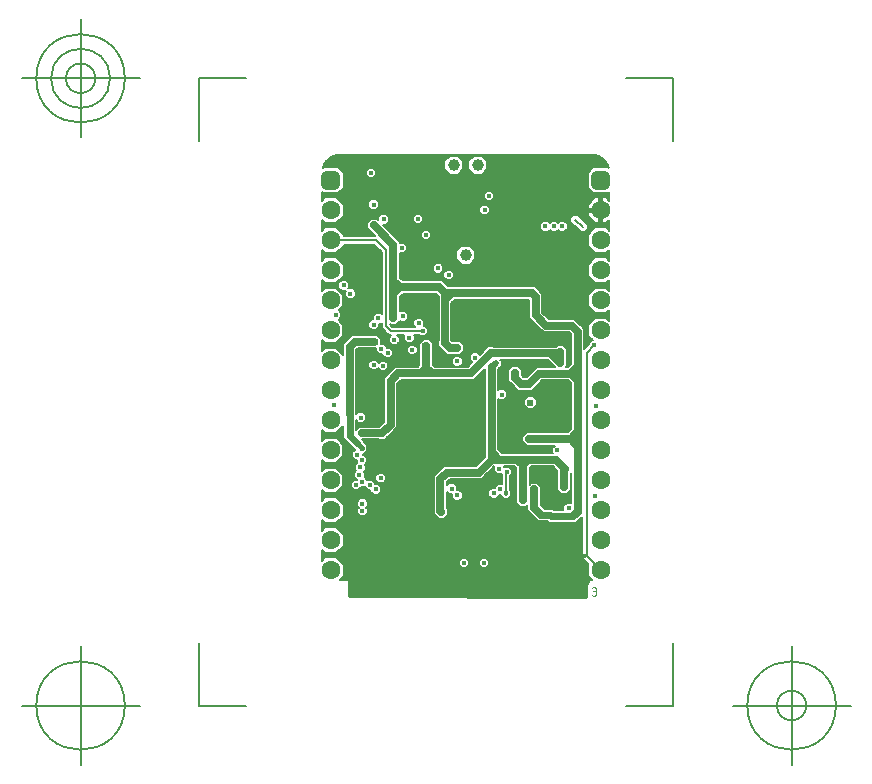
<source format=gbr>
G04 Generated by Ultiboard 11.0 *
%FSLAX25Y25*%
%MOIN*%

%ADD10C,0.00600*%
%ADD11C,0.00800*%
%ADD12C,0.01000*%
%ADD13C,0.00112*%
%ADD14C,0.02500*%
%ADD15C,0.01900*%
%ADD16C,0.02400*%
%ADD17C,0.01500*%
%ADD18C,0.00700*%
%ADD19C,0.02200*%
%ADD20C,0.00500*%
%ADD21C,0.01575*%
%ADD22C,0.02400*%
%ADD23C,0.01969*%
%ADD24R,0.02382X0.02382*%
%ADD25C,0.03917*%
%ADD26C,0.06299*%
%ADD27C,0.03937*%


G04 ColorRGB CCCCCC for the following layer *
%LNCopper Inner 2*%
%LPD*%
%FSLAX25Y25*%
%MOIN*%
G54D10*
X-974Y-14350D02*
X1802Y-14350D01*
X1802Y-14350D02*
X4350Y-11802D01*
X4350Y-11802D02*
X4350Y-8198D01*
X4350Y-8198D02*
X1802Y-5650D01*
X1802Y-5650D02*
X-974Y-5650D01*
X-974Y-5650D02*
X-974Y-4350D01*
X-974Y-4350D02*
X2499Y-4350D01*
X2499Y-4350D02*
X4350Y-2499D01*
X4350Y-2499D02*
X4350Y2499D01*
X4350Y2499D02*
X2499Y4350D01*
X2499Y4350D02*
X-974Y4350D01*
X-974Y4350D02*
X-974Y6893D01*
X-974Y6893D02*
X-732Y7114D01*
X-732Y7114D02*
X-310Y7438D01*
X-310Y7438D02*
X139Y7724D01*
X139Y7724D02*
X611Y7970D01*
X611Y7970D02*
X1103Y8173D01*
X1103Y8173D02*
X1610Y8333D01*
X1610Y8333D02*
X2130Y8449D01*
X2130Y8449D02*
X2657Y8518D01*
X2657Y8518D02*
X3217Y8543D01*
X3217Y8543D02*
X5115Y8543D01*
X5115Y8543D02*
X5115Y-18600D01*
X5115Y-18600D02*
X4350Y-18600D01*
X4350Y-18600D02*
X4350Y-18198D01*
X4350Y-18198D02*
X1802Y-15650D01*
X1802Y-15650D02*
X-974Y-15650D01*
X-974Y-15650D02*
X-974Y-14350D01*
G36*
X-974Y-14350D02*
X1802Y-14350D01*
X4350Y-11802D01*
X4350Y-8198D01*
X1802Y-5650D01*
X-974Y-5650D01*
X-974Y-4350D01*
X2499Y-4350D01*
X4350Y-2499D01*
X4350Y2499D01*
X2499Y4350D01*
X-974Y4350D01*
X-974Y6893D01*
X-732Y7114D01*
X-310Y7438D01*
X139Y7724D01*
X611Y7970D01*
X1103Y8173D01*
X1610Y8333D01*
X2130Y8449D01*
X2657Y8518D01*
X3217Y8543D01*
X5115Y8543D01*
X5115Y-18600D01*
X4350Y-18600D01*
X4350Y-18198D01*
X1802Y-15650D01*
X-974Y-15650D01*
X-974Y-14350D01*
G37*
X-974Y-14350D02*
X1802Y-14350D01*
X1802Y-14350D02*
X4350Y-11802D01*
X4350Y-11802D02*
X4350Y-8198D01*
X4350Y-8198D02*
X1802Y-5650D01*
X1802Y-5650D02*
X-974Y-5650D01*
X-974Y-5650D02*
X-974Y-4350D01*
X-974Y-4350D02*
X2499Y-4350D01*
X2499Y-4350D02*
X4350Y-2499D01*
X4350Y-2499D02*
X4350Y2499D01*
X4350Y2499D02*
X2499Y4350D01*
X2499Y4350D02*
X-974Y4350D01*
X-974Y4350D02*
X-974Y6893D01*
X-974Y6893D02*
X-732Y7114D01*
X-732Y7114D02*
X-310Y7438D01*
X-310Y7438D02*
X139Y7724D01*
X139Y7724D02*
X611Y7970D01*
X611Y7970D02*
X1103Y8173D01*
X1103Y8173D02*
X1610Y8333D01*
X1610Y8333D02*
X2130Y8449D01*
X2130Y8449D02*
X2657Y8518D01*
X2657Y8518D02*
X3217Y8543D01*
X3217Y8543D02*
X5115Y8543D01*
X5115Y8543D02*
X5115Y-18600D01*
X5115Y-18600D02*
X4350Y-18600D01*
X4350Y-18600D02*
X4350Y-18198D01*
X4350Y-18198D02*
X1802Y-15650D01*
X1802Y-15650D02*
X-974Y-15650D01*
X-974Y-15650D02*
X-974Y-14350D01*
X-974Y-24350D02*
X1802Y-24350D01*
X1802Y-24350D02*
X4350Y-21802D01*
X4350Y-21802D02*
X4350Y-21400D01*
X4350Y-21400D02*
X5115Y-21400D01*
X5115Y-21400D02*
X5115Y-33213D01*
X5115Y-33213D02*
X3635Y-33213D01*
X3635Y-33213D02*
X2588Y-34260D01*
X2588Y-34260D02*
X2588Y-35740D01*
X2588Y-35740D02*
X3635Y-36787D01*
X3635Y-36787D02*
X5060Y-36787D01*
X5060Y-36787D02*
X4775Y-37072D01*
X4775Y-37072D02*
X4775Y-37483D01*
X4775Y-37483D02*
X3493Y-37483D01*
X3493Y-37483D02*
X1760Y-35750D01*
X1760Y-35750D02*
X-974Y-35750D01*
X-974Y-35750D02*
X-974Y-34350D01*
X-974Y-34350D02*
X1802Y-34350D01*
X1802Y-34350D02*
X4350Y-31802D01*
X4350Y-31802D02*
X4350Y-28198D01*
X4350Y-28198D02*
X1802Y-25650D01*
X1802Y-25650D02*
X-974Y-25650D01*
X-974Y-25650D02*
X-974Y-24350D01*
G36*
X-974Y-24350D02*
X1802Y-24350D01*
X4350Y-21802D01*
X4350Y-21400D01*
X5115Y-21400D01*
X5115Y-33213D01*
X3635Y-33213D01*
X2588Y-34260D01*
X2588Y-35740D01*
X3635Y-36787D01*
X5060Y-36787D01*
X4775Y-37072D01*
X4775Y-37483D01*
X3493Y-37483D01*
X1760Y-35750D01*
X-974Y-35750D01*
X-974Y-34350D01*
X1802Y-34350D01*
X4350Y-31802D01*
X4350Y-28198D01*
X1802Y-25650D01*
X-974Y-25650D01*
X-974Y-24350D01*
G37*
X-974Y-24350D02*
X1802Y-24350D01*
X1802Y-24350D02*
X4350Y-21802D01*
X4350Y-21802D02*
X4350Y-21400D01*
X4350Y-21400D02*
X5115Y-21400D01*
X5115Y-21400D02*
X5115Y-33213D01*
X5115Y-33213D02*
X3635Y-33213D01*
X3635Y-33213D02*
X2588Y-34260D01*
X2588Y-34260D02*
X2588Y-35740D01*
X2588Y-35740D02*
X3635Y-36787D01*
X3635Y-36787D02*
X5060Y-36787D01*
X5060Y-36787D02*
X4775Y-37072D01*
X4775Y-37072D02*
X4775Y-37483D01*
X4775Y-37483D02*
X3493Y-37483D01*
X3493Y-37483D02*
X1760Y-35750D01*
X1760Y-35750D02*
X-974Y-35750D01*
X-974Y-35750D02*
X-974Y-34350D01*
X-974Y-34350D02*
X1802Y-34350D01*
X1802Y-34350D02*
X4350Y-31802D01*
X4350Y-31802D02*
X4350Y-28198D01*
X4350Y-28198D02*
X1802Y-25650D01*
X1802Y-25650D02*
X-974Y-25650D01*
X-974Y-25650D02*
X-974Y-24350D01*
X-2913Y-53097D02*
X-1760Y-54250D01*
X-1760Y-54250D02*
X1760Y-54250D01*
X1760Y-54250D02*
X4250Y-51760D01*
X4250Y-51760D02*
X4250Y-48240D01*
X4250Y-48240D02*
X3394Y-47385D01*
X3394Y-47385D02*
X12588Y-47385D01*
X12588Y-47385D02*
X12588Y-48865D01*
X12588Y-48865D02*
X13635Y-49912D01*
X13635Y-49912D02*
X15115Y-49912D01*
X15115Y-49912D02*
X16162Y-48865D01*
X16162Y-48865D02*
X16162Y-47725D01*
X16162Y-47725D02*
X16678Y-47725D01*
X16678Y-47725D02*
X16975Y-47428D01*
X16975Y-47428D02*
X16975Y-49174D01*
X16975Y-49174D02*
X16975Y-49174D01*
X16975Y-49174D02*
X16975Y-54463D01*
X16975Y-54463D02*
X16888Y-54463D01*
X16888Y-54463D02*
X16888Y-52839D01*
X16888Y-52839D02*
X15599Y-51550D01*
X15599Y-51550D02*
X15357Y-51550D01*
X15357Y-51550D02*
X15307Y-51500D01*
X15307Y-51500D02*
X9007Y-51500D01*
X9007Y-51500D02*
X9007Y-51500D01*
X9007Y-51500D02*
X7143Y-51500D01*
X7143Y-51500D02*
X4075Y-54568D01*
X4075Y-54568D02*
X4075Y-54682D01*
X4075Y-54682D02*
X-2913Y-54682D01*
X-2913Y-54682D02*
X-2913Y-53097D01*
G36*
X-2913Y-53097D02*
X-1760Y-54250D01*
X1760Y-54250D01*
X4250Y-51760D01*
X4250Y-48240D01*
X3394Y-47385D01*
X12588Y-47385D01*
X12588Y-48865D01*
X13635Y-49912D01*
X15115Y-49912D01*
X16162Y-48865D01*
X16162Y-47725D01*
X16678Y-47725D01*
X16975Y-47428D01*
X16975Y-49174D01*
X16975Y-49174D01*
X16975Y-54463D01*
X16888Y-54463D01*
X16888Y-52839D01*
X15599Y-51550D01*
X15357Y-51550D01*
X15307Y-51500D01*
X9007Y-51500D01*
X9007Y-51500D01*
X7143Y-51500D01*
X4075Y-54568D01*
X4075Y-54682D01*
X-2913Y-54682D01*
X-2913Y-53097D01*
G37*
X-2913Y-53097D02*
X-1760Y-54250D01*
X-1760Y-54250D02*
X1760Y-54250D01*
X1760Y-54250D02*
X4250Y-51760D01*
X4250Y-51760D02*
X4250Y-48240D01*
X4250Y-48240D02*
X3394Y-47385D01*
X3394Y-47385D02*
X12588Y-47385D01*
X12588Y-47385D02*
X12588Y-48865D01*
X12588Y-48865D02*
X13635Y-49912D01*
X13635Y-49912D02*
X15115Y-49912D01*
X15115Y-49912D02*
X16162Y-48865D01*
X16162Y-48865D02*
X16162Y-47725D01*
X16162Y-47725D02*
X16678Y-47725D01*
X16678Y-47725D02*
X16975Y-47428D01*
X16975Y-47428D02*
X16975Y-49174D01*
X16975Y-49174D02*
X16975Y-49174D01*
X16975Y-49174D02*
X16975Y-54463D01*
X16975Y-54463D02*
X16888Y-54463D01*
X16888Y-54463D02*
X16888Y-52839D01*
X16888Y-52839D02*
X15599Y-51550D01*
X15599Y-51550D02*
X15357Y-51550D01*
X15357Y-51550D02*
X15307Y-51500D01*
X15307Y-51500D02*
X9007Y-51500D01*
X9007Y-51500D02*
X9007Y-51500D01*
X9007Y-51500D02*
X7143Y-51500D01*
X7143Y-51500D02*
X4075Y-54568D01*
X4075Y-54568D02*
X4075Y-54682D01*
X4075Y-54682D02*
X-2913Y-54682D01*
X-2913Y-54682D02*
X-2913Y-53097D01*
X1964Y-85954D02*
X1760Y-85750D01*
X1760Y-85750D02*
X-1760Y-85750D01*
X-1760Y-85750D02*
X-1964Y-85954D01*
X-1964Y-85954D02*
X-2913Y-85954D01*
X-2913Y-85954D02*
X-2913Y-83097D01*
X-2913Y-83097D02*
X-1760Y-84250D01*
X-1760Y-84250D02*
X1760Y-84250D01*
X1760Y-84250D02*
X4244Y-81766D01*
X4244Y-81766D02*
X4244Y-85954D01*
X4244Y-85954D02*
X1964Y-85954D01*
G36*
X1964Y-85954D02*
X1760Y-85750D01*
X-1760Y-85750D01*
X-1964Y-85954D01*
X-2913Y-85954D01*
X-2913Y-83097D01*
X-1760Y-84250D01*
X1760Y-84250D01*
X4244Y-81766D01*
X4244Y-85954D01*
X1964Y-85954D01*
G37*
X1964Y-85954D02*
X1760Y-85750D01*
X1760Y-85750D02*
X-1760Y-85750D01*
X-1760Y-85750D02*
X-1964Y-85954D01*
X-1964Y-85954D02*
X-2913Y-85954D01*
X-2913Y-85954D02*
X-2913Y-83097D01*
X-2913Y-83097D02*
X-1760Y-84250D01*
X-1760Y-84250D02*
X1760Y-84250D01*
X1760Y-84250D02*
X4244Y-81766D01*
X4244Y-81766D02*
X4244Y-85954D01*
X4244Y-85954D02*
X1964Y-85954D01*
X4075Y-58065D02*
X1760Y-55750D01*
X1760Y-55750D02*
X-1760Y-55750D01*
X-1760Y-55750D02*
X-2913Y-56903D01*
X-2913Y-56903D02*
X-2913Y-54682D01*
X-2913Y-54682D02*
X4075Y-54682D01*
X4075Y-54682D02*
X4075Y-58065D01*
G36*
X4075Y-58065D02*
X1760Y-55750D01*
X-1760Y-55750D01*
X-2913Y-56903D01*
X-2913Y-54682D01*
X4075Y-54682D01*
X4075Y-58065D01*
G37*
X4075Y-58065D02*
X1760Y-55750D01*
X1760Y-55750D02*
X-1760Y-55750D01*
X-1760Y-55750D02*
X-2913Y-56903D01*
X-2913Y-56903D02*
X-2913Y-54682D01*
X-2913Y-54682D02*
X4075Y-54682D01*
X4075Y-54682D02*
X4075Y-58065D01*
X-2913Y-93097D02*
X-1760Y-94250D01*
X-1760Y-94250D02*
X1204Y-94250D01*
X1204Y-94250D02*
X1204Y-95750D01*
X1204Y-95750D02*
X-1760Y-95750D01*
X-1760Y-95750D02*
X-2913Y-96903D01*
X-2913Y-96903D02*
X-2913Y-93097D01*
G36*
X-2913Y-93097D02*
X-1760Y-94250D01*
X1204Y-94250D01*
X1204Y-95750D01*
X-1760Y-95750D01*
X-2913Y-96903D01*
X-2913Y-93097D01*
G37*
X-2913Y-93097D02*
X-1760Y-94250D01*
X-1760Y-94250D02*
X1204Y-94250D01*
X1204Y-94250D02*
X1204Y-95750D01*
X1204Y-95750D02*
X-1760Y-95750D01*
X-1760Y-95750D02*
X-2913Y-96903D01*
X-2913Y-96903D02*
X-2913Y-93097D01*
X-2913Y-123239D02*
X-1802Y-124350D01*
X-1802Y-124350D02*
X1204Y-124350D01*
X1204Y-124350D02*
X1204Y-125650D01*
X1204Y-125650D02*
X-1802Y-125650D01*
X-1802Y-125650D02*
X-2913Y-126761D01*
X-2913Y-126761D02*
X-2913Y-123239D01*
G36*
X-2913Y-123239D02*
X-1802Y-124350D01*
X1204Y-124350D01*
X1204Y-125650D01*
X-1802Y-125650D01*
X-2913Y-126761D01*
X-2913Y-123239D01*
G37*
X-2913Y-123239D02*
X-1802Y-124350D01*
X-1802Y-124350D02*
X1204Y-124350D01*
X1204Y-124350D02*
X1204Y-125650D01*
X1204Y-125650D02*
X-1802Y-125650D01*
X-1802Y-125650D02*
X-2913Y-126761D01*
X-2913Y-126761D02*
X-2913Y-123239D01*
X-2913Y-103097D02*
X-1760Y-104250D01*
X-1760Y-104250D02*
X1204Y-104250D01*
X1204Y-104250D02*
X1204Y-105650D01*
X1204Y-105650D02*
X-1802Y-105650D01*
X-1802Y-105650D02*
X-2913Y-106761D01*
X-2913Y-106761D02*
X-2913Y-103097D01*
G36*
X-2913Y-103097D02*
X-1760Y-104250D01*
X1204Y-104250D01*
X1204Y-105650D01*
X-1802Y-105650D01*
X-2913Y-106761D01*
X-2913Y-103097D01*
G37*
X-2913Y-103097D02*
X-1760Y-104250D01*
X-1760Y-104250D02*
X1204Y-104250D01*
X1204Y-104250D02*
X1204Y-105650D01*
X1204Y-105650D02*
X-1802Y-105650D01*
X-1802Y-105650D02*
X-2913Y-106761D01*
X-2913Y-106761D02*
X-2913Y-103097D01*
X1204Y-115650D02*
X-1802Y-115650D01*
X-1802Y-115650D02*
X-2913Y-116761D01*
X-2913Y-116761D02*
X-2913Y-113239D01*
X-2913Y-113239D02*
X-1802Y-114350D01*
X-1802Y-114350D02*
X1204Y-114350D01*
X1204Y-114350D02*
X1204Y-115650D01*
G36*
X1204Y-115650D02*
X-1802Y-115650D01*
X-2913Y-116761D01*
X-2913Y-113239D01*
X-1802Y-114350D01*
X1204Y-114350D01*
X1204Y-115650D01*
G37*
X1204Y-115650D02*
X-1802Y-115650D01*
X-1802Y-115650D02*
X-2913Y-116761D01*
X-2913Y-116761D02*
X-2913Y-113239D01*
X-2913Y-113239D02*
X-1802Y-114350D01*
X-1802Y-114350D02*
X1204Y-114350D01*
X1204Y-114350D02*
X1204Y-115650D01*
X-1964Y-85954D02*
X-2913Y-86903D01*
X-2913Y-86903D02*
X-2913Y-85954D01*
X-2913Y-85954D02*
X-1964Y-85954D01*
G36*
X-1964Y-85954D02*
X-2913Y-86903D01*
X-2913Y-85954D01*
X-1964Y-85954D01*
G37*
X-1964Y-85954D02*
X-2913Y-86903D01*
X-2913Y-86903D02*
X-2913Y-85954D01*
X-2913Y-85954D02*
X-1964Y-85954D01*
X-974Y-35750D02*
X-1760Y-35750D01*
X-1760Y-35750D02*
X-2913Y-36903D01*
X-2913Y-36903D02*
X-2913Y-33239D01*
X-2913Y-33239D02*
X-1802Y-34350D01*
X-1802Y-34350D02*
X-974Y-34350D01*
X-974Y-34350D02*
X-974Y-35750D01*
G36*
X-974Y-35750D02*
X-1760Y-35750D01*
X-2913Y-36903D01*
X-2913Y-33239D01*
X-1802Y-34350D01*
X-974Y-34350D01*
X-974Y-35750D01*
G37*
X-974Y-35750D02*
X-1760Y-35750D01*
X-1760Y-35750D02*
X-2913Y-36903D01*
X-2913Y-36903D02*
X-2913Y-33239D01*
X-2913Y-33239D02*
X-1802Y-34350D01*
X-1802Y-34350D02*
X-974Y-34350D01*
X-974Y-34350D02*
X-974Y-35750D01*
X-2913Y-13239D02*
X-1802Y-14350D01*
X-1802Y-14350D02*
X-974Y-14350D01*
X-974Y-14350D02*
X-974Y-15650D01*
X-974Y-15650D02*
X-1802Y-15650D01*
X-1802Y-15650D02*
X-2913Y-16761D01*
X-2913Y-16761D02*
X-2913Y-13239D01*
G36*
X-2913Y-13239D02*
X-1802Y-14350D01*
X-974Y-14350D01*
X-974Y-15650D01*
X-1802Y-15650D01*
X-2913Y-16761D01*
X-2913Y-13239D01*
G37*
X-2913Y-13239D02*
X-1802Y-14350D01*
X-1802Y-14350D02*
X-974Y-14350D01*
X-974Y-14350D02*
X-974Y-15650D01*
X-974Y-15650D02*
X-1802Y-15650D01*
X-1802Y-15650D02*
X-2913Y-16761D01*
X-2913Y-16761D02*
X-2913Y-13239D01*
X-2913Y-23239D02*
X-1802Y-24350D01*
X-1802Y-24350D02*
X-974Y-24350D01*
X-974Y-24350D02*
X-974Y-25650D01*
X-974Y-25650D02*
X-1802Y-25650D01*
X-1802Y-25650D02*
X-2913Y-26761D01*
X-2913Y-26761D02*
X-2913Y-23239D01*
G36*
X-2913Y-23239D02*
X-1802Y-24350D01*
X-974Y-24350D01*
X-974Y-25650D01*
X-1802Y-25650D01*
X-2913Y-26761D01*
X-2913Y-23239D01*
G37*
X-2913Y-23239D02*
X-1802Y-24350D01*
X-1802Y-24350D02*
X-974Y-24350D01*
X-974Y-24350D02*
X-974Y-25650D01*
X-974Y-25650D02*
X-1802Y-25650D01*
X-1802Y-25650D02*
X-2913Y-26761D01*
X-2913Y-26761D02*
X-2913Y-23239D01*
X-974Y-5650D02*
X-1802Y-5650D01*
X-1802Y-5650D02*
X-2913Y-6761D01*
X-2913Y-6761D02*
X-2913Y-3936D01*
X-2913Y-3936D02*
X-2499Y-4350D01*
X-2499Y-4350D02*
X-974Y-4350D01*
X-974Y-4350D02*
X-974Y-5650D01*
G36*
X-974Y-5650D02*
X-1802Y-5650D01*
X-2913Y-6761D01*
X-2913Y-3936D01*
X-2499Y-4350D01*
X-974Y-4350D01*
X-974Y-5650D01*
G37*
X-974Y-5650D02*
X-1802Y-5650D01*
X-1802Y-5650D02*
X-2913Y-6761D01*
X-2913Y-6761D02*
X-2913Y-3936D01*
X-2913Y-3936D02*
X-2499Y-4350D01*
X-2499Y-4350D02*
X-974Y-4350D01*
X-974Y-4350D02*
X-974Y-5650D01*
X-974Y4350D02*
X-2499Y4350D01*
X-2499Y4350D02*
X-2646Y4203D01*
X-2646Y4203D02*
X-2543Y4527D01*
X-2543Y4527D02*
X-2340Y5019D01*
X-2340Y5019D02*
X-2094Y5491D01*
X-2094Y5491D02*
X-1808Y5940D01*
X-1808Y5940D02*
X-1484Y6362D01*
X-1484Y6362D02*
X-1125Y6755D01*
X-1125Y6755D02*
X-974Y6893D01*
X-974Y6893D02*
X-974Y4350D01*
G36*
X-974Y4350D02*
X-2499Y4350D01*
X-2646Y4203D01*
X-2543Y4527D01*
X-2340Y5019D01*
X-2094Y5491D01*
X-1808Y5940D01*
X-1484Y6362D01*
X-1125Y6755D01*
X-974Y6893D01*
X-974Y4350D01*
G37*
X-974Y4350D02*
X-2499Y4350D01*
X-2499Y4350D02*
X-2646Y4203D01*
X-2646Y4203D02*
X-2543Y4527D01*
X-2543Y4527D02*
X-2340Y5019D01*
X-2340Y5019D02*
X-2094Y5491D01*
X-2094Y5491D02*
X-1808Y5940D01*
X-1808Y5940D02*
X-1484Y6362D01*
X-1484Y6362D02*
X-1125Y6755D01*
X-1125Y6755D02*
X-974Y6893D01*
X-974Y6893D02*
X-974Y4350D01*
X14136Y-18600D02*
X5115Y-18600D01*
X5115Y-18600D02*
X5115Y8543D01*
X5115Y8543D02*
X14136Y8543D01*
X14136Y8543D02*
X14136Y4094D01*
X14136Y4094D02*
X12739Y4094D01*
X12739Y4094D02*
X11750Y3105D01*
X11750Y3105D02*
X11750Y1708D01*
X11750Y1708D02*
X12739Y719D01*
X12739Y719D02*
X14136Y719D01*
X14136Y719D02*
X14136Y-6238D01*
X14136Y-6238D02*
X13593Y-6238D01*
X13593Y-6238D02*
X12488Y-7343D01*
X12488Y-7343D02*
X12488Y-8907D01*
X12488Y-8907D02*
X13593Y-10012D01*
X13593Y-10012D02*
X14136Y-10012D01*
X14136Y-10012D02*
X14136Y-12750D01*
X14136Y-12750D02*
X13443Y-12750D01*
X13443Y-12750D02*
X12125Y-14068D01*
X12125Y-14068D02*
X12125Y-15932D01*
X12125Y-15932D02*
X14136Y-17943D01*
X14136Y-17943D02*
X14136Y-18600D01*
G36*
X14136Y-18600D02*
X5115Y-18600D01*
X5115Y8543D01*
X14136Y8543D01*
X14136Y4094D01*
X12739Y4094D01*
X11750Y3105D01*
X11750Y1708D01*
X12739Y719D01*
X14136Y719D01*
X14136Y-6238D01*
X13593Y-6238D01*
X12488Y-7343D01*
X12488Y-8907D01*
X13593Y-10012D01*
X14136Y-10012D01*
X14136Y-12750D01*
X13443Y-12750D01*
X12125Y-14068D01*
X12125Y-15932D01*
X14136Y-17943D01*
X14136Y-18600D01*
G37*
X14136Y-18600D02*
X5115Y-18600D01*
X5115Y-18600D02*
X5115Y8543D01*
X5115Y8543D02*
X14136Y8543D01*
X14136Y8543D02*
X14136Y4094D01*
X14136Y4094D02*
X12739Y4094D01*
X12739Y4094D02*
X11750Y3105D01*
X11750Y3105D02*
X11750Y1708D01*
X11750Y1708D02*
X12739Y719D01*
X12739Y719D02*
X14136Y719D01*
X14136Y719D02*
X14136Y-6238D01*
X14136Y-6238D02*
X13593Y-6238D01*
X13593Y-6238D02*
X12488Y-7343D01*
X12488Y-7343D02*
X12488Y-8907D01*
X12488Y-8907D02*
X13593Y-10012D01*
X13593Y-10012D02*
X14136Y-10012D01*
X14136Y-10012D02*
X14136Y-12750D01*
X14136Y-12750D02*
X13443Y-12750D01*
X13443Y-12750D02*
X12125Y-14068D01*
X12125Y-14068D02*
X12125Y-15932D01*
X12125Y-15932D02*
X14136Y-17943D01*
X14136Y-17943D02*
X14136Y-18600D01*
X37731Y6346D02*
X37731Y3646D01*
X37731Y3646D02*
X39646Y1731D01*
X39646Y1731D02*
X42354Y1731D01*
X42354Y1731D02*
X44269Y3646D01*
X44269Y3646D02*
X44269Y6346D01*
X44269Y6346D02*
X45000Y6346D01*
X45000Y6346D02*
X45000Y-12230D01*
X45000Y-12230D02*
X30871Y-12230D01*
X30871Y-12230D02*
X29924Y-11283D01*
X29924Y-11283D02*
X28526Y-11283D01*
X28526Y-11283D02*
X27579Y-12230D01*
X27579Y-12230D02*
X19450Y-12230D01*
X19450Y-12230D02*
X18403Y-11183D01*
X18403Y-11183D02*
X16922Y-11183D01*
X16922Y-11183D02*
X15875Y-12230D01*
X15875Y-12230D02*
X14136Y-12230D01*
X14136Y-12230D02*
X14136Y-10012D01*
X14136Y-10012D02*
X15157Y-10012D01*
X15157Y-10012D02*
X16262Y-8907D01*
X16262Y-8907D02*
X16262Y-7343D01*
X16262Y-7343D02*
X15157Y-6238D01*
X15157Y-6238D02*
X14136Y-6238D01*
X14136Y-6238D02*
X14136Y719D01*
X14136Y719D02*
X15125Y1708D01*
X15125Y1708D02*
X15125Y3105D01*
X15125Y3105D02*
X14136Y4094D01*
X14136Y4094D02*
X14136Y6346D01*
X14136Y6346D02*
X37731Y6346D01*
G36*
X37731Y6346D02*
X37731Y3646D01*
X39646Y1731D01*
X42354Y1731D01*
X44269Y3646D01*
X44269Y6346D01*
X45000Y6346D01*
X45000Y-12230D01*
X30871Y-12230D01*
X29924Y-11283D01*
X28526Y-11283D01*
X27579Y-12230D01*
X19450Y-12230D01*
X18403Y-11183D01*
X16922Y-11183D01*
X15875Y-12230D01*
X14136Y-12230D01*
X14136Y-10012D01*
X15157Y-10012D01*
X16262Y-8907D01*
X16262Y-7343D01*
X15157Y-6238D01*
X14136Y-6238D01*
X14136Y719D01*
X15125Y1708D01*
X15125Y3105D01*
X14136Y4094D01*
X14136Y6346D01*
X37731Y6346D01*
G37*
X37731Y6346D02*
X37731Y3646D01*
X37731Y3646D02*
X39646Y1731D01*
X39646Y1731D02*
X42354Y1731D01*
X42354Y1731D02*
X44269Y3646D01*
X44269Y3646D02*
X44269Y6346D01*
X44269Y6346D02*
X45000Y6346D01*
X45000Y6346D02*
X45000Y-12230D01*
X45000Y-12230D02*
X30871Y-12230D01*
X30871Y-12230D02*
X29924Y-11283D01*
X29924Y-11283D02*
X28526Y-11283D01*
X28526Y-11283D02*
X27579Y-12230D01*
X27579Y-12230D02*
X19450Y-12230D01*
X19450Y-12230D02*
X18403Y-11183D01*
X18403Y-11183D02*
X16922Y-11183D01*
X16922Y-11183D02*
X15875Y-12230D01*
X15875Y-12230D02*
X14136Y-12230D01*
X14136Y-12230D02*
X14136Y-10012D01*
X14136Y-10012D02*
X15157Y-10012D01*
X15157Y-10012D02*
X16262Y-8907D01*
X16262Y-8907D02*
X16262Y-7343D01*
X16262Y-7343D02*
X15157Y-6238D01*
X15157Y-6238D02*
X14136Y-6238D01*
X14136Y-6238D02*
X14136Y719D01*
X14136Y719D02*
X15125Y1708D01*
X15125Y1708D02*
X15125Y3105D01*
X15125Y3105D02*
X14136Y4094D01*
X14136Y4094D02*
X14136Y6346D01*
X14136Y6346D02*
X37731Y6346D01*
X45731Y6346D02*
X45731Y3646D01*
X45731Y3646D02*
X47646Y1731D01*
X47646Y1731D02*
X50354Y1731D01*
X50354Y1731D02*
X52269Y3646D01*
X52269Y3646D02*
X52269Y6346D01*
X52269Y6346D02*
X53511Y6346D01*
X53511Y6346D02*
X53511Y-3492D01*
X53511Y-3492D02*
X52114Y-3492D01*
X52114Y-3492D02*
X51125Y-4481D01*
X51125Y-4481D02*
X51125Y-5879D01*
X51125Y-5879D02*
X52114Y-6867D01*
X52114Y-6867D02*
X53511Y-6867D01*
X53511Y-6867D02*
X53511Y-9102D01*
X53511Y-9102D02*
X53087Y-9102D01*
X53087Y-9102D02*
X52040Y-8055D01*
X52040Y-8055D02*
X50559Y-8055D01*
X50559Y-8055D02*
X49512Y-9102D01*
X49512Y-9102D02*
X45000Y-9102D01*
X45000Y-9102D02*
X45000Y6346D01*
X45000Y6346D02*
X45731Y6346D01*
G36*
X45731Y6346D02*
X45731Y3646D01*
X47646Y1731D01*
X50354Y1731D01*
X52269Y3646D01*
X52269Y6346D01*
X53511Y6346D01*
X53511Y-3492D01*
X52114Y-3492D01*
X51125Y-4481D01*
X51125Y-5879D01*
X52114Y-6867D01*
X53511Y-6867D01*
X53511Y-9102D01*
X53087Y-9102D01*
X52040Y-8055D01*
X50559Y-8055D01*
X49512Y-9102D01*
X45000Y-9102D01*
X45000Y6346D01*
X45731Y6346D01*
G37*
X45731Y6346D02*
X45731Y3646D01*
X45731Y3646D02*
X47646Y1731D01*
X47646Y1731D02*
X50354Y1731D01*
X50354Y1731D02*
X52269Y3646D01*
X52269Y3646D02*
X52269Y6346D01*
X52269Y6346D02*
X53511Y6346D01*
X53511Y6346D02*
X53511Y-3492D01*
X53511Y-3492D02*
X52114Y-3492D01*
X52114Y-3492D02*
X51125Y-4481D01*
X51125Y-4481D02*
X51125Y-5879D01*
X51125Y-5879D02*
X52114Y-6867D01*
X52114Y-6867D02*
X53511Y-6867D01*
X53511Y-6867D02*
X53511Y-9102D01*
X53511Y-9102D02*
X53087Y-9102D01*
X53087Y-9102D02*
X52040Y-8055D01*
X52040Y-8055D02*
X50559Y-8055D01*
X50559Y-8055D02*
X49512Y-9102D01*
X49512Y-9102D02*
X45000Y-9102D01*
X45000Y-9102D02*
X45000Y6346D01*
X45000Y6346D02*
X45731Y6346D01*
X85650Y1204D02*
X85650Y-2499D01*
X85650Y-2499D02*
X87501Y-4350D01*
X87501Y-4350D02*
X92499Y-4350D01*
X92499Y-4350D02*
X92913Y-3936D01*
X92913Y-3936D02*
X92913Y-6761D01*
X92913Y-6761D02*
X91802Y-5650D01*
X91802Y-5650D02*
X90450Y-5650D01*
X90450Y-5650D02*
X90450Y-9102D01*
X90450Y-9102D02*
X89550Y-9102D01*
X89550Y-9102D02*
X89550Y-5650D01*
X89550Y-5650D02*
X88198Y-5650D01*
X88198Y-5650D02*
X85650Y-8198D01*
X85650Y-8198D02*
X85650Y-9102D01*
X85650Y-9102D02*
X53511Y-9102D01*
X53511Y-9102D02*
X53511Y-6867D01*
X53511Y-6867D02*
X54500Y-5879D01*
X54500Y-5879D02*
X54500Y-4481D01*
X54500Y-4481D02*
X53511Y-3492D01*
X53511Y-3492D02*
X53511Y1204D01*
X53511Y1204D02*
X85650Y1204D01*
G36*
X85650Y1204D02*
X85650Y-2499D01*
X87501Y-4350D01*
X92499Y-4350D01*
X92913Y-3936D01*
X92913Y-6761D01*
X91802Y-5650D01*
X90450Y-5650D01*
X90450Y-9102D01*
X89550Y-9102D01*
X89550Y-5650D01*
X88198Y-5650D01*
X85650Y-8198D01*
X85650Y-9102D01*
X53511Y-9102D01*
X53511Y-6867D01*
X54500Y-5879D01*
X54500Y-4481D01*
X53511Y-3492D01*
X53511Y1204D01*
X85650Y1204D01*
G37*
X85650Y1204D02*
X85650Y-2499D01*
X85650Y-2499D02*
X87501Y-4350D01*
X87501Y-4350D02*
X92499Y-4350D01*
X92499Y-4350D02*
X92913Y-3936D01*
X92913Y-3936D02*
X92913Y-6761D01*
X92913Y-6761D02*
X91802Y-5650D01*
X91802Y-5650D02*
X90450Y-5650D01*
X90450Y-5650D02*
X90450Y-9102D01*
X90450Y-9102D02*
X89550Y-9102D01*
X89550Y-9102D02*
X89550Y-5650D01*
X89550Y-5650D02*
X88198Y-5650D01*
X88198Y-5650D02*
X85650Y-8198D01*
X85650Y-8198D02*
X85650Y-9102D01*
X85650Y-9102D02*
X53511Y-9102D01*
X53511Y-9102D02*
X53511Y-6867D01*
X53511Y-6867D02*
X54500Y-5879D01*
X54500Y-5879D02*
X54500Y-4481D01*
X54500Y-4481D02*
X53511Y-3492D01*
X53511Y-3492D02*
X53511Y1204D01*
X53511Y1204D02*
X85650Y1204D01*
X1204Y-104250D02*
X1760Y-104250D01*
X1760Y-104250D02*
X4250Y-101760D01*
X4250Y-101760D02*
X4250Y-100864D01*
X4250Y-100864D02*
X6750Y-100864D01*
X6750Y-100864D02*
X6750Y-102261D01*
X6750Y-102261D02*
X7739Y-103250D01*
X7739Y-103250D02*
X9136Y-103250D01*
X9136Y-103250D02*
X10074Y-102312D01*
X10074Y-102312D02*
X10310Y-102312D01*
X10310Y-102312D02*
X10310Y-106025D01*
X10310Y-106025D02*
X9885Y-106025D01*
X9885Y-106025D02*
X8838Y-107072D01*
X8838Y-107072D02*
X8838Y-108553D01*
X8838Y-108553D02*
X9418Y-109133D01*
X9418Y-109133D02*
X8938Y-109614D01*
X8938Y-109614D02*
X8938Y-111011D01*
X8938Y-111011D02*
X9926Y-112000D01*
X9926Y-112000D02*
X10310Y-112000D01*
X10310Y-112000D02*
X10310Y-133125D01*
X10310Y-133125D02*
X3026Y-133125D01*
X3026Y-133125D02*
X4350Y-131802D01*
X4350Y-131802D02*
X4350Y-128198D01*
X4350Y-128198D02*
X1802Y-125650D01*
X1802Y-125650D02*
X1204Y-125650D01*
X1204Y-125650D02*
X1204Y-124350D01*
X1204Y-124350D02*
X1802Y-124350D01*
X1802Y-124350D02*
X4350Y-121802D01*
X4350Y-121802D02*
X4350Y-118198D01*
X4350Y-118198D02*
X1802Y-115650D01*
X1802Y-115650D02*
X1204Y-115650D01*
X1204Y-115650D02*
X1204Y-114350D01*
X1204Y-114350D02*
X1802Y-114350D01*
X1802Y-114350D02*
X4350Y-111802D01*
X4350Y-111802D02*
X4350Y-108198D01*
X4350Y-108198D02*
X1802Y-105650D01*
X1802Y-105650D02*
X1204Y-105650D01*
X1204Y-105650D02*
X1204Y-104250D01*
G36*
X1204Y-104250D02*
X1760Y-104250D01*
X4250Y-101760D01*
X4250Y-100864D01*
X6750Y-100864D01*
X6750Y-102261D01*
X7739Y-103250D01*
X9136Y-103250D01*
X10074Y-102312D01*
X10310Y-102312D01*
X10310Y-106025D01*
X9885Y-106025D01*
X8838Y-107072D01*
X8838Y-108553D01*
X9418Y-109133D01*
X8938Y-109614D01*
X8938Y-111011D01*
X9926Y-112000D01*
X10310Y-112000D01*
X10310Y-133125D01*
X3026Y-133125D01*
X4350Y-131802D01*
X4350Y-128198D01*
X1802Y-125650D01*
X1204Y-125650D01*
X1204Y-124350D01*
X1802Y-124350D01*
X4350Y-121802D01*
X4350Y-118198D01*
X1802Y-115650D01*
X1204Y-115650D01*
X1204Y-114350D01*
X1802Y-114350D01*
X4350Y-111802D01*
X4350Y-108198D01*
X1802Y-105650D01*
X1204Y-105650D01*
X1204Y-104250D01*
G37*
X1204Y-104250D02*
X1760Y-104250D01*
X1760Y-104250D02*
X4250Y-101760D01*
X4250Y-101760D02*
X4250Y-100864D01*
X4250Y-100864D02*
X6750Y-100864D01*
X6750Y-100864D02*
X6750Y-102261D01*
X6750Y-102261D02*
X7739Y-103250D01*
X7739Y-103250D02*
X9136Y-103250D01*
X9136Y-103250D02*
X10074Y-102312D01*
X10074Y-102312D02*
X10310Y-102312D01*
X10310Y-102312D02*
X10310Y-106025D01*
X10310Y-106025D02*
X9885Y-106025D01*
X9885Y-106025D02*
X8838Y-107072D01*
X8838Y-107072D02*
X8838Y-108553D01*
X8838Y-108553D02*
X9418Y-109133D01*
X9418Y-109133D02*
X8938Y-109614D01*
X8938Y-109614D02*
X8938Y-111011D01*
X8938Y-111011D02*
X9926Y-112000D01*
X9926Y-112000D02*
X10310Y-112000D01*
X10310Y-112000D02*
X10310Y-133125D01*
X10310Y-133125D02*
X3026Y-133125D01*
X3026Y-133125D02*
X4350Y-131802D01*
X4350Y-131802D02*
X4350Y-128198D01*
X4350Y-128198D02*
X1802Y-125650D01*
X1802Y-125650D02*
X1204Y-125650D01*
X1204Y-125650D02*
X1204Y-124350D01*
X1204Y-124350D02*
X1802Y-124350D01*
X1802Y-124350D02*
X4350Y-121802D01*
X4350Y-121802D02*
X4350Y-118198D01*
X4350Y-118198D02*
X1802Y-115650D01*
X1802Y-115650D02*
X1204Y-115650D01*
X1204Y-115650D02*
X1204Y-114350D01*
X1204Y-114350D02*
X1802Y-114350D01*
X1802Y-114350D02*
X4350Y-111802D01*
X4350Y-111802D02*
X4350Y-108198D01*
X4350Y-108198D02*
X1802Y-105650D01*
X1802Y-105650D02*
X1204Y-105650D01*
X1204Y-105650D02*
X1204Y-104250D01*
X13740Y-104260D02*
X14299Y-104819D01*
X14299Y-104819D02*
X15780Y-104819D01*
X15780Y-104819D02*
X16339Y-104260D01*
X16339Y-104260D02*
X34364Y-104260D01*
X34364Y-104260D02*
X34364Y-111163D01*
X34364Y-111163D02*
X35982Y-112781D01*
X35982Y-112781D02*
X35982Y-133125D01*
X35982Y-133125D02*
X10310Y-133125D01*
X10310Y-133125D02*
X10310Y-112000D01*
X10310Y-112000D02*
X11324Y-112000D01*
X11324Y-112000D02*
X12312Y-111011D01*
X12312Y-111011D02*
X12312Y-109614D01*
X12312Y-109614D02*
X11832Y-109133D01*
X11832Y-109133D02*
X12412Y-108553D01*
X12412Y-108553D02*
X12412Y-107072D01*
X12412Y-107072D02*
X11365Y-106025D01*
X11365Y-106025D02*
X10310Y-106025D01*
X10310Y-106025D02*
X10310Y-104260D01*
X10310Y-104260D02*
X13740Y-104260D01*
G36*
X13740Y-104260D02*
X14299Y-104819D01*
X15780Y-104819D01*
X16339Y-104260D01*
X34364Y-104260D01*
X34364Y-111163D01*
X35982Y-112781D01*
X35982Y-133125D01*
X10310Y-133125D01*
X10310Y-112000D01*
X11324Y-112000D01*
X12312Y-111011D01*
X12312Y-109614D01*
X11832Y-109133D01*
X12412Y-108553D01*
X12412Y-107072D01*
X11365Y-106025D01*
X10310Y-106025D01*
X10310Y-104260D01*
X13740Y-104260D01*
G37*
X13740Y-104260D02*
X14299Y-104819D01*
X14299Y-104819D02*
X15780Y-104819D01*
X15780Y-104819D02*
X16339Y-104260D01*
X16339Y-104260D02*
X34364Y-104260D01*
X34364Y-104260D02*
X34364Y-111163D01*
X34364Y-111163D02*
X35982Y-112781D01*
X35982Y-112781D02*
X35982Y-133125D01*
X35982Y-133125D02*
X10310Y-133125D01*
X10310Y-133125D02*
X10310Y-112000D01*
X10310Y-112000D02*
X11324Y-112000D01*
X11324Y-112000D02*
X12312Y-111011D01*
X12312Y-111011D02*
X12312Y-109614D01*
X12312Y-109614D02*
X11832Y-109133D01*
X11832Y-109133D02*
X12412Y-108553D01*
X12412Y-108553D02*
X12412Y-107072D01*
X12412Y-107072D02*
X11365Y-106025D01*
X11365Y-106025D02*
X10310Y-106025D01*
X10310Y-106025D02*
X10310Y-104260D01*
X10310Y-104260D02*
X13740Y-104260D01*
X35982Y-112781D02*
X37846Y-112781D01*
X37846Y-112781D02*
X39164Y-111463D01*
X39164Y-111463D02*
X39164Y-109600D01*
X39164Y-109600D02*
X38864Y-109300D01*
X38864Y-109300D02*
X38864Y-104260D01*
X38864Y-104260D02*
X39261Y-104260D01*
X39261Y-104260D02*
X39555Y-104553D01*
X39555Y-104553D02*
X40400Y-104553D01*
X40400Y-104553D02*
X40400Y-105740D01*
X40400Y-105740D02*
X41447Y-106787D01*
X41447Y-106787D02*
X42928Y-106787D01*
X42928Y-106787D02*
X43975Y-105740D01*
X43975Y-105740D02*
X43975Y-104260D01*
X43975Y-104260D02*
X45000Y-104260D01*
X45000Y-104260D02*
X45000Y-125813D01*
X45000Y-125813D02*
X43676Y-125813D01*
X43676Y-125813D02*
X42688Y-126801D01*
X42688Y-126801D02*
X42688Y-128199D01*
X42688Y-128199D02*
X43676Y-129187D01*
X43676Y-129187D02*
X45000Y-129187D01*
X45000Y-129187D02*
X45000Y-133125D01*
X45000Y-133125D02*
X35982Y-133125D01*
X35982Y-133125D02*
X35982Y-112781D01*
G36*
X35982Y-112781D02*
X37846Y-112781D01*
X39164Y-111463D01*
X39164Y-109600D01*
X38864Y-109300D01*
X38864Y-104260D01*
X39261Y-104260D01*
X39555Y-104553D01*
X40400Y-104553D01*
X40400Y-105740D01*
X41447Y-106787D01*
X42928Y-106787D01*
X43975Y-105740D01*
X43975Y-104260D01*
X45000Y-104260D01*
X45000Y-125813D01*
X43676Y-125813D01*
X42688Y-126801D01*
X42688Y-128199D01*
X43676Y-129187D01*
X45000Y-129187D01*
X45000Y-133125D01*
X35982Y-133125D01*
X35982Y-112781D01*
G37*
X35982Y-112781D02*
X37846Y-112781D01*
X37846Y-112781D02*
X39164Y-111463D01*
X39164Y-111463D02*
X39164Y-109600D01*
X39164Y-109600D02*
X38864Y-109300D01*
X38864Y-109300D02*
X38864Y-104260D01*
X38864Y-104260D02*
X39261Y-104260D01*
X39261Y-104260D02*
X39555Y-104553D01*
X39555Y-104553D02*
X40400Y-104553D01*
X40400Y-104553D02*
X40400Y-105740D01*
X40400Y-105740D02*
X41447Y-106787D01*
X41447Y-106787D02*
X42928Y-106787D01*
X42928Y-106787D02*
X43975Y-105740D01*
X43975Y-105740D02*
X43975Y-104260D01*
X43975Y-104260D02*
X45000Y-104260D01*
X45000Y-104260D02*
X45000Y-125813D01*
X45000Y-125813D02*
X43676Y-125813D01*
X43676Y-125813D02*
X42688Y-126801D01*
X42688Y-126801D02*
X42688Y-128199D01*
X42688Y-128199D02*
X43676Y-129187D01*
X43676Y-129187D02*
X45000Y-129187D01*
X45000Y-129187D02*
X45000Y-133125D01*
X45000Y-133125D02*
X35982Y-133125D01*
X35982Y-133125D02*
X35982Y-112781D01*
X51949Y-98015D02*
X51949Y-125813D01*
X51949Y-125813D02*
X50551Y-125813D01*
X50551Y-125813D02*
X49563Y-126801D01*
X49563Y-126801D02*
X49563Y-128199D01*
X49563Y-128199D02*
X50551Y-129187D01*
X50551Y-129187D02*
X51949Y-129187D01*
X51949Y-129187D02*
X51949Y-133125D01*
X51949Y-133125D02*
X45000Y-133125D01*
X45000Y-133125D02*
X45000Y-129187D01*
X45000Y-129187D02*
X45074Y-129187D01*
X45074Y-129187D02*
X46062Y-128199D01*
X46062Y-128199D02*
X46062Y-126801D01*
X46062Y-126801D02*
X45074Y-125813D01*
X45074Y-125813D02*
X45000Y-125813D01*
X45000Y-125813D02*
X45000Y-99656D01*
X45000Y-99656D02*
X50307Y-99656D01*
X50307Y-99656D02*
X51949Y-98015D01*
G36*
X51949Y-98015D02*
X51949Y-125813D01*
X50551Y-125813D01*
X49563Y-126801D01*
X49563Y-128199D01*
X50551Y-129187D01*
X51949Y-129187D01*
X51949Y-133125D01*
X45000Y-133125D01*
X45000Y-129187D01*
X45074Y-129187D01*
X46062Y-128199D01*
X46062Y-126801D01*
X45074Y-125813D01*
X45000Y-125813D01*
X45000Y-99656D01*
X50307Y-99656D01*
X51949Y-98015D01*
G37*
X51949Y-98015D02*
X51949Y-125813D01*
X51949Y-125813D02*
X50551Y-125813D01*
X50551Y-125813D02*
X49563Y-126801D01*
X49563Y-126801D02*
X49563Y-128199D01*
X49563Y-128199D02*
X50551Y-129187D01*
X50551Y-129187D02*
X51949Y-129187D01*
X51949Y-129187D02*
X51949Y-133125D01*
X51949Y-133125D02*
X45000Y-133125D01*
X45000Y-133125D02*
X45000Y-129187D01*
X45000Y-129187D02*
X45074Y-129187D01*
X45074Y-129187D02*
X46062Y-128199D01*
X46062Y-128199D02*
X46062Y-126801D01*
X46062Y-126801D02*
X45074Y-125813D01*
X45074Y-125813D02*
X45000Y-125813D01*
X45000Y-125813D02*
X45000Y-99656D01*
X45000Y-99656D02*
X50307Y-99656D01*
X50307Y-99656D02*
X51949Y-98015D01*
X61813Y-105960D02*
X61813Y-107494D01*
X61813Y-107494D02*
X63131Y-108813D01*
X63131Y-108813D02*
X64994Y-108813D01*
X64994Y-108813D02*
X65602Y-108205D01*
X65602Y-108205D02*
X65602Y-110034D01*
X65602Y-110034D02*
X68784Y-113216D01*
X68784Y-113216D02*
X68784Y-133125D01*
X68784Y-133125D02*
X51949Y-133125D01*
X51949Y-133125D02*
X51949Y-129187D01*
X51949Y-129187D02*
X52937Y-128199D01*
X52937Y-128199D02*
X52937Y-126801D01*
X52937Y-126801D02*
X51949Y-125813D01*
X51949Y-125813D02*
X51949Y-105960D01*
X51949Y-105960D02*
X53432Y-105960D01*
X53432Y-105960D02*
X53635Y-106162D01*
X53635Y-106162D02*
X55115Y-106162D01*
X55115Y-106162D02*
X55318Y-105960D01*
X55318Y-105960D02*
X57494Y-105960D01*
X57494Y-105960D02*
X57697Y-106162D01*
X57697Y-106162D02*
X59178Y-106162D01*
X59178Y-106162D02*
X59381Y-105960D01*
X59381Y-105960D02*
X61813Y-105960D01*
G36*
X61813Y-105960D02*
X61813Y-107494D01*
X63131Y-108813D01*
X64994Y-108813D01*
X65602Y-108205D01*
X65602Y-110034D01*
X68784Y-113216D01*
X68784Y-133125D01*
X51949Y-133125D01*
X51949Y-129187D01*
X52937Y-128199D01*
X52937Y-126801D01*
X51949Y-125813D01*
X51949Y-105960D01*
X53432Y-105960D01*
X53635Y-106162D01*
X55115Y-106162D01*
X55318Y-105960D01*
X57494Y-105960D01*
X57697Y-106162D01*
X59178Y-106162D01*
X59381Y-105960D01*
X61813Y-105960D01*
G37*
X61813Y-105960D02*
X61813Y-107494D01*
X61813Y-107494D02*
X63131Y-108813D01*
X63131Y-108813D02*
X64994Y-108813D01*
X64994Y-108813D02*
X65602Y-108205D01*
X65602Y-108205D02*
X65602Y-110034D01*
X65602Y-110034D02*
X68784Y-113216D01*
X68784Y-113216D02*
X68784Y-133125D01*
X68784Y-133125D02*
X51949Y-133125D01*
X51949Y-133125D02*
X51949Y-129187D01*
X51949Y-129187D02*
X52937Y-128199D01*
X52937Y-128199D02*
X52937Y-126801D01*
X52937Y-126801D02*
X51949Y-125813D01*
X51949Y-125813D02*
X51949Y-105960D01*
X51949Y-105960D02*
X53432Y-105960D01*
X53432Y-105960D02*
X53635Y-106162D01*
X53635Y-106162D02*
X55115Y-106162D01*
X55115Y-106162D02*
X55318Y-105960D01*
X55318Y-105960D02*
X57494Y-105960D01*
X57494Y-105960D02*
X57697Y-106162D01*
X57697Y-106162D02*
X59178Y-106162D01*
X59178Y-106162D02*
X59381Y-105960D01*
X59381Y-105960D02*
X61813Y-105960D01*
X85934Y-127914D02*
X85650Y-128198D01*
X85650Y-128198D02*
X85650Y-131802D01*
X85650Y-131802D02*
X86974Y-133125D01*
X86974Y-133125D02*
X68784Y-133125D01*
X68784Y-133125D02*
X68784Y-113216D01*
X68784Y-113216D02*
X69216Y-113648D01*
X69216Y-113648D02*
X71080Y-113648D01*
X71080Y-113648D02*
X71330Y-113398D01*
X71330Y-113398D02*
X72008Y-113398D01*
X72008Y-113398D02*
X72708Y-114098D01*
X72708Y-114098D02*
X79716Y-114098D01*
X79716Y-114098D02*
X79866Y-114248D01*
X79866Y-114248D02*
X81730Y-114248D01*
X81730Y-114248D02*
X83296Y-112681D01*
X83296Y-112681D02*
X83296Y-112681D01*
X83296Y-112681D02*
X83913Y-112065D01*
X83913Y-112065D02*
X83913Y-125892D01*
X83913Y-125892D02*
X85934Y-127914D01*
G36*
X85934Y-127914D02*
X85650Y-128198D01*
X85650Y-131802D01*
X86974Y-133125D01*
X68784Y-133125D01*
X68784Y-113216D01*
X69216Y-113648D01*
X71080Y-113648D01*
X71330Y-113398D01*
X72008Y-113398D01*
X72708Y-114098D01*
X79716Y-114098D01*
X79866Y-114248D01*
X81730Y-114248D01*
X83296Y-112681D01*
X83296Y-112681D01*
X83913Y-112065D01*
X83913Y-125892D01*
X85934Y-127914D01*
G37*
X85934Y-127914D02*
X85650Y-128198D01*
X85650Y-128198D02*
X85650Y-131802D01*
X85650Y-131802D02*
X86974Y-133125D01*
X86974Y-133125D02*
X68784Y-133125D01*
X68784Y-133125D02*
X68784Y-113216D01*
X68784Y-113216D02*
X69216Y-113648D01*
X69216Y-113648D02*
X71080Y-113648D01*
X71080Y-113648D02*
X71330Y-113398D01*
X71330Y-113398D02*
X72008Y-113398D01*
X72008Y-113398D02*
X72708Y-114098D01*
X72708Y-114098D02*
X79716Y-114098D01*
X79716Y-114098D02*
X79866Y-114248D01*
X79866Y-114248D02*
X81730Y-114248D01*
X81730Y-114248D02*
X83296Y-112681D01*
X83296Y-112681D02*
X83296Y-112681D01*
X83296Y-112681D02*
X83913Y-112065D01*
X83913Y-112065D02*
X83913Y-125892D01*
X83913Y-125892D02*
X85934Y-127914D01*
X62324Y-55419D02*
X55780Y-55419D01*
X55780Y-55419D02*
X55780Y-39750D01*
X55780Y-39750D02*
X62324Y-39750D01*
X62324Y-39750D02*
X62324Y-55419D01*
G36*
X62324Y-55419D02*
X55780Y-55419D01*
X55780Y-39750D01*
X62324Y-39750D01*
X62324Y-55419D01*
G37*
X62324Y-55419D02*
X55780Y-55419D01*
X55780Y-55419D02*
X55780Y-39750D01*
X55780Y-39750D02*
X62324Y-39750D01*
X62324Y-39750D02*
X62324Y-55419D01*
X69136Y-55419D02*
X62324Y-55419D01*
X62324Y-55419D02*
X62324Y-39750D01*
X62324Y-39750D02*
X66288Y-39750D01*
X66288Y-39750D02*
X66288Y-45891D01*
X66288Y-45891D02*
X69136Y-48740D01*
X69136Y-48740D02*
X69136Y-55419D01*
G36*
X69136Y-55419D02*
X62324Y-55419D01*
X62324Y-39750D01*
X66288Y-39750D01*
X66288Y-45891D01*
X69136Y-48740D01*
X69136Y-55419D01*
G37*
X69136Y-55419D02*
X62324Y-55419D01*
X62324Y-55419D02*
X62324Y-39750D01*
X62324Y-39750D02*
X66288Y-39750D01*
X66288Y-39750D02*
X66288Y-45891D01*
X66288Y-45891D02*
X69136Y-48740D01*
X69136Y-48740D02*
X69136Y-55419D01*
X60622Y-68037D02*
X61188Y-68603D01*
X61188Y-68603D02*
X61188Y-68744D01*
X61188Y-68744D02*
X62506Y-70062D01*
X62506Y-70062D02*
X67182Y-70062D01*
X67182Y-70062D02*
X68485Y-68760D01*
X68485Y-68760D02*
X69136Y-68108D01*
X69136Y-68108D02*
X69136Y-70667D01*
X69136Y-70667D02*
X58825Y-70667D01*
X58825Y-70667D02*
X57778Y-69620D01*
X57778Y-69620D02*
X56297Y-69620D01*
X56297Y-69620D02*
X55925Y-69992D01*
X55925Y-69992D02*
X55925Y-66719D01*
X55925Y-66719D02*
X59162Y-66719D01*
X59162Y-66719D02*
X60480Y-68037D01*
X60480Y-68037D02*
X60622Y-68037D01*
G36*
X60622Y-68037D02*
X61188Y-68603D01*
X61188Y-68744D01*
X62506Y-70062D01*
X67182Y-70062D01*
X68485Y-68760D01*
X69136Y-68108D01*
X69136Y-70667D01*
X58825Y-70667D01*
X57778Y-69620D01*
X56297Y-69620D01*
X55925Y-69992D01*
X55925Y-66719D01*
X59162Y-66719D01*
X60480Y-68037D01*
X60622Y-68037D01*
G37*
X60622Y-68037D02*
X61188Y-68603D01*
X61188Y-68603D02*
X61188Y-68744D01*
X61188Y-68744D02*
X62506Y-70062D01*
X62506Y-70062D02*
X67182Y-70062D01*
X67182Y-70062D02*
X68485Y-68760D01*
X68485Y-68760D02*
X69136Y-68108D01*
X69136Y-68108D02*
X69136Y-70667D01*
X69136Y-70667D02*
X58825Y-70667D01*
X58825Y-70667D02*
X57778Y-69620D01*
X57778Y-69620D02*
X56297Y-69620D01*
X56297Y-69620D02*
X55925Y-69992D01*
X55925Y-69992D02*
X55925Y-66719D01*
X55925Y-66719D02*
X59162Y-66719D01*
X59162Y-66719D02*
X60480Y-68037D01*
X60480Y-68037D02*
X60622Y-68037D01*
X55925Y-85954D02*
X55925Y-72823D01*
X55925Y-72823D02*
X56297Y-73195D01*
X56297Y-73195D02*
X57778Y-73195D01*
X57778Y-73195D02*
X58825Y-72148D01*
X58825Y-72148D02*
X58825Y-70667D01*
X58825Y-70667D02*
X67474Y-70667D01*
X67474Y-70667D02*
X67474Y-71863D01*
X67474Y-71863D02*
X65651Y-71863D01*
X65651Y-71863D02*
X64363Y-73151D01*
X64363Y-73151D02*
X64363Y-74974D01*
X64363Y-74974D02*
X65651Y-76263D01*
X65651Y-76263D02*
X67474Y-76263D01*
X67474Y-76263D02*
X67474Y-83906D01*
X67474Y-83906D02*
X65357Y-83906D01*
X65357Y-83906D02*
X64039Y-85225D01*
X64039Y-85225D02*
X64039Y-85308D01*
X64039Y-85308D02*
X63838Y-85510D01*
X63838Y-85510D02*
X63838Y-85954D01*
X63838Y-85954D02*
X55925Y-85954D01*
G36*
X55925Y-85954D02*
X55925Y-72823D01*
X56297Y-73195D01*
X57778Y-73195D01*
X58825Y-72148D01*
X58825Y-70667D01*
X67474Y-70667D01*
X67474Y-71863D01*
X65651Y-71863D01*
X64363Y-73151D01*
X64363Y-74974D01*
X65651Y-76263D01*
X67474Y-76263D01*
X67474Y-83906D01*
X65357Y-83906D01*
X64039Y-85225D01*
X64039Y-85308D01*
X63838Y-85510D01*
X63838Y-85954D01*
X55925Y-85954D01*
G37*
X55925Y-85954D02*
X55925Y-72823D01*
X55925Y-72823D02*
X56297Y-73195D01*
X56297Y-73195D02*
X57778Y-73195D01*
X57778Y-73195D02*
X58825Y-72148D01*
X58825Y-72148D02*
X58825Y-70667D01*
X58825Y-70667D02*
X67474Y-70667D01*
X67474Y-70667D02*
X67474Y-71863D01*
X67474Y-71863D02*
X65651Y-71863D01*
X65651Y-71863D02*
X64363Y-73151D01*
X64363Y-73151D02*
X64363Y-74974D01*
X64363Y-74974D02*
X65651Y-76263D01*
X65651Y-76263D02*
X67474Y-76263D01*
X67474Y-76263D02*
X67474Y-83906D01*
X67474Y-83906D02*
X65357Y-83906D01*
X65357Y-83906D02*
X64039Y-85225D01*
X64039Y-85225D02*
X64039Y-85308D01*
X64039Y-85308D02*
X63838Y-85510D01*
X63838Y-85510D02*
X63838Y-85954D01*
X63838Y-85954D02*
X55925Y-85954D01*
X56593Y-59719D02*
X62324Y-59719D01*
X62324Y-59719D02*
X62324Y-61970D01*
X62324Y-61970D02*
X60480Y-61970D01*
X60480Y-61970D02*
X59162Y-63288D01*
X59162Y-63288D02*
X59162Y-66719D01*
X59162Y-66719D02*
X55925Y-66719D01*
X55925Y-66719D02*
X55925Y-62796D01*
X55925Y-62796D02*
X56989Y-61731D01*
X56989Y-61731D02*
X56989Y-60116D01*
X56989Y-60116D02*
X56593Y-59719D01*
G36*
X56593Y-59719D02*
X62324Y-59719D01*
X62324Y-61970D01*
X60480Y-61970D01*
X59162Y-63288D01*
X59162Y-66719D01*
X55925Y-66719D01*
X55925Y-62796D01*
X56989Y-61731D01*
X56989Y-60116D01*
X56593Y-59719D01*
G37*
X56593Y-59719D02*
X62324Y-59719D01*
X62324Y-59719D02*
X62324Y-61970D01*
X62324Y-61970D02*
X60480Y-61970D01*
X60480Y-61970D02*
X59162Y-63288D01*
X59162Y-63288D02*
X59162Y-66719D01*
X59162Y-66719D02*
X55925Y-66719D01*
X55925Y-66719D02*
X55925Y-62796D01*
X55925Y-62796D02*
X56989Y-61731D01*
X56989Y-61731D02*
X56989Y-60116D01*
X56989Y-60116D02*
X56593Y-59719D01*
X64228Y-65562D02*
X63662Y-64997D01*
X63662Y-64997D02*
X63662Y-63288D01*
X63662Y-63288D02*
X62344Y-61970D01*
X62344Y-61970D02*
X62324Y-61970D01*
X62324Y-61970D02*
X62324Y-59719D01*
X62324Y-59719D02*
X69136Y-59719D01*
X69136Y-59719D02*
X69136Y-62188D01*
X69136Y-62188D02*
X68693Y-62188D01*
X68693Y-62188D02*
X67398Y-63482D01*
X67398Y-63482D02*
X65318Y-65562D01*
X65318Y-65562D02*
X64228Y-65562D01*
G36*
X64228Y-65562D02*
X63662Y-64997D01*
X63662Y-63288D01*
X62344Y-61970D01*
X62324Y-61970D01*
X62324Y-59719D01*
X69136Y-59719D01*
X69136Y-62188D01*
X68693Y-62188D01*
X67398Y-63482D01*
X65318Y-65562D01*
X64228Y-65562D01*
G37*
X64228Y-65562D02*
X63662Y-64997D01*
X63662Y-64997D02*
X63662Y-63288D01*
X63662Y-63288D02*
X62344Y-61970D01*
X62344Y-61970D02*
X62324Y-61970D01*
X62324Y-61970D02*
X62324Y-59719D01*
X62324Y-59719D02*
X69136Y-59719D01*
X69136Y-59719D02*
X69136Y-62188D01*
X69136Y-62188D02*
X68693Y-62188D01*
X68693Y-62188D02*
X67398Y-63482D01*
X67398Y-63482D02*
X65318Y-65562D01*
X65318Y-65562D02*
X64228Y-65562D01*
X72969Y-14191D02*
X72303Y-13525D01*
X72303Y-13525D02*
X70822Y-13525D01*
X70822Y-13525D02*
X69775Y-14572D01*
X69775Y-14572D02*
X45000Y-14572D01*
X45000Y-14572D02*
X45000Y-9102D01*
X45000Y-9102D02*
X49512Y-9102D01*
X49512Y-9102D02*
X49512Y-10583D01*
X49512Y-10583D02*
X50559Y-11630D01*
X50559Y-11630D02*
X52040Y-11630D01*
X52040Y-11630D02*
X53087Y-10583D01*
X53087Y-10583D02*
X53087Y-9102D01*
X53087Y-9102D02*
X77928Y-9102D01*
X77928Y-9102D02*
X77928Y-13525D01*
X77928Y-13525D02*
X76447Y-13525D01*
X76447Y-13525D02*
X75781Y-14191D01*
X75781Y-14191D02*
X75115Y-13525D01*
X75115Y-13525D02*
X73635Y-13525D01*
X73635Y-13525D02*
X72969Y-14191D01*
G36*
X72969Y-14191D02*
X72303Y-13525D01*
X70822Y-13525D01*
X69775Y-14572D01*
X45000Y-14572D01*
X45000Y-9102D01*
X49512Y-9102D01*
X49512Y-10583D01*
X50559Y-11630D01*
X52040Y-11630D01*
X53087Y-10583D01*
X53087Y-9102D01*
X77928Y-9102D01*
X77928Y-13525D01*
X76447Y-13525D01*
X75781Y-14191D01*
X75115Y-13525D01*
X73635Y-13525D01*
X72969Y-14191D01*
G37*
X72969Y-14191D02*
X72303Y-13525D01*
X72303Y-13525D02*
X70822Y-13525D01*
X70822Y-13525D02*
X69775Y-14572D01*
X69775Y-14572D02*
X45000Y-14572D01*
X45000Y-14572D02*
X45000Y-9102D01*
X45000Y-9102D02*
X49512Y-9102D01*
X49512Y-9102D02*
X49512Y-10583D01*
X49512Y-10583D02*
X50559Y-11630D01*
X50559Y-11630D02*
X52040Y-11630D01*
X52040Y-11630D02*
X53087Y-10583D01*
X53087Y-10583D02*
X53087Y-9102D01*
X53087Y-9102D02*
X77928Y-9102D01*
X77928Y-9102D02*
X77928Y-13525D01*
X77928Y-13525D02*
X76447Y-13525D01*
X76447Y-13525D02*
X75781Y-14191D01*
X75781Y-14191D02*
X75115Y-13525D01*
X75115Y-13525D02*
X73635Y-13525D01*
X73635Y-13525D02*
X72969Y-14191D01*
X45000Y-28269D02*
X46354Y-28269D01*
X46354Y-28269D02*
X48269Y-26354D01*
X48269Y-26354D02*
X48269Y-23646D01*
X48269Y-23646D02*
X46354Y-21731D01*
X46354Y-21731D02*
X45000Y-21731D01*
X45000Y-21731D02*
X45000Y-14572D01*
X45000Y-14572D02*
X69775Y-14572D01*
X69775Y-14572D02*
X69775Y-16053D01*
X69775Y-16053D02*
X70822Y-17100D01*
X70822Y-17100D02*
X72303Y-17100D01*
X72303Y-17100D02*
X72969Y-16434D01*
X72969Y-16434D02*
X73635Y-17100D01*
X73635Y-17100D02*
X75115Y-17100D01*
X75115Y-17100D02*
X75781Y-16434D01*
X75781Y-16434D02*
X76447Y-17100D01*
X76447Y-17100D02*
X77928Y-17100D01*
X77928Y-17100D02*
X77928Y-37483D01*
X77928Y-37483D02*
X70211Y-37483D01*
X70211Y-37483D02*
X69438Y-36709D01*
X69438Y-36709D02*
X69438Y-36568D01*
X69438Y-36568D02*
X68119Y-35250D01*
X68119Y-35250D02*
X45000Y-35250D01*
X45000Y-35250D02*
X45000Y-28269D01*
G36*
X45000Y-28269D02*
X46354Y-28269D01*
X48269Y-26354D01*
X48269Y-23646D01*
X46354Y-21731D01*
X45000Y-21731D01*
X45000Y-14572D01*
X69775Y-14572D01*
X69775Y-16053D01*
X70822Y-17100D01*
X72303Y-17100D01*
X72969Y-16434D01*
X73635Y-17100D01*
X75115Y-17100D01*
X75781Y-16434D01*
X76447Y-17100D01*
X77928Y-17100D01*
X77928Y-37483D01*
X70211Y-37483D01*
X69438Y-36709D01*
X69438Y-36568D01*
X68119Y-35250D01*
X45000Y-35250D01*
X45000Y-28269D01*
G37*
X45000Y-28269D02*
X46354Y-28269D01*
X46354Y-28269D02*
X48269Y-26354D01*
X48269Y-26354D02*
X48269Y-23646D01*
X48269Y-23646D02*
X46354Y-21731D01*
X46354Y-21731D02*
X45000Y-21731D01*
X45000Y-21731D02*
X45000Y-14572D01*
X45000Y-14572D02*
X69775Y-14572D01*
X69775Y-14572D02*
X69775Y-16053D01*
X69775Y-16053D02*
X70822Y-17100D01*
X70822Y-17100D02*
X72303Y-17100D01*
X72303Y-17100D02*
X72969Y-16434D01*
X72969Y-16434D02*
X73635Y-17100D01*
X73635Y-17100D02*
X75115Y-17100D01*
X75115Y-17100D02*
X75781Y-16434D01*
X75781Y-16434D02*
X76447Y-17100D01*
X76447Y-17100D02*
X77928Y-17100D01*
X77928Y-17100D02*
X77928Y-37483D01*
X77928Y-37483D02*
X70211Y-37483D01*
X70211Y-37483D02*
X69438Y-36709D01*
X69438Y-36709D02*
X69438Y-36568D01*
X69438Y-36568D02*
X68119Y-35250D01*
X68119Y-35250D02*
X45000Y-35250D01*
X45000Y-35250D02*
X45000Y-28269D01*
X64330Y-90975D02*
X57282Y-90975D01*
X57282Y-90975D02*
X55925Y-89618D01*
X55925Y-89618D02*
X55925Y-85954D01*
X55925Y-85954D02*
X63838Y-85954D01*
X63838Y-85954D02*
X63838Y-86990D01*
X63838Y-86990D02*
X64330Y-87483D01*
X64330Y-87483D02*
X64330Y-90975D01*
G36*
X64330Y-90975D02*
X57282Y-90975D01*
X55925Y-89618D01*
X55925Y-85954D01*
X63838Y-85954D01*
X63838Y-86990D01*
X64330Y-87483D01*
X64330Y-90975D01*
G37*
X64330Y-90975D02*
X57282Y-90975D01*
X57282Y-90975D02*
X55925Y-89618D01*
X55925Y-89618D02*
X55925Y-85954D01*
X55925Y-85954D02*
X63838Y-85954D01*
X63838Y-85954D02*
X63838Y-86990D01*
X63838Y-86990D02*
X64330Y-87483D01*
X64330Y-87483D02*
X64330Y-90975D01*
X8575Y-68796D02*
X8575Y-58796D01*
X8575Y-58796D02*
X10740Y-58796D01*
X10740Y-58796D02*
X10740Y-68796D01*
X10740Y-68796D02*
X8575Y-68796D01*
G36*
X8575Y-68796D02*
X8575Y-58796D01*
X10740Y-58796D01*
X10740Y-68796D01*
X8575Y-68796D01*
G37*
X8575Y-68796D02*
X8575Y-58796D01*
X8575Y-58796D02*
X10740Y-58796D01*
X10740Y-58796D02*
X10740Y-68796D01*
X10740Y-68796D02*
X8575Y-68796D01*
X15781Y-62684D02*
X16760Y-63662D01*
X16760Y-63662D02*
X18240Y-63662D01*
X18240Y-63662D02*
X19287Y-62615D01*
X19287Y-62615D02*
X19287Y-61135D01*
X19287Y-61135D02*
X18975Y-60822D01*
X18975Y-60822D02*
X19803Y-60822D01*
X19803Y-60822D02*
X19803Y-63890D01*
X19803Y-63890D02*
X17750Y-65943D01*
X17750Y-65943D02*
X17750Y-67807D01*
X17750Y-67807D02*
X17750Y-67807D01*
X17750Y-67807D02*
X17750Y-80445D01*
X17750Y-80445D02*
X16125Y-82070D01*
X16125Y-82070D02*
X10740Y-82070D01*
X10740Y-82070D02*
X10740Y-80850D01*
X10740Y-80850D02*
X11787Y-79803D01*
X11787Y-79803D02*
X11787Y-78322D01*
X11787Y-78322D02*
X10740Y-77275D01*
X10740Y-77275D02*
X10740Y-60822D01*
X10740Y-60822D02*
X12588Y-60822D01*
X12588Y-60822D02*
X12588Y-62303D01*
X12588Y-62303D02*
X13635Y-63350D01*
X13635Y-63350D02*
X15115Y-63350D01*
X15115Y-63350D02*
X15781Y-62684D01*
G36*
X15781Y-62684D02*
X16760Y-63662D01*
X18240Y-63662D01*
X19287Y-62615D01*
X19287Y-61135D01*
X18975Y-60822D01*
X19803Y-60822D01*
X19803Y-63890D01*
X17750Y-65943D01*
X17750Y-67807D01*
X17750Y-67807D01*
X17750Y-80445D01*
X16125Y-82070D01*
X10740Y-82070D01*
X10740Y-80850D01*
X11787Y-79803D01*
X11787Y-78322D01*
X10740Y-77275D01*
X10740Y-60822D01*
X12588Y-60822D01*
X12588Y-62303D01*
X13635Y-63350D01*
X15115Y-63350D01*
X15781Y-62684D01*
G37*
X15781Y-62684D02*
X16760Y-63662D01*
X16760Y-63662D02*
X18240Y-63662D01*
X18240Y-63662D02*
X19287Y-62615D01*
X19287Y-62615D02*
X19287Y-61135D01*
X19287Y-61135D02*
X18975Y-60822D01*
X18975Y-60822D02*
X19803Y-60822D01*
X19803Y-60822D02*
X19803Y-63890D01*
X19803Y-63890D02*
X17750Y-65943D01*
X17750Y-65943D02*
X17750Y-67807D01*
X17750Y-67807D02*
X17750Y-67807D01*
X17750Y-67807D02*
X17750Y-80445D01*
X17750Y-80445D02*
X16125Y-82070D01*
X16125Y-82070D02*
X10740Y-82070D01*
X10740Y-82070D02*
X10740Y-80850D01*
X10740Y-80850D02*
X11787Y-79803D01*
X11787Y-79803D02*
X11787Y-78322D01*
X11787Y-78322D02*
X10740Y-77275D01*
X10740Y-77275D02*
X10740Y-60822D01*
X10740Y-60822D02*
X12588Y-60822D01*
X12588Y-60822D02*
X12588Y-62303D01*
X12588Y-62303D02*
X13635Y-63350D01*
X13635Y-63350D02*
X15115Y-63350D01*
X15115Y-63350D02*
X15781Y-62684D01*
X29625Y-59572D02*
X29625Y-61568D01*
X29625Y-61568D02*
X29068Y-62125D01*
X29068Y-62125D02*
X27928Y-62125D01*
X27928Y-62125D02*
X27928Y-59572D01*
X27928Y-59572D02*
X29625Y-59572D01*
G36*
X29625Y-59572D02*
X29625Y-61568D01*
X29068Y-62125D01*
X27928Y-62125D01*
X27928Y-59572D01*
X29625Y-59572D01*
G37*
X29625Y-59572D02*
X29625Y-61568D01*
X29625Y-61568D02*
X29068Y-62125D01*
X29068Y-62125D02*
X27928Y-62125D01*
X27928Y-62125D02*
X27928Y-59572D01*
X27928Y-59572D02*
X29625Y-59572D01*
X34682Y-62125D02*
X34125Y-61568D01*
X34125Y-61568D02*
X34125Y-59572D01*
X34125Y-59572D02*
X40400Y-59572D01*
X40400Y-59572D02*
X40400Y-61053D01*
X40400Y-61053D02*
X41447Y-62100D01*
X41447Y-62100D02*
X42928Y-62100D01*
X42928Y-62100D02*
X43975Y-61053D01*
X43975Y-61053D02*
X43975Y-59572D01*
X43975Y-59572D02*
X45000Y-59572D01*
X45000Y-59572D02*
X45000Y-62125D01*
X45000Y-62125D02*
X34682Y-62125D01*
G36*
X34682Y-62125D02*
X34125Y-61568D01*
X34125Y-59572D01*
X40400Y-59572D01*
X40400Y-61053D01*
X41447Y-62100D01*
X42928Y-62100D01*
X43975Y-61053D01*
X43975Y-59572D01*
X45000Y-59572D01*
X45000Y-62125D01*
X34682Y-62125D01*
G37*
X34682Y-62125D02*
X34125Y-61568D01*
X34125Y-61568D02*
X34125Y-59572D01*
X34125Y-59572D02*
X40400Y-59572D01*
X40400Y-59572D02*
X40400Y-61053D01*
X40400Y-61053D02*
X41447Y-62100D01*
X41447Y-62100D02*
X42928Y-62100D01*
X42928Y-62100D02*
X43975Y-61053D01*
X43975Y-61053D02*
X43975Y-59572D01*
X43975Y-59572D02*
X45000Y-59572D01*
X45000Y-59572D02*
X45000Y-62125D01*
X45000Y-62125D02*
X34682Y-62125D01*
X27928Y-62125D02*
X23432Y-62125D01*
X23432Y-62125D02*
X23432Y-62125D01*
X23432Y-62125D02*
X21568Y-62125D01*
X21568Y-62125D02*
X19803Y-63890D01*
X19803Y-63890D02*
X19803Y-59287D01*
X19803Y-59287D02*
X20850Y-58240D01*
X20850Y-58240D02*
X20850Y-56760D01*
X20850Y-56760D02*
X19803Y-55713D01*
X19803Y-55713D02*
X19803Y-54682D01*
X19803Y-54682D02*
X20279Y-54682D01*
X20279Y-54682D02*
X20510Y-54912D01*
X20510Y-54912D02*
X21990Y-54912D01*
X21990Y-54912D02*
X22221Y-54682D01*
X22221Y-54682D02*
X27928Y-54682D01*
X27928Y-54682D02*
X27928Y-54775D01*
X27928Y-54775D02*
X26447Y-54775D01*
X26447Y-54775D02*
X25400Y-55822D01*
X25400Y-55822D02*
X25400Y-57303D01*
X25400Y-57303D02*
X26447Y-58350D01*
X26447Y-58350D02*
X27928Y-58350D01*
X27928Y-58350D02*
X27928Y-62125D01*
G36*
X27928Y-62125D02*
X23432Y-62125D01*
X23432Y-62125D01*
X21568Y-62125D01*
X19803Y-63890D01*
X19803Y-59287D01*
X20850Y-58240D01*
X20850Y-56760D01*
X19803Y-55713D01*
X19803Y-54682D01*
X20279Y-54682D01*
X20510Y-54912D01*
X21990Y-54912D01*
X22221Y-54682D01*
X27928Y-54682D01*
X27928Y-54775D01*
X26447Y-54775D01*
X25400Y-55822D01*
X25400Y-57303D01*
X26447Y-58350D01*
X27928Y-58350D01*
X27928Y-62125D01*
G37*
X27928Y-62125D02*
X23432Y-62125D01*
X23432Y-62125D02*
X23432Y-62125D01*
X23432Y-62125D02*
X21568Y-62125D01*
X21568Y-62125D02*
X19803Y-63890D01*
X19803Y-63890D02*
X19803Y-59287D01*
X19803Y-59287D02*
X20850Y-58240D01*
X20850Y-58240D02*
X20850Y-56760D01*
X20850Y-56760D02*
X19803Y-55713D01*
X19803Y-55713D02*
X19803Y-54682D01*
X19803Y-54682D02*
X20279Y-54682D01*
X20279Y-54682D02*
X20510Y-54912D01*
X20510Y-54912D02*
X21990Y-54912D01*
X21990Y-54912D02*
X22221Y-54682D01*
X22221Y-54682D02*
X27928Y-54682D01*
X27928Y-54682D02*
X27928Y-54775D01*
X27928Y-54775D02*
X26447Y-54775D01*
X26447Y-54775D02*
X25400Y-55822D01*
X25400Y-55822D02*
X25400Y-57303D01*
X25400Y-57303D02*
X26447Y-58350D01*
X26447Y-58350D02*
X27928Y-58350D01*
X27928Y-58350D02*
X27928Y-62125D01*
X48334Y-65948D02*
X51425Y-62857D01*
X51425Y-62857D02*
X51425Y-70667D01*
X51425Y-70667D02*
X45000Y-70667D01*
X45000Y-70667D02*
X45000Y-66625D01*
X45000Y-66625D02*
X45793Y-66625D01*
X45793Y-66625D02*
X47657Y-66625D01*
X47657Y-66625D02*
X47657Y-66625D01*
X47657Y-66625D02*
X47657Y-66625D01*
X47657Y-66625D02*
X48334Y-65948D01*
G36*
X48334Y-65948D02*
X51425Y-62857D01*
X51425Y-70667D01*
X45000Y-70667D01*
X45000Y-66625D01*
X45793Y-66625D01*
X47657Y-66625D01*
X47657Y-66625D01*
X47657Y-66625D01*
X48334Y-65948D01*
G37*
X48334Y-65948D02*
X51425Y-62857D01*
X51425Y-62857D02*
X51425Y-70667D01*
X51425Y-70667D02*
X45000Y-70667D01*
X45000Y-70667D02*
X45000Y-66625D01*
X45000Y-66625D02*
X45793Y-66625D01*
X45793Y-66625D02*
X47657Y-66625D01*
X47657Y-66625D02*
X47657Y-66625D01*
X47657Y-66625D02*
X47657Y-66625D01*
X47657Y-66625D02*
X48334Y-65948D01*
X47226Y-60692D02*
X45793Y-62125D01*
X45793Y-62125D02*
X45000Y-62125D01*
X45000Y-62125D02*
X45000Y-58322D01*
X45000Y-58322D02*
X46338Y-58322D01*
X46338Y-58322D02*
X46338Y-59803D01*
X46338Y-59803D02*
X47226Y-60692D01*
G36*
X47226Y-60692D02*
X45793Y-62125D01*
X45000Y-62125D01*
X45000Y-58322D01*
X46338Y-58322D01*
X46338Y-59803D01*
X47226Y-60692D01*
G37*
X47226Y-60692D02*
X45793Y-62125D01*
X45793Y-62125D02*
X45000Y-62125D01*
X45000Y-62125D02*
X45000Y-58322D01*
X45000Y-58322D02*
X46338Y-58322D01*
X46338Y-58322D02*
X46338Y-59803D01*
X46338Y-59803D02*
X47226Y-60692D01*
X32818Y-66625D02*
X32818Y-66625D01*
X32818Y-66625D02*
X32818Y-85954D01*
X32818Y-85954D02*
X27928Y-85954D01*
X27928Y-85954D02*
X27928Y-66625D01*
X27928Y-66625D02*
X29068Y-66625D01*
X29068Y-66625D02*
X29068Y-66625D01*
X29068Y-66625D02*
X30932Y-66625D01*
X30932Y-66625D02*
X30932Y-66625D01*
X30932Y-66625D02*
X30943Y-66625D01*
X30943Y-66625D02*
X30943Y-66625D01*
X30943Y-66625D02*
X32807Y-66625D01*
X32807Y-66625D02*
X32807Y-66625D01*
X32807Y-66625D02*
X32818Y-66625D01*
G36*
X32818Y-66625D02*
X32818Y-66625D01*
X32818Y-85954D01*
X27928Y-85954D01*
X27928Y-66625D01*
X29068Y-66625D01*
X29068Y-66625D01*
X30932Y-66625D01*
X30932Y-66625D01*
X30943Y-66625D01*
X30943Y-66625D01*
X32807Y-66625D01*
X32807Y-66625D01*
X32818Y-66625D01*
G37*
X32818Y-66625D02*
X32818Y-66625D01*
X32818Y-66625D02*
X32818Y-85954D01*
X32818Y-85954D02*
X27928Y-85954D01*
X27928Y-85954D02*
X27928Y-66625D01*
X27928Y-66625D02*
X29068Y-66625D01*
X29068Y-66625D02*
X29068Y-66625D01*
X29068Y-66625D02*
X30932Y-66625D01*
X30932Y-66625D02*
X30932Y-66625D01*
X30932Y-66625D02*
X30943Y-66625D01*
X30943Y-66625D02*
X30943Y-66625D01*
X30943Y-66625D02*
X32807Y-66625D01*
X32807Y-66625D02*
X32807Y-66625D01*
X32807Y-66625D02*
X32818Y-66625D01*
X11524Y-94761D02*
X12262Y-94023D01*
X12262Y-94023D02*
X12262Y-92542D01*
X12262Y-92542D02*
X11215Y-91495D01*
X11215Y-91495D02*
X10700Y-91495D01*
X10700Y-91495D02*
X10700Y-91320D01*
X10700Y-91320D02*
X11215Y-91320D01*
X11215Y-91320D02*
X12262Y-90273D01*
X12262Y-90273D02*
X12262Y-88792D01*
X12262Y-88792D02*
X12063Y-88592D01*
X12063Y-88592D02*
X12063Y-88338D01*
X12063Y-88338D02*
X11050Y-87325D01*
X11050Y-87325D02*
X11050Y-86830D01*
X11050Y-86830D02*
X10590Y-86370D01*
X10590Y-86370D02*
X16125Y-86370D01*
X16125Y-86370D02*
X16225Y-86470D01*
X16225Y-86470D02*
X18089Y-86470D01*
X18089Y-86470D02*
X18605Y-85954D01*
X18605Y-85954D02*
X45000Y-85954D01*
X45000Y-85954D02*
X45000Y-95156D01*
X45000Y-95156D02*
X37912Y-95156D01*
X37912Y-95156D02*
X34364Y-98704D01*
X34364Y-98704D02*
X34364Y-100822D01*
X34364Y-100822D02*
X17651Y-100822D01*
X17651Y-100822D02*
X18512Y-99960D01*
X18512Y-99960D02*
X18512Y-98480D01*
X18512Y-98480D02*
X17465Y-97433D01*
X17465Y-97433D02*
X15985Y-97433D01*
X15985Y-97433D02*
X14938Y-98480D01*
X14938Y-98480D02*
X14938Y-99960D01*
X14938Y-99960D02*
X15799Y-100822D01*
X15799Y-100822D02*
X14912Y-100822D01*
X14912Y-100822D02*
X13865Y-99775D01*
X13865Y-99775D02*
X12385Y-99775D01*
X12385Y-99775D02*
X12273Y-99887D01*
X12273Y-99887D02*
X11324Y-98938D01*
X11324Y-98938D02*
X11307Y-98938D01*
X11307Y-98938D02*
X11357Y-98888D01*
X11357Y-98888D02*
X11357Y-97407D01*
X11357Y-97407D02*
X11003Y-97053D01*
X11003Y-97053D02*
X11669Y-96388D01*
X11669Y-96388D02*
X11669Y-94907D01*
X11669Y-94907D02*
X11524Y-94761D01*
G36*
X11524Y-94761D02*
X12262Y-94023D01*
X12262Y-92542D01*
X11215Y-91495D01*
X10700Y-91495D01*
X10700Y-91320D01*
X11215Y-91320D01*
X12262Y-90273D01*
X12262Y-88792D01*
X12063Y-88592D01*
X12063Y-88338D01*
X11050Y-87325D01*
X11050Y-86830D01*
X10590Y-86370D01*
X16125Y-86370D01*
X16225Y-86470D01*
X18089Y-86470D01*
X18605Y-85954D01*
X45000Y-85954D01*
X45000Y-95156D01*
X37912Y-95156D01*
X34364Y-98704D01*
X34364Y-100822D01*
X17651Y-100822D01*
X18512Y-99960D01*
X18512Y-98480D01*
X17465Y-97433D01*
X15985Y-97433D01*
X14938Y-98480D01*
X14938Y-99960D01*
X15799Y-100822D01*
X14912Y-100822D01*
X13865Y-99775D01*
X12385Y-99775D01*
X12273Y-99887D01*
X11324Y-98938D01*
X11307Y-98938D01*
X11357Y-98888D01*
X11357Y-97407D01*
X11003Y-97053D01*
X11669Y-96388D01*
X11669Y-94907D01*
X11524Y-94761D01*
G37*
X11524Y-94761D02*
X12262Y-94023D01*
X12262Y-94023D02*
X12262Y-92542D01*
X12262Y-92542D02*
X11215Y-91495D01*
X11215Y-91495D02*
X10700Y-91495D01*
X10700Y-91495D02*
X10700Y-91320D01*
X10700Y-91320D02*
X11215Y-91320D01*
X11215Y-91320D02*
X12262Y-90273D01*
X12262Y-90273D02*
X12262Y-88792D01*
X12262Y-88792D02*
X12063Y-88592D01*
X12063Y-88592D02*
X12063Y-88338D01*
X12063Y-88338D02*
X11050Y-87325D01*
X11050Y-87325D02*
X11050Y-86830D01*
X11050Y-86830D02*
X10590Y-86370D01*
X10590Y-86370D02*
X16125Y-86370D01*
X16125Y-86370D02*
X16225Y-86470D01*
X16225Y-86470D02*
X18089Y-86470D01*
X18089Y-86470D02*
X18605Y-85954D01*
X18605Y-85954D02*
X45000Y-85954D01*
X45000Y-85954D02*
X45000Y-95156D01*
X45000Y-95156D02*
X37912Y-95156D01*
X37912Y-95156D02*
X34364Y-98704D01*
X34364Y-98704D02*
X34364Y-100822D01*
X34364Y-100822D02*
X17651Y-100822D01*
X17651Y-100822D02*
X18512Y-99960D01*
X18512Y-99960D02*
X18512Y-98480D01*
X18512Y-98480D02*
X17465Y-97433D01*
X17465Y-97433D02*
X15985Y-97433D01*
X15985Y-97433D02*
X14938Y-98480D01*
X14938Y-98480D02*
X14938Y-99960D01*
X14938Y-99960D02*
X15799Y-100822D01*
X15799Y-100822D02*
X14912Y-100822D01*
X14912Y-100822D02*
X13865Y-99775D01*
X13865Y-99775D02*
X12385Y-99775D01*
X12385Y-99775D02*
X12273Y-99887D01*
X12273Y-99887D02*
X11324Y-98938D01*
X11324Y-98938D02*
X11307Y-98938D01*
X11307Y-98938D02*
X11357Y-98888D01*
X11357Y-98888D02*
X11357Y-97407D01*
X11357Y-97407D02*
X11003Y-97053D01*
X11003Y-97053D02*
X11669Y-96388D01*
X11669Y-96388D02*
X11669Y-94907D01*
X11669Y-94907D02*
X11524Y-94761D01*
X16339Y-104260D02*
X16827Y-103772D01*
X16827Y-103772D02*
X16827Y-102291D01*
X16827Y-102291D02*
X15780Y-101244D01*
X15780Y-101244D02*
X14912Y-101244D01*
X14912Y-101244D02*
X14912Y-100822D01*
X14912Y-100822D02*
X15799Y-100822D01*
X15799Y-100822D02*
X15985Y-101007D01*
X15985Y-101007D02*
X17465Y-101007D01*
X17465Y-101007D02*
X17651Y-100822D01*
X17651Y-100822D02*
X34364Y-100822D01*
X34364Y-100822D02*
X34364Y-104260D01*
X34364Y-104260D02*
X16339Y-104260D01*
G36*
X16339Y-104260D02*
X16827Y-103772D01*
X16827Y-102291D01*
X15780Y-101244D01*
X14912Y-101244D01*
X14912Y-100822D01*
X15799Y-100822D01*
X15985Y-101007D01*
X17465Y-101007D01*
X17651Y-100822D01*
X34364Y-100822D01*
X34364Y-104260D01*
X16339Y-104260D01*
G37*
X16339Y-104260D02*
X16827Y-103772D01*
X16827Y-103772D02*
X16827Y-102291D01*
X16827Y-102291D02*
X15780Y-101244D01*
X15780Y-101244D02*
X14912Y-101244D01*
X14912Y-101244D02*
X14912Y-100822D01*
X14912Y-100822D02*
X15799Y-100822D01*
X15799Y-100822D02*
X15985Y-101007D01*
X15985Y-101007D02*
X17465Y-101007D01*
X17465Y-101007D02*
X17651Y-100822D01*
X17651Y-100822D02*
X34364Y-100822D01*
X34364Y-100822D02*
X34364Y-104260D01*
X34364Y-104260D02*
X16339Y-104260D01*
X1204Y-94250D02*
X1760Y-94250D01*
X1760Y-94250D02*
X4250Y-91760D01*
X4250Y-91760D02*
X4250Y-88240D01*
X4250Y-88240D02*
X1964Y-85954D01*
X1964Y-85954D02*
X4244Y-85954D01*
X4244Y-85954D02*
X4244Y-85964D01*
X4244Y-85964D02*
X8036Y-89756D01*
X8036Y-89756D02*
X7125Y-90667D01*
X7125Y-90667D02*
X7125Y-92148D01*
X7125Y-92148D02*
X8172Y-93195D01*
X8172Y-93195D02*
X8688Y-93195D01*
X8688Y-93195D02*
X8688Y-94023D01*
X8688Y-94023D02*
X8833Y-94168D01*
X8833Y-94168D02*
X8094Y-94907D01*
X8094Y-94907D02*
X8094Y-96388D01*
X8094Y-96388D02*
X8448Y-96741D01*
X8448Y-96741D02*
X7782Y-97407D01*
X7782Y-97407D02*
X7782Y-98888D01*
X7782Y-98888D02*
X8770Y-99875D01*
X8770Y-99875D02*
X7739Y-99875D01*
X7739Y-99875D02*
X6750Y-100864D01*
X6750Y-100864D02*
X4250Y-100864D01*
X4250Y-100864D02*
X4250Y-98240D01*
X4250Y-98240D02*
X1760Y-95750D01*
X1760Y-95750D02*
X1204Y-95750D01*
X1204Y-95750D02*
X1204Y-94250D01*
G36*
X1204Y-94250D02*
X1760Y-94250D01*
X4250Y-91760D01*
X4250Y-88240D01*
X1964Y-85954D01*
X4244Y-85954D01*
X4244Y-85964D01*
X8036Y-89756D01*
X7125Y-90667D01*
X7125Y-92148D01*
X8172Y-93195D01*
X8688Y-93195D01*
X8688Y-94023D01*
X8833Y-94168D01*
X8094Y-94907D01*
X8094Y-96388D01*
X8448Y-96741D01*
X7782Y-97407D01*
X7782Y-98888D01*
X8770Y-99875D01*
X7739Y-99875D01*
X6750Y-100864D01*
X4250Y-100864D01*
X4250Y-98240D01*
X1760Y-95750D01*
X1204Y-95750D01*
X1204Y-94250D01*
G37*
X1204Y-94250D02*
X1760Y-94250D01*
X1760Y-94250D02*
X4250Y-91760D01*
X4250Y-91760D02*
X4250Y-88240D01*
X4250Y-88240D02*
X1964Y-85954D01*
X1964Y-85954D02*
X4244Y-85954D01*
X4244Y-85954D02*
X4244Y-85964D01*
X4244Y-85964D02*
X8036Y-89756D01*
X8036Y-89756D02*
X7125Y-90667D01*
X7125Y-90667D02*
X7125Y-92148D01*
X7125Y-92148D02*
X8172Y-93195D01*
X8172Y-93195D02*
X8688Y-93195D01*
X8688Y-93195D02*
X8688Y-94023D01*
X8688Y-94023D02*
X8833Y-94168D01*
X8833Y-94168D02*
X8094Y-94907D01*
X8094Y-94907D02*
X8094Y-96388D01*
X8094Y-96388D02*
X8448Y-96741D01*
X8448Y-96741D02*
X7782Y-97407D01*
X7782Y-97407D02*
X7782Y-98888D01*
X7782Y-98888D02*
X8770Y-99875D01*
X8770Y-99875D02*
X7739Y-99875D01*
X7739Y-99875D02*
X6750Y-100864D01*
X6750Y-100864D02*
X4250Y-100864D01*
X4250Y-100864D02*
X4250Y-98240D01*
X4250Y-98240D02*
X1760Y-95750D01*
X1760Y-95750D02*
X1204Y-95750D01*
X1204Y-95750D02*
X1204Y-94250D01*
X13252Y-103350D02*
X13252Y-103772D01*
X13252Y-103772D02*
X13740Y-104260D01*
X13740Y-104260D02*
X10310Y-104260D01*
X10310Y-104260D02*
X10310Y-102312D01*
X10310Y-102312D02*
X11324Y-102312D01*
X11324Y-102312D02*
X11338Y-102299D01*
X11338Y-102299D02*
X11338Y-102303D01*
X11338Y-102303D02*
X12385Y-103350D01*
X12385Y-103350D02*
X13252Y-103350D01*
G36*
X13252Y-103350D02*
X13252Y-103772D01*
X13740Y-104260D01*
X10310Y-104260D01*
X10310Y-102312D01*
X11324Y-102312D01*
X11338Y-102299D01*
X11338Y-102303D01*
X12385Y-103350D01*
X13252Y-103350D01*
G37*
X13252Y-103350D02*
X13252Y-103772D01*
X13252Y-103772D02*
X13740Y-104260D01*
X13740Y-104260D02*
X10310Y-104260D01*
X10310Y-104260D02*
X10310Y-102312D01*
X10310Y-102312D02*
X11324Y-102312D01*
X11324Y-102312D02*
X11338Y-102299D01*
X11338Y-102299D02*
X11338Y-102303D01*
X11338Y-102303D02*
X12385Y-103350D01*
X12385Y-103350D02*
X13252Y-103350D01*
X8575Y-77960D02*
X8575Y-68796D01*
X8575Y-68796D02*
X10740Y-68796D01*
X10740Y-68796D02*
X10740Y-77275D01*
X10740Y-77275D02*
X9260Y-77275D01*
X9260Y-77275D02*
X8575Y-77960D01*
G36*
X8575Y-77960D02*
X8575Y-68796D01*
X10740Y-68796D01*
X10740Y-77275D01*
X9260Y-77275D01*
X8575Y-77960D01*
G37*
X8575Y-77960D02*
X8575Y-68796D01*
X8575Y-68796D02*
X10740Y-68796D01*
X10740Y-68796D02*
X10740Y-77275D01*
X10740Y-77275D02*
X9260Y-77275D01*
X9260Y-77275D02*
X8575Y-77960D01*
X10740Y-82070D02*
X9584Y-82070D01*
X9584Y-82070D02*
X8444Y-83211D01*
X8444Y-83211D02*
X8444Y-80034D01*
X8444Y-80034D02*
X9260Y-80850D01*
X9260Y-80850D02*
X10740Y-80850D01*
X10740Y-80850D02*
X10740Y-82070D01*
G36*
X10740Y-82070D02*
X9584Y-82070D01*
X8444Y-83211D01*
X8444Y-80034D01*
X9260Y-80850D01*
X10740Y-80850D01*
X10740Y-82070D01*
G37*
X10740Y-82070D02*
X9584Y-82070D01*
X9584Y-82070D02*
X8444Y-83211D01*
X8444Y-83211D02*
X8444Y-80034D01*
X8444Y-80034D02*
X9260Y-80850D01*
X9260Y-80850D02*
X10740Y-80850D01*
X10740Y-80850D02*
X10740Y-82070D01*
X23432Y-66625D02*
X27928Y-66625D01*
X27928Y-66625D02*
X27928Y-85954D01*
X27928Y-85954D02*
X19803Y-85954D01*
X19803Y-85954D02*
X19803Y-84756D01*
X19803Y-84756D02*
X22250Y-82309D01*
X22250Y-82309D02*
X22250Y-80445D01*
X22250Y-80445D02*
X22250Y-80445D01*
X22250Y-80445D02*
X22250Y-67807D01*
X22250Y-67807D02*
X23432Y-66625D01*
G36*
X23432Y-66625D02*
X27928Y-66625D01*
X27928Y-85954D01*
X19803Y-85954D01*
X19803Y-84756D01*
X22250Y-82309D01*
X22250Y-80445D01*
X22250Y-80445D01*
X22250Y-67807D01*
X23432Y-66625D01*
G37*
X23432Y-66625D02*
X27928Y-66625D01*
X27928Y-66625D02*
X27928Y-85954D01*
X27928Y-85954D02*
X19803Y-85954D01*
X19803Y-85954D02*
X19803Y-84756D01*
X19803Y-84756D02*
X22250Y-82309D01*
X22250Y-82309D02*
X22250Y-80445D01*
X22250Y-80445D02*
X22250Y-80445D01*
X22250Y-80445D02*
X22250Y-67807D01*
X22250Y-67807D02*
X23432Y-66625D01*
X18605Y-85954D02*
X19803Y-84756D01*
X19803Y-84756D02*
X19803Y-85954D01*
X19803Y-85954D02*
X18605Y-85954D01*
G36*
X18605Y-85954D02*
X19803Y-84756D01*
X19803Y-85954D01*
X18605Y-85954D01*
G37*
X18605Y-85954D02*
X19803Y-84756D01*
X19803Y-84756D02*
X19803Y-85954D01*
X19803Y-85954D02*
X18605Y-85954D01*
X54588Y-95375D02*
X54597Y-95375D01*
X54597Y-95375D02*
X54463Y-95510D01*
X54463Y-95510D02*
X54463Y-96469D01*
X54463Y-96469D02*
X53494Y-96469D01*
X53494Y-96469D02*
X54588Y-95375D01*
G36*
X54588Y-95375D02*
X54597Y-95375D01*
X54463Y-95510D01*
X54463Y-96469D01*
X53494Y-96469D01*
X54588Y-95375D01*
G37*
X54588Y-95375D02*
X54597Y-95375D01*
X54597Y-95375D02*
X54463Y-95510D01*
X54463Y-95510D02*
X54463Y-96469D01*
X54463Y-96469D02*
X53494Y-96469D01*
X53494Y-96469D02*
X54588Y-95375D01*
X51425Y-85954D02*
X51425Y-92175D01*
X51425Y-92175D02*
X48443Y-95156D01*
X48443Y-95156D02*
X45000Y-95156D01*
X45000Y-95156D02*
X45000Y-85954D01*
X45000Y-85954D02*
X51425Y-85954D01*
G36*
X51425Y-85954D02*
X51425Y-92175D01*
X48443Y-95156D01*
X45000Y-95156D01*
X45000Y-85954D01*
X51425Y-85954D01*
G37*
X51425Y-85954D02*
X51425Y-92175D01*
X51425Y-92175D02*
X48443Y-95156D01*
X48443Y-95156D02*
X45000Y-95156D01*
X45000Y-95156D02*
X45000Y-85954D01*
X45000Y-85954D02*
X51425Y-85954D01*
X61297Y-95275D02*
X61813Y-95791D01*
X61813Y-95791D02*
X61813Y-96469D01*
X61813Y-96469D02*
X60419Y-96469D01*
X60419Y-96469D02*
X59372Y-95422D01*
X59372Y-95422D02*
X57950Y-95422D01*
X57950Y-95422D02*
X57803Y-95275D01*
X57803Y-95275D02*
X61297Y-95275D01*
G36*
X61297Y-95275D02*
X61813Y-95791D01*
X61813Y-96469D01*
X60419Y-96469D01*
X59372Y-95422D01*
X57950Y-95422D01*
X57803Y-95275D01*
X61297Y-95275D01*
G37*
X61297Y-95275D02*
X61813Y-95791D01*
X61813Y-95791D02*
X61813Y-96469D01*
X61813Y-96469D02*
X60419Y-96469D01*
X60419Y-96469D02*
X59372Y-95422D01*
X59372Y-95422D02*
X57950Y-95422D01*
X57950Y-95422D02*
X57803Y-95275D01*
X57803Y-95275D02*
X61297Y-95275D01*
X38864Y-101669D02*
X38864Y-100822D01*
X38864Y-100822D02*
X45000Y-100822D01*
X45000Y-100822D02*
X45000Y-104260D01*
X45000Y-104260D02*
X43975Y-104260D01*
X43975Y-104260D02*
X42928Y-103213D01*
X42928Y-103213D02*
X42083Y-103213D01*
X42083Y-103213D02*
X42083Y-102025D01*
X42083Y-102025D02*
X41036Y-100978D01*
X41036Y-100978D02*
X39555Y-100978D01*
X39555Y-100978D02*
X38864Y-101669D01*
G36*
X38864Y-101669D02*
X38864Y-100822D01*
X45000Y-100822D01*
X45000Y-104260D01*
X43975Y-104260D01*
X42928Y-103213D01*
X42083Y-103213D01*
X42083Y-102025D01*
X41036Y-100978D01*
X39555Y-100978D01*
X38864Y-101669D01*
G37*
X38864Y-101669D02*
X38864Y-100822D01*
X38864Y-100822D02*
X45000Y-100822D01*
X45000Y-100822D02*
X45000Y-104260D01*
X45000Y-104260D02*
X43975Y-104260D01*
X43975Y-104260D02*
X42928Y-103213D01*
X42928Y-103213D02*
X42083Y-103213D01*
X42083Y-103213D02*
X42083Y-102025D01*
X42083Y-102025D02*
X41036Y-100978D01*
X41036Y-100978D02*
X39555Y-100978D01*
X39555Y-100978D02*
X38864Y-101669D01*
X38864Y-104260D02*
X38864Y-103863D01*
X38864Y-103863D02*
X39261Y-104260D01*
X39261Y-104260D02*
X38864Y-104260D01*
G36*
X38864Y-104260D02*
X38864Y-103863D01*
X39261Y-104260D01*
X38864Y-104260D01*
G37*
X38864Y-104260D02*
X38864Y-103863D01*
X38864Y-103863D02*
X39261Y-104260D01*
X39261Y-104260D02*
X38864Y-104260D01*
X39775Y-99656D02*
X45000Y-99656D01*
X45000Y-99656D02*
X45000Y-100822D01*
X45000Y-100822D02*
X38864Y-100822D01*
X38864Y-100822D02*
X38864Y-100568D01*
X38864Y-100568D02*
X39775Y-99656D01*
G36*
X39775Y-99656D02*
X45000Y-99656D01*
X45000Y-100822D01*
X38864Y-100822D01*
X38864Y-100568D01*
X39775Y-99656D01*
G37*
X39775Y-99656D02*
X45000Y-99656D01*
X45000Y-99656D02*
X45000Y-100822D01*
X45000Y-100822D02*
X38864Y-100822D01*
X38864Y-100822D02*
X38864Y-100568D01*
X38864Y-100568D02*
X39775Y-99656D01*
X51949Y-98015D02*
X53494Y-96469D01*
X53494Y-96469D02*
X54463Y-96469D01*
X54463Y-96469D02*
X54463Y-96990D01*
X54463Y-96990D02*
X55510Y-98037D01*
X55510Y-98037D02*
X56932Y-98037D01*
X56932Y-98037D02*
X57257Y-98362D01*
X57257Y-98362D02*
X57257Y-101244D01*
X57257Y-101244D02*
X55862Y-101244D01*
X55862Y-101244D02*
X54814Y-102291D01*
X54814Y-102291D02*
X54814Y-102588D01*
X54814Y-102588D02*
X53635Y-102588D01*
X53635Y-102588D02*
X52588Y-103635D01*
X52588Y-103635D02*
X52588Y-105115D01*
X52588Y-105115D02*
X53432Y-105960D01*
X53432Y-105960D02*
X51949Y-105960D01*
X51949Y-105960D02*
X51949Y-98015D01*
G36*
X51949Y-98015D02*
X53494Y-96469D01*
X54463Y-96469D01*
X54463Y-96990D01*
X55510Y-98037D01*
X56932Y-98037D01*
X57257Y-98362D01*
X57257Y-101244D01*
X55862Y-101244D01*
X54814Y-102291D01*
X54814Y-102588D01*
X53635Y-102588D01*
X52588Y-103635D01*
X52588Y-105115D01*
X53432Y-105960D01*
X51949Y-105960D01*
X51949Y-98015D01*
G37*
X51949Y-98015D02*
X53494Y-96469D01*
X53494Y-96469D02*
X54463Y-96469D01*
X54463Y-96469D02*
X54463Y-96990D01*
X54463Y-96990D02*
X55510Y-98037D01*
X55510Y-98037D02*
X56932Y-98037D01*
X56932Y-98037D02*
X57257Y-98362D01*
X57257Y-98362D02*
X57257Y-101244D01*
X57257Y-101244D02*
X55862Y-101244D01*
X55862Y-101244D02*
X54814Y-102291D01*
X54814Y-102291D02*
X54814Y-102588D01*
X54814Y-102588D02*
X53635Y-102588D01*
X53635Y-102588D02*
X52588Y-103635D01*
X52588Y-103635D02*
X52588Y-105115D01*
X52588Y-105115D02*
X53432Y-105960D01*
X53432Y-105960D02*
X51949Y-105960D01*
X51949Y-105960D02*
X51949Y-98015D01*
X57342Y-105808D02*
X57494Y-105960D01*
X57494Y-105960D02*
X57342Y-105960D01*
X57342Y-105960D02*
X57342Y-105808D01*
G36*
X57342Y-105808D02*
X57494Y-105960D01*
X57342Y-105960D01*
X57342Y-105808D01*
G37*
X57342Y-105808D02*
X57494Y-105960D01*
X57494Y-105960D02*
X57342Y-105960D01*
X57342Y-105960D02*
X57342Y-105808D01*
X55318Y-105960D02*
X56162Y-105115D01*
X56162Y-105115D02*
X56162Y-104819D01*
X56162Y-104819D02*
X56650Y-104819D01*
X56650Y-104819D02*
X56650Y-105115D01*
X56650Y-105115D02*
X57342Y-105808D01*
X57342Y-105808D02*
X57342Y-105960D01*
X57342Y-105960D02*
X55318Y-105960D01*
G36*
X55318Y-105960D02*
X56162Y-105115D01*
X56162Y-104819D01*
X56650Y-104819D01*
X56650Y-105115D01*
X57342Y-105808D01*
X57342Y-105960D01*
X55318Y-105960D01*
G37*
X55318Y-105960D02*
X56162Y-105115D01*
X56162Y-105115D02*
X56162Y-104819D01*
X56162Y-104819D02*
X56650Y-104819D01*
X56650Y-104819D02*
X56650Y-105115D01*
X56650Y-105115D02*
X57342Y-105808D01*
X57342Y-105808D02*
X57342Y-105960D01*
X57342Y-105960D02*
X55318Y-105960D01*
X61813Y-96469D02*
X61813Y-105960D01*
X61813Y-105960D02*
X59381Y-105960D01*
X59381Y-105960D02*
X60225Y-105115D01*
X60225Y-105115D02*
X60225Y-103635D01*
X60225Y-103635D02*
X59757Y-103167D01*
X59757Y-103167D02*
X59757Y-98612D01*
X59757Y-98612D02*
X60419Y-97950D01*
X60419Y-97950D02*
X60419Y-96469D01*
X60419Y-96469D02*
X61813Y-96469D01*
G36*
X61813Y-96469D02*
X61813Y-105960D01*
X59381Y-105960D01*
X60225Y-105115D01*
X60225Y-103635D01*
X59757Y-103167D01*
X59757Y-98612D01*
X60419Y-97950D01*
X60419Y-96469D01*
X61813Y-96469D01*
G37*
X61813Y-96469D02*
X61813Y-105960D01*
X61813Y-105960D02*
X59381Y-105960D01*
X59381Y-105960D02*
X60225Y-105115D01*
X60225Y-105115D02*
X60225Y-103635D01*
X60225Y-103635D02*
X59757Y-103167D01*
X59757Y-103167D02*
X59757Y-98612D01*
X59757Y-98612D02*
X60419Y-97950D01*
X60419Y-97950D02*
X60419Y-96469D01*
X60419Y-96469D02*
X61813Y-96469D01*
X51425Y-70667D02*
X51425Y-85954D01*
X51425Y-85954D02*
X45000Y-85954D01*
X45000Y-85954D02*
X45000Y-70667D01*
X45000Y-70667D02*
X51425Y-70667D01*
G36*
X51425Y-70667D02*
X51425Y-85954D01*
X45000Y-85954D01*
X45000Y-70667D01*
X51425Y-70667D01*
G37*
X51425Y-70667D02*
X51425Y-85954D01*
X51425Y-85954D02*
X45000Y-85954D01*
X45000Y-85954D02*
X45000Y-70667D01*
X45000Y-70667D02*
X51425Y-70667D01*
X32818Y-66625D02*
X34682Y-66625D01*
X34682Y-66625D02*
X34682Y-66625D01*
X34682Y-66625D02*
X45000Y-66625D01*
X45000Y-66625D02*
X45000Y-85954D01*
X45000Y-85954D02*
X32818Y-85954D01*
X32818Y-85954D02*
X32818Y-66625D01*
G36*
X32818Y-66625D02*
X34682Y-66625D01*
X34682Y-66625D01*
X45000Y-66625D01*
X45000Y-85954D01*
X32818Y-85954D01*
X32818Y-66625D01*
G37*
X32818Y-66625D02*
X34682Y-66625D01*
X34682Y-66625D02*
X34682Y-66625D01*
X34682Y-66625D02*
X45000Y-66625D01*
X45000Y-66625D02*
X45000Y-85954D01*
X45000Y-85954D02*
X32818Y-85954D01*
X32818Y-85954D02*
X32818Y-66625D01*
X32599Y-16438D02*
X31201Y-16438D01*
X31201Y-16438D02*
X30213Y-17426D01*
X30213Y-17426D02*
X30213Y-18824D01*
X30213Y-18824D02*
X31201Y-19812D01*
X31201Y-19812D02*
X32599Y-19812D01*
X32599Y-19812D02*
X32599Y-21760D01*
X32599Y-21760D02*
X25537Y-21760D01*
X25537Y-21760D02*
X24490Y-20713D01*
X24490Y-20713D02*
X23175Y-20713D01*
X23175Y-20713D02*
X23175Y-20618D01*
X23175Y-20618D02*
X17314Y-14757D01*
X17314Y-14757D02*
X18403Y-14757D01*
X18403Y-14757D02*
X19450Y-13710D01*
X19450Y-13710D02*
X19450Y-12230D01*
X19450Y-12230D02*
X27579Y-12230D01*
X27579Y-12230D02*
X27538Y-12271D01*
X27538Y-12271D02*
X27538Y-13669D01*
X27538Y-13669D02*
X28526Y-14657D01*
X28526Y-14657D02*
X29924Y-14657D01*
X29924Y-14657D02*
X30912Y-13669D01*
X30912Y-13669D02*
X30912Y-12271D01*
X30912Y-12271D02*
X30871Y-12230D01*
X30871Y-12230D02*
X32599Y-12230D01*
X32599Y-12230D02*
X32599Y-16438D01*
G36*
X32599Y-16438D02*
X31201Y-16438D01*
X30213Y-17426D01*
X30213Y-18824D01*
X31201Y-19812D01*
X32599Y-19812D01*
X32599Y-21760D01*
X25537Y-21760D01*
X24490Y-20713D01*
X23175Y-20713D01*
X23175Y-20618D01*
X17314Y-14757D01*
X18403Y-14757D01*
X19450Y-13710D01*
X19450Y-12230D01*
X27579Y-12230D01*
X27538Y-12271D01*
X27538Y-13669D01*
X28526Y-14657D01*
X29924Y-14657D01*
X30912Y-13669D01*
X30912Y-12271D01*
X30871Y-12230D01*
X32599Y-12230D01*
X32599Y-16438D01*
G37*
X32599Y-16438D02*
X31201Y-16438D01*
X31201Y-16438D02*
X30213Y-17426D01*
X30213Y-17426D02*
X30213Y-18824D01*
X30213Y-18824D02*
X31201Y-19812D01*
X31201Y-19812D02*
X32599Y-19812D01*
X32599Y-19812D02*
X32599Y-21760D01*
X32599Y-21760D02*
X25537Y-21760D01*
X25537Y-21760D02*
X24490Y-20713D01*
X24490Y-20713D02*
X23175Y-20713D01*
X23175Y-20713D02*
X23175Y-20618D01*
X23175Y-20618D02*
X17314Y-14757D01*
X17314Y-14757D02*
X18403Y-14757D01*
X18403Y-14757D02*
X19450Y-13710D01*
X19450Y-13710D02*
X19450Y-12230D01*
X19450Y-12230D02*
X27579Y-12230D01*
X27579Y-12230D02*
X27538Y-12271D01*
X27538Y-12271D02*
X27538Y-13669D01*
X27538Y-13669D02*
X28526Y-14657D01*
X28526Y-14657D02*
X29924Y-14657D01*
X29924Y-14657D02*
X30912Y-13669D01*
X30912Y-13669D02*
X30912Y-12271D01*
X30912Y-12271D02*
X30871Y-12230D01*
X30871Y-12230D02*
X32599Y-12230D01*
X32599Y-12230D02*
X32599Y-16438D01*
X24057Y-33375D02*
X23175Y-32493D01*
X23175Y-32493D02*
X23175Y-24287D01*
X23175Y-24287D02*
X24490Y-24287D01*
X24490Y-24287D02*
X25537Y-23240D01*
X25537Y-23240D02*
X25537Y-21760D01*
X25537Y-21760D02*
X36636Y-21760D01*
X36636Y-21760D02*
X36636Y-27688D01*
X36636Y-27688D02*
X35239Y-27688D01*
X35239Y-27688D02*
X34250Y-28676D01*
X34250Y-28676D02*
X34250Y-30074D01*
X34250Y-30074D02*
X35239Y-31062D01*
X35239Y-31062D02*
X36636Y-31062D01*
X36636Y-31062D02*
X36636Y-33375D01*
X36636Y-33375D02*
X24057Y-33375D01*
G36*
X24057Y-33375D02*
X23175Y-32493D01*
X23175Y-24287D01*
X24490Y-24287D01*
X25537Y-23240D01*
X25537Y-21760D01*
X36636Y-21760D01*
X36636Y-27688D01*
X35239Y-27688D01*
X34250Y-28676D01*
X34250Y-30074D01*
X35239Y-31062D01*
X36636Y-31062D01*
X36636Y-33375D01*
X24057Y-33375D01*
G37*
X24057Y-33375D02*
X23175Y-32493D01*
X23175Y-32493D02*
X23175Y-24287D01*
X23175Y-24287D02*
X24490Y-24287D01*
X24490Y-24287D02*
X25537Y-23240D01*
X25537Y-23240D02*
X25537Y-21760D01*
X25537Y-21760D02*
X36636Y-21760D01*
X36636Y-21760D02*
X36636Y-27688D01*
X36636Y-27688D02*
X35239Y-27688D01*
X35239Y-27688D02*
X34250Y-28676D01*
X34250Y-28676D02*
X34250Y-30074D01*
X34250Y-30074D02*
X35239Y-31062D01*
X35239Y-31062D02*
X36636Y-31062D01*
X36636Y-31062D02*
X36636Y-33375D01*
X36636Y-33375D02*
X24057Y-33375D01*
X35875Y-38432D02*
X35875Y-38432D01*
X35875Y-38432D02*
X35975Y-38532D01*
X35975Y-38532D02*
X35975Y-44301D01*
X35975Y-44301D02*
X25579Y-44301D01*
X25579Y-44301D02*
X24803Y-43525D01*
X24803Y-43525D02*
X23322Y-43525D01*
X23322Y-43525D02*
X23175Y-43672D01*
X23175Y-43672D02*
X23175Y-38757D01*
X23175Y-38757D02*
X24057Y-37875D01*
X24057Y-37875D02*
X35318Y-37875D01*
X35318Y-37875D02*
X35875Y-38432D01*
G36*
X35875Y-38432D02*
X35875Y-38432D01*
X35975Y-38532D01*
X35975Y-44301D01*
X25579Y-44301D01*
X24803Y-43525D01*
X23322Y-43525D01*
X23175Y-43672D01*
X23175Y-38757D01*
X24057Y-37875D01*
X35318Y-37875D01*
X35875Y-38432D01*
G37*
X35875Y-38432D02*
X35875Y-38432D01*
X35875Y-38432D02*
X35975Y-38532D01*
X35975Y-38532D02*
X35975Y-44301D01*
X35975Y-44301D02*
X25579Y-44301D01*
X25579Y-44301D02*
X24803Y-43525D01*
X24803Y-43525D02*
X23322Y-43525D01*
X23322Y-43525D02*
X23175Y-43672D01*
X23175Y-43672D02*
X23175Y-38757D01*
X23175Y-38757D02*
X24057Y-37875D01*
X24057Y-37875D02*
X35318Y-37875D01*
X35318Y-37875D02*
X35875Y-38432D01*
X35975Y-44301D02*
X35975Y-46760D01*
X35975Y-46760D02*
X31162Y-46760D01*
X31162Y-46760D02*
X30115Y-45713D01*
X30115Y-45713D02*
X28635Y-45713D01*
X28635Y-45713D02*
X27588Y-46760D01*
X27588Y-46760D02*
X26990Y-46760D01*
X26990Y-46760D02*
X26990Y-44301D01*
X26990Y-44301D02*
X35975Y-44301D01*
G36*
X35975Y-44301D02*
X35975Y-46760D01*
X31162Y-46760D01*
X30115Y-45713D01*
X28635Y-45713D01*
X27588Y-46760D01*
X26990Y-46760D01*
X26990Y-44301D01*
X35975Y-44301D01*
G37*
X35975Y-44301D02*
X35975Y-46760D01*
X35975Y-46760D02*
X31162Y-46760D01*
X31162Y-46760D02*
X30115Y-45713D01*
X30115Y-45713D02*
X28635Y-45713D01*
X28635Y-45713D02*
X27588Y-46760D01*
X27588Y-46760D02*
X26990Y-46760D01*
X26990Y-46760D02*
X26990Y-44301D01*
X26990Y-44301D02*
X35975Y-44301D01*
X34125Y-54682D02*
X34125Y-54248D01*
X34125Y-54248D02*
X32807Y-52930D01*
X32807Y-52930D02*
X31405Y-52930D01*
X31405Y-52930D02*
X31405Y-52006D01*
X31405Y-52006D02*
X32452Y-50959D01*
X32452Y-50959D02*
X32452Y-49479D01*
X32452Y-49479D02*
X31405Y-48432D01*
X31405Y-48432D02*
X31405Y-46760D01*
X31405Y-46760D02*
X35975Y-46760D01*
X35975Y-46760D02*
X35975Y-53343D01*
X35975Y-53343D02*
X35875Y-53443D01*
X35875Y-53443D02*
X35875Y-54682D01*
X35875Y-54682D02*
X34125Y-54682D01*
G36*
X34125Y-54682D02*
X34125Y-54248D01*
X32807Y-52930D01*
X31405Y-52930D01*
X31405Y-52006D01*
X32452Y-50959D01*
X32452Y-49479D01*
X31405Y-48432D01*
X31405Y-46760D01*
X35975Y-46760D01*
X35975Y-53343D01*
X35875Y-53443D01*
X35875Y-54682D01*
X34125Y-54682D01*
G37*
X34125Y-54682D02*
X34125Y-54248D01*
X34125Y-54248D02*
X32807Y-52930D01*
X32807Y-52930D02*
X31405Y-52930D01*
X31405Y-52930D02*
X31405Y-52006D01*
X31405Y-52006D02*
X32452Y-50959D01*
X32452Y-50959D02*
X32452Y-49479D01*
X32452Y-49479D02*
X31405Y-48432D01*
X31405Y-48432D02*
X31405Y-46760D01*
X31405Y-46760D02*
X35975Y-46760D01*
X35975Y-46760D02*
X35975Y-53343D01*
X35975Y-53343D02*
X35875Y-53443D01*
X35875Y-53443D02*
X35875Y-54682D01*
X35875Y-54682D02*
X34125Y-54682D01*
X31405Y-48432D02*
X30971Y-48432D01*
X30971Y-48432D02*
X31162Y-48240D01*
X31162Y-48240D02*
X31162Y-46760D01*
X31162Y-46760D02*
X31405Y-46760D01*
X31405Y-46760D02*
X31405Y-48432D01*
G36*
X31405Y-48432D02*
X30971Y-48432D01*
X31162Y-48240D01*
X31162Y-46760D01*
X31405Y-46760D01*
X31405Y-48432D01*
G37*
X31405Y-48432D02*
X30971Y-48432D01*
X30971Y-48432D02*
X31162Y-48240D01*
X31162Y-48240D02*
X31162Y-46760D01*
X31162Y-46760D02*
X31405Y-46760D01*
X31405Y-46760D02*
X31405Y-48432D01*
X31405Y-52930D02*
X30943Y-52930D01*
X30943Y-52930D02*
X30760Y-53113D01*
X30760Y-53113D02*
X30651Y-53113D01*
X30651Y-53113D02*
X29363Y-54401D01*
X29363Y-54401D02*
X29363Y-54682D01*
X29363Y-54682D02*
X26990Y-54682D01*
X26990Y-54682D02*
X26990Y-54287D01*
X26990Y-54287D02*
X28037Y-53240D01*
X28037Y-53240D02*
X28037Y-51760D01*
X28037Y-51760D02*
X27897Y-51619D01*
X27897Y-51619D02*
X29537Y-51619D01*
X29537Y-51619D02*
X29924Y-52006D01*
X29924Y-52006D02*
X31405Y-52006D01*
X31405Y-52006D02*
X31405Y-52930D01*
G36*
X31405Y-52930D02*
X30943Y-52930D01*
X30760Y-53113D01*
X30651Y-53113D01*
X29363Y-54401D01*
X29363Y-54682D01*
X26990Y-54682D01*
X26990Y-54287D01*
X28037Y-53240D01*
X28037Y-51760D01*
X27897Y-51619D01*
X29537Y-51619D01*
X29924Y-52006D01*
X31405Y-52006D01*
X31405Y-52930D01*
G37*
X31405Y-52930D02*
X30943Y-52930D01*
X30943Y-52930D02*
X30760Y-53113D01*
X30760Y-53113D02*
X30651Y-53113D01*
X30651Y-53113D02*
X29363Y-54401D01*
X29363Y-54401D02*
X29363Y-54682D01*
X29363Y-54682D02*
X26990Y-54682D01*
X26990Y-54682D02*
X26990Y-54287D01*
X26990Y-54287D02*
X28037Y-53240D01*
X28037Y-53240D02*
X28037Y-51760D01*
X28037Y-51760D02*
X27897Y-51619D01*
X27897Y-51619D02*
X29537Y-51619D01*
X29537Y-51619D02*
X29924Y-52006D01*
X29924Y-52006D02*
X31405Y-52006D01*
X31405Y-52006D02*
X31405Y-52930D01*
X16975Y-23955D02*
X16975Y-37483D01*
X16975Y-37483D02*
X14136Y-37483D01*
X14136Y-37483D02*
X14136Y-21760D01*
X14136Y-21760D02*
X14780Y-21760D01*
X14780Y-21760D02*
X16975Y-23955D01*
G36*
X16975Y-23955D02*
X16975Y-37483D01*
X14136Y-37483D01*
X14136Y-21760D01*
X14780Y-21760D01*
X16975Y-23955D01*
G37*
X16975Y-23955D02*
X16975Y-37483D01*
X16975Y-37483D02*
X14136Y-37483D01*
X14136Y-37483D02*
X14136Y-21760D01*
X14136Y-21760D02*
X14780Y-21760D01*
X14780Y-21760D02*
X16975Y-23955D01*
X5115Y-21400D02*
X14136Y-21400D01*
X14136Y-21400D02*
X14136Y-37483D01*
X14136Y-37483D02*
X8350Y-37483D01*
X8350Y-37483D02*
X8350Y-37072D01*
X8350Y-37072D02*
X7303Y-36025D01*
X7303Y-36025D02*
X5878Y-36025D01*
X5878Y-36025D02*
X6162Y-35740D01*
X6162Y-35740D02*
X6162Y-34260D01*
X6162Y-34260D02*
X5115Y-33213D01*
X5115Y-33213D02*
X5115Y-21400D01*
G36*
X5115Y-21400D02*
X14136Y-21400D01*
X14136Y-37483D01*
X8350Y-37483D01*
X8350Y-37072D01*
X7303Y-36025D01*
X5878Y-36025D01*
X6162Y-35740D01*
X6162Y-34260D01*
X5115Y-33213D01*
X5115Y-21400D01*
G37*
X5115Y-21400D02*
X14136Y-21400D01*
X14136Y-21400D02*
X14136Y-37483D01*
X14136Y-37483D02*
X8350Y-37483D01*
X8350Y-37483D02*
X8350Y-37072D01*
X8350Y-37072D02*
X7303Y-36025D01*
X7303Y-36025D02*
X5878Y-36025D01*
X5878Y-36025D02*
X6162Y-35740D01*
X6162Y-35740D02*
X6162Y-34260D01*
X6162Y-34260D02*
X5115Y-33213D01*
X5115Y-33213D02*
X5115Y-21400D01*
X2636Y-43374D02*
X4250Y-41760D01*
X4250Y-41760D02*
X4250Y-38240D01*
X4250Y-38240D02*
X3493Y-37483D01*
X3493Y-37483D02*
X4775Y-37483D01*
X4775Y-37483D02*
X4775Y-38553D01*
X4775Y-38553D02*
X5822Y-39600D01*
X5822Y-39600D02*
X7303Y-39600D01*
X7303Y-39600D02*
X8350Y-38553D01*
X8350Y-38553D02*
X8350Y-37483D01*
X8350Y-37483D02*
X16975Y-37483D01*
X16975Y-37483D02*
X16975Y-44301D01*
X16975Y-44301D02*
X16829Y-44301D01*
X16829Y-44301D02*
X16678Y-44150D01*
X16678Y-44150D02*
X15197Y-44150D01*
X15197Y-44150D02*
X15046Y-44301D01*
X15046Y-44301D02*
X3562Y-44301D01*
X3562Y-44301D02*
X2636Y-43374D01*
G36*
X2636Y-43374D02*
X4250Y-41760D01*
X4250Y-38240D01*
X3493Y-37483D01*
X4775Y-37483D01*
X4775Y-38553D01*
X5822Y-39600D01*
X7303Y-39600D01*
X8350Y-38553D01*
X8350Y-37483D01*
X16975Y-37483D01*
X16975Y-44301D01*
X16829Y-44301D01*
X16678Y-44150D01*
X15197Y-44150D01*
X15046Y-44301D01*
X3562Y-44301D01*
X2636Y-43374D01*
G37*
X2636Y-43374D02*
X4250Y-41760D01*
X4250Y-41760D02*
X4250Y-38240D01*
X4250Y-38240D02*
X3493Y-37483D01*
X3493Y-37483D02*
X4775Y-37483D01*
X4775Y-37483D02*
X4775Y-38553D01*
X4775Y-38553D02*
X5822Y-39600D01*
X5822Y-39600D02*
X7303Y-39600D01*
X7303Y-39600D02*
X8350Y-38553D01*
X8350Y-38553D02*
X8350Y-37483D01*
X8350Y-37483D02*
X16975Y-37483D01*
X16975Y-37483D02*
X16975Y-44301D01*
X16975Y-44301D02*
X16829Y-44301D01*
X16829Y-44301D02*
X16678Y-44150D01*
X16678Y-44150D02*
X15197Y-44150D01*
X15197Y-44150D02*
X15046Y-44301D01*
X15046Y-44301D02*
X3562Y-44301D01*
X3562Y-44301D02*
X2636Y-43374D01*
X18975Y-60822D02*
X18240Y-60088D01*
X18240Y-60088D02*
X16760Y-60088D01*
X16760Y-60088D02*
X16094Y-60753D01*
X16094Y-60753D02*
X15115Y-59775D01*
X15115Y-59775D02*
X13635Y-59775D01*
X13635Y-59775D02*
X12588Y-60822D01*
X12588Y-60822D02*
X10740Y-60822D01*
X10740Y-60822D02*
X10740Y-56000D01*
X10740Y-56000D02*
X15088Y-56000D01*
X15088Y-56000D02*
X15088Y-56990D01*
X15088Y-56990D02*
X16135Y-58037D01*
X16135Y-58037D02*
X17275Y-58037D01*
X17275Y-58037D02*
X17275Y-58240D01*
X17275Y-58240D02*
X18322Y-59287D01*
X18322Y-59287D02*
X19803Y-59287D01*
X19803Y-59287D02*
X19803Y-60822D01*
X19803Y-60822D02*
X18975Y-60822D01*
G36*
X18975Y-60822D02*
X18240Y-60088D01*
X16760Y-60088D01*
X16094Y-60753D01*
X15115Y-59775D01*
X13635Y-59775D01*
X12588Y-60822D01*
X10740Y-60822D01*
X10740Y-56000D01*
X15088Y-56000D01*
X15088Y-56990D01*
X16135Y-58037D01*
X17275Y-58037D01*
X17275Y-58240D01*
X18322Y-59287D01*
X19803Y-59287D01*
X19803Y-60822D01*
X18975Y-60822D01*
G37*
X18975Y-60822D02*
X18240Y-60088D01*
X18240Y-60088D02*
X16760Y-60088D01*
X16760Y-60088D02*
X16094Y-60753D01*
X16094Y-60753D02*
X15115Y-59775D01*
X15115Y-59775D02*
X13635Y-59775D01*
X13635Y-59775D02*
X12588Y-60822D01*
X12588Y-60822D02*
X10740Y-60822D01*
X10740Y-60822D02*
X10740Y-56000D01*
X10740Y-56000D02*
X15088Y-56000D01*
X15088Y-56000D02*
X15088Y-56990D01*
X15088Y-56990D02*
X16135Y-58037D01*
X16135Y-58037D02*
X17275Y-58037D01*
X17275Y-58037D02*
X17275Y-58240D01*
X17275Y-58240D02*
X18322Y-59287D01*
X18322Y-59287D02*
X19803Y-59287D01*
X19803Y-59287D02*
X19803Y-60822D01*
X19803Y-60822D02*
X18975Y-60822D01*
X3394Y-47385D02*
X2636Y-46626D01*
X2636Y-46626D02*
X3562Y-45699D01*
X3562Y-45699D02*
X3562Y-44301D01*
X3562Y-44301D02*
X15046Y-44301D01*
X15046Y-44301D02*
X14150Y-45197D01*
X14150Y-45197D02*
X14150Y-46338D01*
X14150Y-46338D02*
X13635Y-46338D01*
X13635Y-46338D02*
X12588Y-47385D01*
X12588Y-47385D02*
X3394Y-47385D01*
G36*
X3394Y-47385D02*
X2636Y-46626D01*
X3562Y-45699D01*
X3562Y-44301D01*
X15046Y-44301D01*
X14150Y-45197D01*
X14150Y-46338D01*
X13635Y-46338D01*
X12588Y-47385D01*
X3394Y-47385D01*
G37*
X3394Y-47385D02*
X2636Y-46626D01*
X2636Y-46626D02*
X3562Y-45699D01*
X3562Y-45699D02*
X3562Y-44301D01*
X3562Y-44301D02*
X15046Y-44301D01*
X15046Y-44301D02*
X14150Y-45197D01*
X14150Y-45197D02*
X14150Y-46338D01*
X14150Y-46338D02*
X13635Y-46338D01*
X13635Y-46338D02*
X12588Y-47385D01*
X12588Y-47385D02*
X3394Y-47385D01*
X8575Y-58796D02*
X8575Y-56432D01*
X8575Y-56432D02*
X9007Y-56000D01*
X9007Y-56000D02*
X10740Y-56000D01*
X10740Y-56000D02*
X10740Y-58796D01*
X10740Y-58796D02*
X8575Y-58796D01*
G36*
X8575Y-58796D02*
X8575Y-56432D01*
X9007Y-56000D01*
X10740Y-56000D01*
X10740Y-58796D01*
X8575Y-58796D01*
G37*
X8575Y-58796D02*
X8575Y-56432D01*
X8575Y-56432D02*
X9007Y-56000D01*
X9007Y-56000D02*
X10740Y-56000D01*
X10740Y-56000D02*
X10740Y-58796D01*
X10740Y-58796D02*
X8575Y-58796D01*
X26990Y-48819D02*
X21365Y-48819D01*
X21365Y-48819D02*
X21365Y-48200D01*
X21365Y-48200D02*
X21857Y-48200D01*
X21857Y-48200D02*
X23140Y-46917D01*
X23140Y-46917D02*
X23322Y-47100D01*
X23322Y-47100D02*
X24803Y-47100D01*
X24803Y-47100D02*
X25850Y-46053D01*
X25850Y-46053D02*
X25850Y-44572D01*
X25850Y-44572D02*
X25579Y-44301D01*
X25579Y-44301D02*
X26990Y-44301D01*
X26990Y-44301D02*
X26990Y-48819D01*
G36*
X26990Y-48819D02*
X21365Y-48819D01*
X21365Y-48200D01*
X21857Y-48200D01*
X23140Y-46917D01*
X23322Y-47100D01*
X24803Y-47100D01*
X25850Y-46053D01*
X25850Y-44572D01*
X25579Y-44301D01*
X26990Y-44301D01*
X26990Y-48819D01*
G37*
X26990Y-48819D02*
X21365Y-48819D01*
X21365Y-48819D02*
X21365Y-48200D01*
X21365Y-48200D02*
X21857Y-48200D01*
X21857Y-48200D02*
X23140Y-46917D01*
X23140Y-46917D02*
X23322Y-47100D01*
X23322Y-47100D02*
X24803Y-47100D01*
X24803Y-47100D02*
X25850Y-46053D01*
X25850Y-46053D02*
X25850Y-44572D01*
X25850Y-44572D02*
X25579Y-44301D01*
X25579Y-44301D02*
X26990Y-44301D01*
X26990Y-44301D02*
X26990Y-48819D01*
X28166Y-48819D02*
X26990Y-48819D01*
X26990Y-48819D02*
X26990Y-46760D01*
X26990Y-46760D02*
X27588Y-46760D01*
X27588Y-46760D02*
X27588Y-48240D01*
X27588Y-48240D02*
X28166Y-48819D01*
G36*
X28166Y-48819D02*
X26990Y-48819D01*
X26990Y-46760D01*
X27588Y-46760D01*
X27588Y-48240D01*
X28166Y-48819D01*
G37*
X28166Y-48819D02*
X26990Y-48819D01*
X26990Y-48819D02*
X26990Y-46760D01*
X26990Y-46760D02*
X27588Y-46760D01*
X27588Y-46760D02*
X27588Y-48240D01*
X27588Y-48240D02*
X28166Y-48819D01*
X21365Y-48819D02*
X20580Y-48819D01*
X20580Y-48819D02*
X19775Y-48014D01*
X19775Y-48014D02*
X19775Y-47982D01*
X19775Y-47982D02*
X19993Y-48200D01*
X19993Y-48200D02*
X21365Y-48200D01*
X21365Y-48200D02*
X21365Y-48819D01*
G36*
X21365Y-48819D02*
X20580Y-48819D01*
X19775Y-48014D01*
X19775Y-47982D01*
X19993Y-48200D01*
X21365Y-48200D01*
X21365Y-48819D01*
G37*
X21365Y-48819D02*
X20580Y-48819D01*
X20580Y-48819D02*
X19775Y-48014D01*
X19775Y-48014D02*
X19775Y-47982D01*
X19775Y-47982D02*
X19993Y-48200D01*
X19993Y-48200D02*
X21365Y-48200D01*
X21365Y-48200D02*
X21365Y-48819D01*
X18662Y-55713D02*
X18662Y-55510D01*
X18662Y-55510D02*
X17835Y-54682D01*
X17835Y-54682D02*
X19803Y-54682D01*
X19803Y-54682D02*
X19803Y-55713D01*
X19803Y-55713D02*
X18662Y-55713D01*
G36*
X18662Y-55713D02*
X18662Y-55510D01*
X17835Y-54682D01*
X19803Y-54682D01*
X19803Y-55713D01*
X18662Y-55713D01*
G37*
X18662Y-55713D02*
X18662Y-55510D01*
X18662Y-55510D02*
X17835Y-54682D01*
X17835Y-54682D02*
X19803Y-54682D01*
X19803Y-54682D02*
X19803Y-55713D01*
X19803Y-55713D02*
X18662Y-55713D01*
X29625Y-56486D02*
X29625Y-59572D01*
X29625Y-59572D02*
X27928Y-59572D01*
X27928Y-59572D02*
X27928Y-58350D01*
X27928Y-58350D02*
X28975Y-57303D01*
X28975Y-57303D02*
X28975Y-55822D01*
X28975Y-55822D02*
X27928Y-54775D01*
X27928Y-54775D02*
X27928Y-54682D01*
X27928Y-54682D02*
X29363Y-54682D01*
X29363Y-54682D02*
X29363Y-56224D01*
X29363Y-56224D02*
X29625Y-56486D01*
G36*
X29625Y-56486D02*
X29625Y-59572D01*
X27928Y-59572D01*
X27928Y-58350D01*
X28975Y-57303D01*
X28975Y-55822D01*
X27928Y-54775D01*
X27928Y-54682D01*
X29363Y-54682D01*
X29363Y-56224D01*
X29625Y-56486D01*
G37*
X29625Y-56486D02*
X29625Y-59572D01*
X29625Y-59572D02*
X27928Y-59572D01*
X27928Y-59572D02*
X27928Y-58350D01*
X27928Y-58350D02*
X28975Y-57303D01*
X28975Y-57303D02*
X28975Y-55822D01*
X28975Y-55822D02*
X27928Y-54775D01*
X27928Y-54775D02*
X27928Y-54682D01*
X27928Y-54682D02*
X29363Y-54682D01*
X29363Y-54682D02*
X29363Y-56224D01*
X29363Y-56224D02*
X29625Y-56486D01*
X18600Y-50799D02*
X18600Y-50799D01*
X18600Y-50799D02*
X19420Y-51619D01*
X19420Y-51619D02*
X20228Y-51619D01*
X20228Y-51619D02*
X19463Y-52385D01*
X19463Y-52385D02*
X19463Y-53865D01*
X19463Y-53865D02*
X20279Y-54682D01*
X20279Y-54682D02*
X17835Y-54682D01*
X17835Y-54682D02*
X17615Y-54463D01*
X17615Y-54463D02*
X16975Y-54463D01*
X16975Y-54463D02*
X16975Y-49174D01*
X16975Y-49174D02*
X17674Y-49872D01*
X17674Y-49872D02*
X18600Y-50799D01*
G36*
X18600Y-50799D02*
X18600Y-50799D01*
X19420Y-51619D01*
X20228Y-51619D01*
X19463Y-52385D01*
X19463Y-53865D01*
X20279Y-54682D01*
X17835Y-54682D01*
X17615Y-54463D01*
X16975Y-54463D01*
X16975Y-49174D01*
X17674Y-49872D01*
X18600Y-50799D01*
G37*
X18600Y-50799D02*
X18600Y-50799D01*
X18600Y-50799D02*
X19420Y-51619D01*
X19420Y-51619D02*
X20228Y-51619D01*
X20228Y-51619D02*
X19463Y-52385D01*
X19463Y-52385D02*
X19463Y-53865D01*
X19463Y-53865D02*
X20279Y-54682D01*
X20279Y-54682D02*
X17835Y-54682D01*
X17835Y-54682D02*
X17615Y-54463D01*
X17615Y-54463D02*
X16975Y-54463D01*
X16975Y-54463D02*
X16975Y-49174D01*
X16975Y-49174D02*
X17674Y-49872D01*
X17674Y-49872D02*
X18600Y-50799D01*
X22272Y-51619D02*
X24603Y-51619D01*
X24603Y-51619D02*
X24463Y-51760D01*
X24463Y-51760D02*
X24463Y-53240D01*
X24463Y-53240D02*
X25510Y-54287D01*
X25510Y-54287D02*
X26990Y-54287D01*
X26990Y-54287D02*
X26990Y-54682D01*
X26990Y-54682D02*
X22221Y-54682D01*
X22221Y-54682D02*
X23037Y-53865D01*
X23037Y-53865D02*
X23037Y-52385D01*
X23037Y-52385D02*
X22272Y-51619D01*
G36*
X22272Y-51619D02*
X24603Y-51619D01*
X24463Y-51760D01*
X24463Y-53240D01*
X25510Y-54287D01*
X26990Y-54287D01*
X26990Y-54682D01*
X22221Y-54682D01*
X23037Y-53865D01*
X23037Y-52385D01*
X22272Y-51619D01*
G37*
X22272Y-51619D02*
X24603Y-51619D01*
X24603Y-51619D02*
X24463Y-51760D01*
X24463Y-51760D02*
X24463Y-53240D01*
X24463Y-53240D02*
X25510Y-54287D01*
X25510Y-54287D02*
X26990Y-54287D01*
X26990Y-54287D02*
X26990Y-54682D01*
X26990Y-54682D02*
X22221Y-54682D01*
X22221Y-54682D02*
X23037Y-53865D01*
X23037Y-53865D02*
X23037Y-52385D01*
X23037Y-52385D02*
X22272Y-51619D01*
X16975Y-44301D02*
X16975Y-44447D01*
X16975Y-44447D02*
X16829Y-44301D01*
X16829Y-44301D02*
X16975Y-44301D01*
G36*
X16975Y-44301D02*
X16975Y-44447D01*
X16829Y-44301D01*
X16975Y-44301D01*
G37*
X16975Y-44301D02*
X16975Y-44447D01*
X16975Y-44447D02*
X16829Y-44301D01*
X16829Y-44301D02*
X16975Y-44301D01*
X15875Y-13318D02*
X15307Y-12750D01*
X15307Y-12750D02*
X14136Y-12750D01*
X14136Y-12750D02*
X14136Y-12230D01*
X14136Y-12230D02*
X15875Y-12230D01*
X15875Y-12230D02*
X15875Y-13318D01*
G36*
X15875Y-13318D02*
X15307Y-12750D01*
X14136Y-12750D01*
X14136Y-12230D01*
X15875Y-12230D01*
X15875Y-13318D01*
G37*
X15875Y-13318D02*
X15307Y-12750D01*
X15307Y-12750D02*
X14136Y-12750D01*
X14136Y-12750D02*
X14136Y-12230D01*
X14136Y-12230D02*
X15875Y-12230D01*
X15875Y-12230D02*
X15875Y-13318D01*
X14136Y-18600D02*
X14136Y-17943D01*
X14136Y-17943D02*
X14793Y-18600D01*
X14793Y-18600D02*
X14136Y-18600D01*
G36*
X14136Y-18600D02*
X14136Y-17943D01*
X14793Y-18600D01*
X14136Y-18600D01*
G37*
X14136Y-18600D02*
X14136Y-17943D01*
X14136Y-17943D02*
X14793Y-18600D01*
X14793Y-18600D02*
X14136Y-18600D01*
X14136Y-21400D02*
X14420Y-21400D01*
X14420Y-21400D02*
X14780Y-21760D01*
X14780Y-21760D02*
X14136Y-21760D01*
X14136Y-21760D02*
X14136Y-21400D01*
G36*
X14136Y-21400D02*
X14420Y-21400D01*
X14780Y-21760D01*
X14136Y-21760D01*
X14136Y-21400D01*
G37*
X14136Y-21400D02*
X14420Y-21400D01*
X14420Y-21400D02*
X14780Y-21760D01*
X14780Y-21760D02*
X14136Y-21760D01*
X14136Y-21760D02*
X14136Y-21400D01*
X43618Y-21760D02*
X41731Y-23646D01*
X41731Y-23646D02*
X41731Y-26354D01*
X41731Y-26354D02*
X43646Y-28269D01*
X43646Y-28269D02*
X45000Y-28269D01*
X45000Y-28269D02*
X45000Y-30822D01*
X45000Y-30822D02*
X41162Y-30822D01*
X41162Y-30822D02*
X40115Y-29775D01*
X40115Y-29775D02*
X38635Y-29775D01*
X38635Y-29775D02*
X37588Y-30822D01*
X37588Y-30822D02*
X36877Y-30822D01*
X36877Y-30822D02*
X37625Y-30074D01*
X37625Y-30074D02*
X37625Y-28676D01*
X37625Y-28676D02*
X36636Y-27688D01*
X36636Y-27688D02*
X36636Y-21760D01*
X36636Y-21760D02*
X43618Y-21760D01*
G36*
X43618Y-21760D02*
X41731Y-23646D01*
X41731Y-26354D01*
X43646Y-28269D01*
X45000Y-28269D01*
X45000Y-30822D01*
X41162Y-30822D01*
X40115Y-29775D01*
X38635Y-29775D01*
X37588Y-30822D01*
X36877Y-30822D01*
X37625Y-30074D01*
X37625Y-28676D01*
X36636Y-27688D01*
X36636Y-21760D01*
X43618Y-21760D01*
G37*
X43618Y-21760D02*
X41731Y-23646D01*
X41731Y-23646D02*
X41731Y-26354D01*
X41731Y-26354D02*
X43646Y-28269D01*
X43646Y-28269D02*
X45000Y-28269D01*
X45000Y-28269D02*
X45000Y-30822D01*
X45000Y-30822D02*
X41162Y-30822D01*
X41162Y-30822D02*
X40115Y-29775D01*
X40115Y-29775D02*
X38635Y-29775D01*
X38635Y-29775D02*
X37588Y-30822D01*
X37588Y-30822D02*
X36877Y-30822D01*
X36877Y-30822D02*
X37625Y-30074D01*
X37625Y-30074D02*
X37625Y-28676D01*
X37625Y-28676D02*
X36636Y-27688D01*
X36636Y-27688D02*
X36636Y-21760D01*
X36636Y-21760D02*
X43618Y-21760D01*
X45000Y-35250D02*
X39057Y-35250D01*
X39057Y-35250D02*
X37182Y-33375D01*
X37182Y-33375D02*
X36636Y-33375D01*
X36636Y-33375D02*
X36636Y-31062D01*
X36636Y-31062D02*
X36877Y-30822D01*
X36877Y-30822D02*
X37588Y-30822D01*
X37588Y-30822D02*
X37588Y-32303D01*
X37588Y-32303D02*
X38635Y-33350D01*
X38635Y-33350D02*
X40115Y-33350D01*
X40115Y-33350D02*
X41162Y-32303D01*
X41162Y-32303D02*
X41162Y-30822D01*
X41162Y-30822D02*
X45000Y-30822D01*
X45000Y-30822D02*
X45000Y-35250D01*
G36*
X45000Y-35250D02*
X39057Y-35250D01*
X37182Y-33375D01*
X36636Y-33375D01*
X36636Y-31062D01*
X36877Y-30822D01*
X37588Y-30822D01*
X37588Y-32303D01*
X38635Y-33350D01*
X40115Y-33350D01*
X41162Y-32303D01*
X41162Y-30822D01*
X45000Y-30822D01*
X45000Y-35250D01*
G37*
X45000Y-35250D02*
X39057Y-35250D01*
X39057Y-35250D02*
X37182Y-33375D01*
X37182Y-33375D02*
X36636Y-33375D01*
X36636Y-33375D02*
X36636Y-31062D01*
X36636Y-31062D02*
X36877Y-30822D01*
X36877Y-30822D02*
X37588Y-30822D01*
X37588Y-30822D02*
X37588Y-32303D01*
X37588Y-32303D02*
X38635Y-33350D01*
X38635Y-33350D02*
X40115Y-33350D01*
X40115Y-33350D02*
X41162Y-32303D01*
X41162Y-32303D02*
X41162Y-30822D01*
X41162Y-30822D02*
X45000Y-30822D01*
X45000Y-30822D02*
X45000Y-35250D01*
X55780Y-55419D02*
X54563Y-55419D01*
X54563Y-55419D02*
X54463Y-55319D01*
X54463Y-55319D02*
X52599Y-55319D01*
X52599Y-55319D02*
X49754Y-58164D01*
X49754Y-58164D02*
X48865Y-57275D01*
X48865Y-57275D02*
X47385Y-57275D01*
X47385Y-57275D02*
X46338Y-58322D01*
X46338Y-58322D02*
X45000Y-58322D01*
X45000Y-58322D02*
X45000Y-39750D01*
X45000Y-39750D02*
X55780Y-39750D01*
X55780Y-39750D02*
X55780Y-55419D01*
G36*
X55780Y-55419D02*
X54563Y-55419D01*
X54463Y-55319D01*
X52599Y-55319D01*
X49754Y-58164D01*
X48865Y-57275D01*
X47385Y-57275D01*
X46338Y-58322D01*
X45000Y-58322D01*
X45000Y-39750D01*
X55780Y-39750D01*
X55780Y-55419D01*
G37*
X55780Y-55419D02*
X54563Y-55419D01*
X54563Y-55419D02*
X54463Y-55319D01*
X54463Y-55319D02*
X52599Y-55319D01*
X52599Y-55319D02*
X49754Y-58164D01*
X49754Y-58164D02*
X48865Y-57275D01*
X48865Y-57275D02*
X47385Y-57275D01*
X47385Y-57275D02*
X46338Y-58322D01*
X46338Y-58322D02*
X45000Y-58322D01*
X45000Y-58322D02*
X45000Y-39750D01*
X45000Y-39750D02*
X55780Y-39750D01*
X55780Y-39750D02*
X55780Y-55419D01*
X40275Y-53343D02*
X40275Y-46760D01*
X40275Y-46760D02*
X45000Y-46760D01*
X45000Y-46760D02*
X45000Y-54682D01*
X45000Y-54682D02*
X44114Y-54682D01*
X44114Y-54682D02*
X43119Y-53688D01*
X43119Y-53688D02*
X40619Y-53688D01*
X40619Y-53688D02*
X40275Y-53343D01*
G36*
X40275Y-53343D02*
X40275Y-46760D01*
X45000Y-46760D01*
X45000Y-54682D01*
X44114Y-54682D01*
X43119Y-53688D01*
X40619Y-53688D01*
X40275Y-53343D01*
G37*
X40275Y-53343D02*
X40275Y-46760D01*
X40275Y-46760D02*
X45000Y-46760D01*
X45000Y-46760D02*
X45000Y-54682D01*
X45000Y-54682D02*
X44114Y-54682D01*
X44114Y-54682D02*
X43119Y-53688D01*
X43119Y-53688D02*
X40619Y-53688D01*
X40619Y-53688D02*
X40275Y-53343D01*
X40275Y-46760D02*
X40275Y-44301D01*
X40275Y-44301D02*
X45000Y-44301D01*
X45000Y-44301D02*
X45000Y-46760D01*
X45000Y-46760D02*
X40275Y-46760D01*
G36*
X40275Y-46760D02*
X40275Y-44301D01*
X45000Y-44301D01*
X45000Y-46760D01*
X40275Y-46760D01*
G37*
X40275Y-46760D02*
X40275Y-44301D01*
X40275Y-44301D02*
X45000Y-44301D01*
X45000Y-44301D02*
X45000Y-46760D01*
X45000Y-46760D02*
X40275Y-46760D01*
X34125Y-59572D02*
X34125Y-54682D01*
X34125Y-54682D02*
X35875Y-54682D01*
X35875Y-54682D02*
X35875Y-55307D01*
X35875Y-55307D02*
X38756Y-58188D01*
X38756Y-58188D02*
X43119Y-58188D01*
X43119Y-58188D02*
X44438Y-56869D01*
X44438Y-56869D02*
X44438Y-55006D01*
X44438Y-55006D02*
X44114Y-54682D01*
X44114Y-54682D02*
X45000Y-54682D01*
X45000Y-54682D02*
X45000Y-59572D01*
X45000Y-59572D02*
X43975Y-59572D01*
X43975Y-59572D02*
X42928Y-58525D01*
X42928Y-58525D02*
X41447Y-58525D01*
X41447Y-58525D02*
X40400Y-59572D01*
X40400Y-59572D02*
X34125Y-59572D01*
G36*
X34125Y-59572D02*
X34125Y-54682D01*
X35875Y-54682D01*
X35875Y-55307D01*
X38756Y-58188D01*
X43119Y-58188D01*
X44438Y-56869D01*
X44438Y-55006D01*
X44114Y-54682D01*
X45000Y-54682D01*
X45000Y-59572D01*
X43975Y-59572D01*
X42928Y-58525D01*
X41447Y-58525D01*
X40400Y-59572D01*
X34125Y-59572D01*
G37*
X34125Y-59572D02*
X34125Y-54682D01*
X34125Y-54682D02*
X35875Y-54682D01*
X35875Y-54682D02*
X35875Y-55307D01*
X35875Y-55307D02*
X38756Y-58188D01*
X38756Y-58188D02*
X43119Y-58188D01*
X43119Y-58188D02*
X44438Y-56869D01*
X44438Y-56869D02*
X44438Y-55006D01*
X44438Y-55006D02*
X44114Y-54682D01*
X44114Y-54682D02*
X45000Y-54682D01*
X45000Y-54682D02*
X45000Y-59572D01*
X45000Y-59572D02*
X43975Y-59572D01*
X43975Y-59572D02*
X42928Y-58525D01*
X42928Y-58525D02*
X41447Y-58525D01*
X41447Y-58525D02*
X40400Y-59572D01*
X40400Y-59572D02*
X34125Y-59572D01*
X41416Y-39750D02*
X45000Y-39750D01*
X45000Y-39750D02*
X45000Y-44301D01*
X45000Y-44301D02*
X40275Y-44301D01*
X40275Y-44301D02*
X40275Y-40891D01*
X40275Y-40891D02*
X41416Y-39750D01*
G36*
X41416Y-39750D02*
X45000Y-39750D01*
X45000Y-44301D01*
X40275Y-44301D01*
X40275Y-40891D01*
X41416Y-39750D01*
G37*
X41416Y-39750D02*
X45000Y-39750D01*
X45000Y-39750D02*
X45000Y-44301D01*
X45000Y-44301D02*
X40275Y-44301D01*
X40275Y-44301D02*
X40275Y-40891D01*
X40275Y-40891D02*
X41416Y-39750D01*
X45000Y-21731D02*
X43646Y-21731D01*
X43646Y-21731D02*
X43618Y-21760D01*
X43618Y-21760D02*
X32599Y-21760D01*
X32599Y-21760D02*
X32599Y-19812D01*
X32599Y-19812D02*
X33588Y-18824D01*
X33588Y-18824D02*
X33588Y-17426D01*
X33588Y-17426D02*
X32599Y-16438D01*
X32599Y-16438D02*
X32599Y-12230D01*
X32599Y-12230D02*
X45000Y-12230D01*
X45000Y-12230D02*
X45000Y-21731D01*
G36*
X45000Y-21731D02*
X43646Y-21731D01*
X43618Y-21760D01*
X32599Y-21760D01*
X32599Y-19812D01*
X33588Y-18824D01*
X33588Y-17426D01*
X32599Y-16438D01*
X32599Y-12230D01*
X45000Y-12230D01*
X45000Y-21731D01*
G37*
X45000Y-21731D02*
X43646Y-21731D01*
X43646Y-21731D02*
X43618Y-21760D01*
X43618Y-21760D02*
X32599Y-21760D01*
X32599Y-21760D02*
X32599Y-19812D01*
X32599Y-19812D02*
X33588Y-18824D01*
X33588Y-18824D02*
X33588Y-17426D01*
X33588Y-17426D02*
X32599Y-16438D01*
X32599Y-16438D02*
X32599Y-12230D01*
X32599Y-12230D02*
X45000Y-12230D01*
X45000Y-12230D02*
X45000Y-21731D01*
X80114Y-61220D02*
X79147Y-62188D01*
X79147Y-62188D02*
X78424Y-62188D01*
X78424Y-62188D02*
X78763Y-61849D01*
X78763Y-61849D02*
X78763Y-60026D01*
X78763Y-60026D02*
X78713Y-59976D01*
X78713Y-59976D02*
X78713Y-58149D01*
X78713Y-58149D02*
X78763Y-58099D01*
X78763Y-58099D02*
X78763Y-56920D01*
X78763Y-56920D02*
X80114Y-56920D01*
X80114Y-56920D02*
X80114Y-61220D01*
G36*
X80114Y-61220D02*
X79147Y-62188D01*
X78424Y-62188D01*
X78763Y-61849D01*
X78763Y-60026D01*
X78713Y-59976D01*
X78713Y-58149D01*
X78763Y-58099D01*
X78763Y-56920D01*
X80114Y-56920D01*
X80114Y-61220D01*
G37*
X80114Y-61220D02*
X79147Y-62188D01*
X79147Y-62188D02*
X78424Y-62188D01*
X78424Y-62188D02*
X78763Y-61849D01*
X78763Y-61849D02*
X78763Y-60026D01*
X78763Y-60026D02*
X78713Y-59976D01*
X78713Y-59976D02*
X78713Y-58149D01*
X78713Y-58149D02*
X78763Y-58099D01*
X78763Y-58099D02*
X78763Y-56920D01*
X78763Y-56920D02*
X80114Y-56920D01*
X80114Y-56920D02*
X80114Y-61220D01*
X69136Y-59719D02*
X72303Y-59719D01*
X72303Y-59719D02*
X74363Y-61778D01*
X74363Y-61778D02*
X74363Y-61849D01*
X74363Y-61849D02*
X74701Y-62188D01*
X74701Y-62188D02*
X69136Y-62188D01*
X69136Y-62188D02*
X69136Y-59719D01*
G36*
X69136Y-59719D02*
X72303Y-59719D01*
X74363Y-61778D01*
X74363Y-61849D01*
X74701Y-62188D01*
X69136Y-62188D01*
X69136Y-59719D01*
G37*
X69136Y-59719D02*
X72303Y-59719D01*
X72303Y-59719D02*
X74363Y-61778D01*
X74363Y-61778D02*
X74363Y-61849D01*
X74363Y-61849D02*
X74701Y-62188D01*
X74701Y-62188D02*
X69136Y-62188D01*
X69136Y-62188D02*
X69136Y-59719D01*
X66313Y-95791D02*
X66828Y-95275D01*
X66828Y-95275D02*
X73968Y-95275D01*
X73968Y-95275D02*
X75162Y-96469D01*
X75162Y-96469D02*
X66313Y-96469D01*
X66313Y-96469D02*
X66313Y-95791D01*
G36*
X66313Y-95791D02*
X66828Y-95275D01*
X73968Y-95275D01*
X75162Y-96469D01*
X66313Y-96469D01*
X66313Y-95791D01*
G37*
X66313Y-95791D02*
X66828Y-95275D01*
X66828Y-95275D02*
X73968Y-95275D01*
X73968Y-95275D02*
X75162Y-96469D01*
X75162Y-96469D02*
X66313Y-96469D01*
X66313Y-96469D02*
X66313Y-95791D01*
X75162Y-96469D02*
X75563Y-96869D01*
X75563Y-96869D02*
X75563Y-103119D01*
X75563Y-103119D02*
X76881Y-104438D01*
X76881Y-104438D02*
X78724Y-104438D01*
X78724Y-104438D02*
X78724Y-105960D01*
X78724Y-105960D02*
X70102Y-105960D01*
X70102Y-105960D02*
X70102Y-102100D01*
X70102Y-102100D02*
X68784Y-100781D01*
X68784Y-100781D02*
X68763Y-100781D01*
X68763Y-100781D02*
X68763Y-96469D01*
X68763Y-96469D02*
X75162Y-96469D01*
G36*
X75162Y-96469D02*
X75563Y-96869D01*
X75563Y-103119D01*
X76881Y-104438D01*
X78724Y-104438D01*
X78724Y-105960D01*
X70102Y-105960D01*
X70102Y-102100D01*
X68784Y-100781D01*
X68763Y-100781D01*
X68763Y-96469D01*
X75162Y-96469D01*
G37*
X75162Y-96469D02*
X75563Y-96869D01*
X75563Y-96869D02*
X75563Y-103119D01*
X75563Y-103119D02*
X76881Y-104438D01*
X76881Y-104438D02*
X78724Y-104438D01*
X78724Y-104438D02*
X78724Y-105960D01*
X78724Y-105960D02*
X70102Y-105960D01*
X70102Y-105960D02*
X70102Y-102100D01*
X70102Y-102100D02*
X68784Y-100781D01*
X68784Y-100781D02*
X68763Y-100781D01*
X68763Y-100781D02*
X68763Y-96469D01*
X68763Y-96469D02*
X75162Y-96469D01*
X80114Y-97443D02*
X80114Y-105960D01*
X80114Y-105960D02*
X78724Y-105960D01*
X78724Y-105960D02*
X78724Y-104438D01*
X78724Y-104438D02*
X78744Y-104438D01*
X78744Y-104438D02*
X80063Y-103119D01*
X80063Y-103119D02*
X80063Y-97494D01*
X80063Y-97494D02*
X80114Y-97443D01*
G36*
X80114Y-97443D02*
X80114Y-105960D01*
X78724Y-105960D01*
X78724Y-104438D01*
X78744Y-104438D01*
X80063Y-103119D01*
X80063Y-97494D01*
X80114Y-97443D01*
G37*
X80114Y-97443D02*
X80114Y-105960D01*
X80114Y-105960D02*
X78724Y-105960D01*
X78724Y-105960D02*
X78724Y-104438D01*
X78724Y-104438D02*
X78744Y-104438D01*
X78744Y-104438D02*
X80063Y-103119D01*
X80063Y-103119D02*
X80063Y-97494D01*
X80063Y-97494D02*
X80114Y-97443D01*
X80114Y-105960D02*
X80114Y-107588D01*
X80114Y-107588D02*
X78635Y-107588D01*
X78635Y-107588D02*
X77588Y-108635D01*
X77588Y-108635D02*
X77588Y-109898D01*
X77588Y-109898D02*
X74306Y-109898D01*
X74306Y-109898D02*
X73806Y-109398D01*
X73806Y-109398D02*
X71330Y-109398D01*
X71330Y-109398D02*
X70102Y-108170D01*
X70102Y-108170D02*
X70102Y-105960D01*
X70102Y-105960D02*
X80114Y-105960D01*
G36*
X80114Y-105960D02*
X80114Y-107588D01*
X78635Y-107588D01*
X77588Y-108635D01*
X77588Y-109898D01*
X74306Y-109898D01*
X73806Y-109398D01*
X71330Y-109398D01*
X70102Y-108170D01*
X70102Y-105960D01*
X80114Y-105960D01*
G37*
X80114Y-105960D02*
X80114Y-107588D01*
X80114Y-107588D02*
X78635Y-107588D01*
X78635Y-107588D02*
X77588Y-108635D01*
X77588Y-108635D02*
X77588Y-109898D01*
X77588Y-109898D02*
X74306Y-109898D01*
X74306Y-109898D02*
X73806Y-109398D01*
X73806Y-109398D02*
X71330Y-109398D01*
X71330Y-109398D02*
X70102Y-108170D01*
X70102Y-108170D02*
X70102Y-105960D01*
X70102Y-105960D02*
X80114Y-105960D01*
X66313Y-101389D02*
X66313Y-96469D01*
X66313Y-96469D02*
X68763Y-96469D01*
X68763Y-96469D02*
X68763Y-100781D01*
X68763Y-100781D02*
X66920Y-100781D01*
X66920Y-100781D02*
X66313Y-101389D01*
G36*
X66313Y-101389D02*
X66313Y-96469D01*
X68763Y-96469D01*
X68763Y-100781D01*
X66920Y-100781D01*
X66313Y-101389D01*
G37*
X66313Y-101389D02*
X66313Y-96469D01*
X66313Y-96469D02*
X68763Y-96469D01*
X68763Y-96469D02*
X68763Y-100781D01*
X68763Y-100781D02*
X66920Y-100781D01*
X66920Y-100781D02*
X66313Y-101389D01*
X79272Y-66688D02*
X80114Y-67530D01*
X80114Y-67530D02*
X80114Y-70667D01*
X80114Y-70667D02*
X77474Y-70667D01*
X77474Y-70667D02*
X77474Y-66688D01*
X77474Y-66688D02*
X79272Y-66688D01*
G36*
X79272Y-66688D02*
X80114Y-67530D01*
X80114Y-70667D01*
X77474Y-70667D01*
X77474Y-66688D01*
X79272Y-66688D01*
G37*
X79272Y-66688D02*
X80114Y-67530D01*
X80114Y-67530D02*
X80114Y-70667D01*
X80114Y-70667D02*
X77474Y-70667D01*
X77474Y-70667D02*
X77474Y-66688D01*
X77474Y-66688D02*
X79272Y-66688D01*
X80114Y-70667D02*
X80114Y-78796D01*
X80114Y-78796D02*
X67474Y-78796D01*
X67474Y-78796D02*
X67474Y-76263D01*
X67474Y-76263D02*
X68763Y-74974D01*
X68763Y-74974D02*
X68763Y-73151D01*
X68763Y-73151D02*
X67474Y-71863D01*
X67474Y-71863D02*
X67474Y-70667D01*
X67474Y-70667D02*
X80114Y-70667D01*
G36*
X80114Y-70667D02*
X80114Y-78796D01*
X67474Y-78796D01*
X67474Y-76263D01*
X68763Y-74974D01*
X68763Y-73151D01*
X67474Y-71863D01*
X67474Y-70667D01*
X80114Y-70667D01*
G37*
X80114Y-70667D02*
X80114Y-78796D01*
X80114Y-78796D02*
X67474Y-78796D01*
X67474Y-78796D02*
X67474Y-76263D01*
X67474Y-76263D02*
X68763Y-74974D01*
X68763Y-74974D02*
X68763Y-73151D01*
X68763Y-73151D02*
X67474Y-71863D01*
X67474Y-71863D02*
X67474Y-70667D01*
X67474Y-70667D02*
X80114Y-70667D01*
X80114Y-78796D02*
X80114Y-82860D01*
X80114Y-82860D02*
X79068Y-83906D01*
X79068Y-83906D02*
X67474Y-83906D01*
X67474Y-83906D02*
X67474Y-78796D01*
X67474Y-78796D02*
X80114Y-78796D01*
G36*
X80114Y-78796D02*
X80114Y-82860D01*
X79068Y-83906D01*
X67474Y-83906D01*
X67474Y-78796D01*
X80114Y-78796D01*
G37*
X80114Y-78796D02*
X80114Y-82860D01*
X80114Y-82860D02*
X79068Y-83906D01*
X79068Y-83906D02*
X67474Y-83906D01*
X67474Y-83906D02*
X67474Y-78796D01*
X67474Y-78796D02*
X80114Y-78796D01*
X73968Y-90975D02*
X64330Y-90975D01*
X64330Y-90975D02*
X64330Y-87483D01*
X64330Y-87483D02*
X64885Y-88037D01*
X64885Y-88037D02*
X64988Y-88037D01*
X64988Y-88037D02*
X65357Y-88406D01*
X65357Y-88406D02*
X74691Y-88406D01*
X74691Y-88406D02*
X73838Y-89260D01*
X73838Y-89260D02*
X73838Y-90740D01*
X73838Y-90740D02*
X74020Y-90923D01*
X74020Y-90923D02*
X73968Y-90975D01*
G36*
X73968Y-90975D02*
X64330Y-90975D01*
X64330Y-87483D01*
X64885Y-88037D01*
X64988Y-88037D01*
X65357Y-88406D01*
X74691Y-88406D01*
X73838Y-89260D01*
X73838Y-90740D01*
X74020Y-90923D01*
X73968Y-90975D01*
G37*
X73968Y-90975D02*
X64330Y-90975D01*
X64330Y-90975D02*
X64330Y-87483D01*
X64330Y-87483D02*
X64885Y-88037D01*
X64885Y-88037D02*
X64988Y-88037D01*
X64988Y-88037D02*
X65357Y-88406D01*
X65357Y-88406D02*
X74691Y-88406D01*
X74691Y-88406D02*
X73838Y-89260D01*
X73838Y-89260D02*
X73838Y-90740D01*
X73838Y-90740D02*
X74020Y-90923D01*
X74020Y-90923D02*
X73968Y-90975D01*
X70557Y-66688D02*
X77474Y-66688D01*
X77474Y-66688D02*
X77474Y-70667D01*
X77474Y-70667D02*
X69136Y-70667D01*
X69136Y-70667D02*
X69136Y-68108D01*
X69136Y-68108D02*
X70557Y-66688D01*
G36*
X70557Y-66688D02*
X77474Y-66688D01*
X77474Y-70667D01*
X69136Y-70667D01*
X69136Y-68108D01*
X70557Y-66688D01*
G37*
X70557Y-66688D02*
X77474Y-66688D01*
X77474Y-66688D02*
X77474Y-70667D01*
X77474Y-70667D02*
X69136Y-70667D01*
X69136Y-70667D02*
X69136Y-68108D01*
X69136Y-68108D02*
X70557Y-66688D01*
X91204Y-25650D02*
X88198Y-25650D01*
X88198Y-25650D02*
X85650Y-28198D01*
X85650Y-28198D02*
X85650Y-31802D01*
X85650Y-31802D02*
X88198Y-34350D01*
X88198Y-34350D02*
X91204Y-34350D01*
X91204Y-34350D02*
X91204Y-35750D01*
X91204Y-35750D02*
X88240Y-35750D01*
X88240Y-35750D02*
X86507Y-37483D01*
X86507Y-37483D02*
X77928Y-37483D01*
X77928Y-37483D02*
X77928Y-17100D01*
X77928Y-17100D02*
X78727Y-16301D01*
X78727Y-16301D02*
X82362Y-16301D01*
X82362Y-16301D02*
X83358Y-17297D01*
X83358Y-17297D02*
X84767Y-17297D01*
X84767Y-17297D02*
X85762Y-16301D01*
X85762Y-16301D02*
X87548Y-16301D01*
X87548Y-16301D02*
X85650Y-18198D01*
X85650Y-18198D02*
X85650Y-21802D01*
X85650Y-21802D02*
X88198Y-24350D01*
X88198Y-24350D02*
X91204Y-24350D01*
X91204Y-24350D02*
X91204Y-25650D01*
G36*
X91204Y-25650D02*
X88198Y-25650D01*
X85650Y-28198D01*
X85650Y-31802D01*
X88198Y-34350D01*
X91204Y-34350D01*
X91204Y-35750D01*
X88240Y-35750D01*
X86507Y-37483D01*
X77928Y-37483D01*
X77928Y-17100D01*
X78727Y-16301D01*
X82362Y-16301D01*
X83358Y-17297D01*
X84767Y-17297D01*
X85762Y-16301D01*
X87548Y-16301D01*
X85650Y-18198D01*
X85650Y-21802D01*
X88198Y-24350D01*
X91204Y-24350D01*
X91204Y-25650D01*
G37*
X91204Y-25650D02*
X88198Y-25650D01*
X88198Y-25650D02*
X85650Y-28198D01*
X85650Y-28198D02*
X85650Y-31802D01*
X85650Y-31802D02*
X88198Y-34350D01*
X88198Y-34350D02*
X91204Y-34350D01*
X91204Y-34350D02*
X91204Y-35750D01*
X91204Y-35750D02*
X88240Y-35750D01*
X88240Y-35750D02*
X86507Y-37483D01*
X86507Y-37483D02*
X77928Y-37483D01*
X77928Y-37483D02*
X77928Y-17100D01*
X77928Y-17100D02*
X78727Y-16301D01*
X78727Y-16301D02*
X82362Y-16301D01*
X82362Y-16301D02*
X83358Y-17297D01*
X83358Y-17297D02*
X84767Y-17297D01*
X84767Y-17297D02*
X85762Y-16301D01*
X85762Y-16301D02*
X87548Y-16301D01*
X87548Y-16301D02*
X85650Y-18198D01*
X85650Y-18198D02*
X85650Y-21802D01*
X85650Y-21802D02*
X88198Y-24350D01*
X88198Y-24350D02*
X91204Y-24350D01*
X91204Y-24350D02*
X91204Y-25650D01*
X88511Y-45750D02*
X88240Y-45750D01*
X88240Y-45750D02*
X86456Y-47535D01*
X86456Y-47535D02*
X82546Y-47535D01*
X82546Y-47535D02*
X81286Y-46275D01*
X81286Y-46275D02*
X77474Y-46275D01*
X77474Y-46275D02*
X77474Y-37483D01*
X77474Y-37483D02*
X86507Y-37483D01*
X86507Y-37483D02*
X85750Y-38240D01*
X85750Y-38240D02*
X85750Y-41760D01*
X85750Y-41760D02*
X88240Y-44250D01*
X88240Y-44250D02*
X88511Y-44250D01*
X88511Y-44250D02*
X88511Y-45750D01*
G36*
X88511Y-45750D02*
X88240Y-45750D01*
X86456Y-47535D01*
X82546Y-47535D01*
X81286Y-46275D01*
X77474Y-46275D01*
X77474Y-37483D01*
X86507Y-37483D01*
X85750Y-38240D01*
X85750Y-41760D01*
X88240Y-44250D01*
X88511Y-44250D01*
X88511Y-45750D01*
G37*
X88511Y-45750D02*
X88240Y-45750D01*
X88240Y-45750D02*
X86456Y-47535D01*
X86456Y-47535D02*
X82546Y-47535D01*
X82546Y-47535D02*
X81286Y-46275D01*
X81286Y-46275D02*
X77474Y-46275D01*
X77474Y-46275D02*
X77474Y-37483D01*
X77474Y-37483D02*
X86507Y-37483D01*
X86507Y-37483D02*
X85750Y-38240D01*
X85750Y-38240D02*
X85750Y-41760D01*
X85750Y-41760D02*
X88240Y-44250D01*
X88240Y-44250D02*
X88511Y-44250D01*
X88511Y-44250D02*
X88511Y-45750D01*
X80114Y-51184D02*
X80114Y-56920D01*
X80114Y-56920D02*
X78763Y-56920D01*
X78763Y-56920D02*
X78763Y-56276D01*
X78763Y-56276D02*
X77474Y-54988D01*
X77474Y-54988D02*
X77474Y-50575D01*
X77474Y-50575D02*
X79505Y-50575D01*
X79505Y-50575D02*
X80114Y-51184D01*
G36*
X80114Y-51184D02*
X80114Y-56920D01*
X78763Y-56920D01*
X78763Y-56276D01*
X77474Y-54988D01*
X77474Y-50575D01*
X79505Y-50575D01*
X80114Y-51184D01*
G37*
X80114Y-51184D02*
X80114Y-56920D01*
X80114Y-56920D02*
X78763Y-56920D01*
X78763Y-56920D02*
X78763Y-56276D01*
X78763Y-56276D02*
X77474Y-54988D01*
X77474Y-54988D02*
X77474Y-50575D01*
X77474Y-50575D02*
X79505Y-50575D01*
X79505Y-50575D02*
X80114Y-51184D01*
X69136Y-55419D02*
X69136Y-48740D01*
X69136Y-48740D02*
X70972Y-50575D01*
X70972Y-50575D02*
X77474Y-50575D01*
X77474Y-50575D02*
X77474Y-54988D01*
X77474Y-54988D02*
X75651Y-54988D01*
X75651Y-54988D02*
X75220Y-55419D01*
X75220Y-55419D02*
X69136Y-55419D01*
G36*
X69136Y-55419D02*
X69136Y-48740D01*
X70972Y-50575D01*
X77474Y-50575D01*
X77474Y-54988D01*
X75651Y-54988D01*
X75220Y-55419D01*
X69136Y-55419D01*
G37*
X69136Y-55419D02*
X69136Y-48740D01*
X69136Y-48740D02*
X70972Y-50575D01*
X70972Y-50575D02*
X77474Y-50575D01*
X77474Y-50575D02*
X77474Y-54988D01*
X77474Y-54988D02*
X75651Y-54988D01*
X75651Y-54988D02*
X75220Y-55419D01*
X75220Y-55419D02*
X69136Y-55419D01*
X77474Y-46275D02*
X72753Y-46275D01*
X72753Y-46275D02*
X70588Y-44109D01*
X70588Y-44109D02*
X70588Y-37859D01*
X70588Y-37859D02*
X70211Y-37483D01*
X70211Y-37483D02*
X77474Y-37483D01*
X77474Y-37483D02*
X77474Y-46275D01*
G36*
X77474Y-46275D02*
X72753Y-46275D01*
X70588Y-44109D01*
X70588Y-37859D01*
X70211Y-37483D01*
X77474Y-37483D01*
X77474Y-46275D01*
G37*
X77474Y-46275D02*
X72753Y-46275D01*
X72753Y-46275D02*
X70588Y-44109D01*
X70588Y-44109D02*
X70588Y-37859D01*
X70588Y-37859D02*
X70211Y-37483D01*
X70211Y-37483D02*
X77474Y-37483D01*
X77474Y-37483D02*
X77474Y-46275D01*
X92913Y-46903D02*
X91760Y-45750D01*
X91760Y-45750D02*
X88511Y-45750D01*
X88511Y-45750D02*
X88511Y-44250D01*
X88511Y-44250D02*
X91760Y-44250D01*
X91760Y-44250D02*
X92913Y-43097D01*
X92913Y-43097D02*
X92913Y-46903D01*
G36*
X92913Y-46903D02*
X91760Y-45750D01*
X88511Y-45750D01*
X88511Y-44250D01*
X91760Y-44250D01*
X92913Y-43097D01*
X92913Y-46903D01*
G37*
X92913Y-46903D02*
X91760Y-45750D01*
X91760Y-45750D02*
X88511Y-45750D01*
X88511Y-45750D02*
X88511Y-44250D01*
X88511Y-44250D02*
X91760Y-44250D01*
X91760Y-44250D02*
X92913Y-43097D01*
X92913Y-43097D02*
X92913Y-46903D01*
X86456Y-47535D02*
X85750Y-48240D01*
X85750Y-48240D02*
X85750Y-51760D01*
X85750Y-51760D02*
X87303Y-53313D01*
X87303Y-53313D02*
X87114Y-53313D01*
X87114Y-53313D02*
X86125Y-54301D01*
X86125Y-54301D02*
X86125Y-54708D01*
X86125Y-54708D02*
X84614Y-56218D01*
X84614Y-56218D02*
X84614Y-49462D01*
X84614Y-49462D02*
X83296Y-48144D01*
X83296Y-48144D02*
X83155Y-48144D01*
X83155Y-48144D02*
X82546Y-47535D01*
X82546Y-47535D02*
X86456Y-47535D01*
G36*
X86456Y-47535D02*
X85750Y-48240D01*
X85750Y-51760D01*
X87303Y-53313D01*
X87114Y-53313D01*
X86125Y-54301D01*
X86125Y-54708D01*
X84614Y-56218D01*
X84614Y-49462D01*
X83296Y-48144D01*
X83155Y-48144D01*
X82546Y-47535D01*
X86456Y-47535D01*
G37*
X86456Y-47535D02*
X85750Y-48240D01*
X85750Y-48240D02*
X85750Y-51760D01*
X85750Y-51760D02*
X87303Y-53313D01*
X87303Y-53313D02*
X87114Y-53313D01*
X87114Y-53313D02*
X86125Y-54301D01*
X86125Y-54301D02*
X86125Y-54708D01*
X86125Y-54708D02*
X84614Y-56218D01*
X84614Y-56218D02*
X84614Y-49462D01*
X84614Y-49462D02*
X83296Y-48144D01*
X83296Y-48144D02*
X83155Y-48144D01*
X83155Y-48144D02*
X82546Y-47535D01*
X82546Y-47535D02*
X86456Y-47535D01*
X91204Y-34350D02*
X91802Y-34350D01*
X91802Y-34350D02*
X92913Y-33239D01*
X92913Y-33239D02*
X92913Y-36903D01*
X92913Y-36903D02*
X91760Y-35750D01*
X91760Y-35750D02*
X91204Y-35750D01*
X91204Y-35750D02*
X91204Y-34350D01*
G36*
X91204Y-34350D02*
X91802Y-34350D01*
X92913Y-33239D01*
X92913Y-36903D01*
X91760Y-35750D01*
X91204Y-35750D01*
X91204Y-34350D01*
G37*
X91204Y-34350D02*
X91802Y-34350D01*
X91802Y-34350D02*
X92913Y-33239D01*
X92913Y-33239D02*
X92913Y-36903D01*
X92913Y-36903D02*
X91760Y-35750D01*
X91760Y-35750D02*
X91204Y-35750D01*
X91204Y-35750D02*
X91204Y-34350D01*
X90450Y-9102D02*
X90450Y-9550D01*
X90450Y-9550D02*
X92913Y-9550D01*
X92913Y-9550D02*
X92913Y-10450D01*
X92913Y-10450D02*
X90450Y-10450D01*
X90450Y-10450D02*
X90450Y-11802D01*
X90450Y-11802D02*
X89550Y-11802D01*
X89550Y-11802D02*
X89550Y-10450D01*
X89550Y-10450D02*
X85650Y-10450D01*
X85650Y-10450D02*
X85650Y-11802D01*
X85650Y-11802D02*
X82672Y-11802D01*
X82672Y-11802D02*
X82295Y-11425D01*
X82295Y-11425D02*
X80887Y-11425D01*
X80887Y-11425D02*
X80510Y-11802D01*
X80510Y-11802D02*
X77928Y-11802D01*
X77928Y-11802D02*
X77928Y-9102D01*
X77928Y-9102D02*
X85650Y-9102D01*
X85650Y-9102D02*
X85650Y-9550D01*
X85650Y-9550D02*
X89550Y-9550D01*
X89550Y-9550D02*
X89550Y-9102D01*
X89550Y-9102D02*
X90450Y-9102D01*
G36*
X90450Y-9102D02*
X90450Y-9550D01*
X92913Y-9550D01*
X92913Y-10450D01*
X90450Y-10450D01*
X90450Y-11802D01*
X89550Y-11802D01*
X89550Y-10450D01*
X85650Y-10450D01*
X85650Y-11802D01*
X82672Y-11802D01*
X82295Y-11425D01*
X80887Y-11425D01*
X80510Y-11802D01*
X77928Y-11802D01*
X77928Y-9102D01*
X85650Y-9102D01*
X85650Y-9550D01*
X89550Y-9550D01*
X89550Y-9102D01*
X90450Y-9102D01*
G37*
X90450Y-9102D02*
X90450Y-9550D01*
X90450Y-9550D02*
X92913Y-9550D01*
X92913Y-9550D02*
X92913Y-10450D01*
X92913Y-10450D02*
X90450Y-10450D01*
X90450Y-10450D02*
X90450Y-11802D01*
X90450Y-11802D02*
X89550Y-11802D01*
X89550Y-11802D02*
X89550Y-10450D01*
X89550Y-10450D02*
X85650Y-10450D01*
X85650Y-10450D02*
X85650Y-11802D01*
X85650Y-11802D02*
X82672Y-11802D01*
X82672Y-11802D02*
X82295Y-11425D01*
X82295Y-11425D02*
X80887Y-11425D01*
X80887Y-11425D02*
X80510Y-11802D01*
X80510Y-11802D02*
X77928Y-11802D01*
X77928Y-11802D02*
X77928Y-9102D01*
X77928Y-9102D02*
X85650Y-9102D01*
X85650Y-9102D02*
X85650Y-9550D01*
X85650Y-9550D02*
X89550Y-9550D01*
X89550Y-9550D02*
X89550Y-9102D01*
X89550Y-9102D02*
X90450Y-9102D01*
X80510Y-11802D02*
X79891Y-12421D01*
X79891Y-12421D02*
X79891Y-13829D01*
X79891Y-13829D02*
X82362Y-16301D01*
X82362Y-16301D02*
X78727Y-16301D01*
X78727Y-16301D02*
X78975Y-16053D01*
X78975Y-16053D02*
X78975Y-14572D01*
X78975Y-14572D02*
X77928Y-13525D01*
X77928Y-13525D02*
X77928Y-11802D01*
X77928Y-11802D02*
X80510Y-11802D01*
G36*
X80510Y-11802D02*
X79891Y-12421D01*
X79891Y-13829D01*
X82362Y-16301D01*
X78727Y-16301D01*
X78975Y-16053D01*
X78975Y-14572D01*
X77928Y-13525D01*
X77928Y-11802D01*
X80510Y-11802D01*
G37*
X80510Y-11802D02*
X79891Y-12421D01*
X79891Y-12421D02*
X79891Y-13829D01*
X79891Y-13829D02*
X82362Y-16301D01*
X82362Y-16301D02*
X78727Y-16301D01*
X78727Y-16301D02*
X78975Y-16053D01*
X78975Y-16053D02*
X78975Y-14572D01*
X78975Y-14572D02*
X77928Y-13525D01*
X77928Y-13525D02*
X77928Y-11802D01*
X77928Y-11802D02*
X80510Y-11802D01*
X92913Y-16761D02*
X92452Y-16301D01*
X92452Y-16301D02*
X92913Y-16301D01*
X92913Y-16301D02*
X92913Y-16761D01*
G36*
X92913Y-16761D02*
X92452Y-16301D01*
X92913Y-16301D01*
X92913Y-16761D01*
G37*
X92913Y-16761D02*
X92452Y-16301D01*
X92452Y-16301D02*
X92913Y-16301D01*
X92913Y-16301D02*
X92913Y-16761D01*
X85650Y-11802D02*
X88198Y-14350D01*
X88198Y-14350D02*
X89550Y-14350D01*
X89550Y-14350D02*
X89550Y-11802D01*
X89550Y-11802D02*
X90450Y-11802D01*
X90450Y-11802D02*
X90450Y-14350D01*
X90450Y-14350D02*
X91802Y-14350D01*
X91802Y-14350D02*
X92913Y-13239D01*
X92913Y-13239D02*
X92913Y-16301D01*
X92913Y-16301D02*
X92452Y-16301D01*
X92452Y-16301D02*
X91802Y-15650D01*
X91802Y-15650D02*
X88198Y-15650D01*
X88198Y-15650D02*
X87548Y-16301D01*
X87548Y-16301D02*
X85762Y-16301D01*
X85762Y-16301D02*
X85762Y-14893D01*
X85762Y-14893D02*
X82672Y-11802D01*
X82672Y-11802D02*
X85650Y-11802D01*
G36*
X85650Y-11802D02*
X88198Y-14350D01*
X89550Y-14350D01*
X89550Y-11802D01*
X90450Y-11802D01*
X90450Y-14350D01*
X91802Y-14350D01*
X92913Y-13239D01*
X92913Y-16301D01*
X92452Y-16301D01*
X91802Y-15650D01*
X88198Y-15650D01*
X87548Y-16301D01*
X85762Y-16301D01*
X85762Y-14893D01*
X82672Y-11802D01*
X85650Y-11802D01*
G37*
X85650Y-11802D02*
X88198Y-14350D01*
X88198Y-14350D02*
X89550Y-14350D01*
X89550Y-14350D02*
X89550Y-11802D01*
X89550Y-11802D02*
X90450Y-11802D01*
X90450Y-11802D02*
X90450Y-14350D01*
X90450Y-14350D02*
X91802Y-14350D01*
X91802Y-14350D02*
X92913Y-13239D01*
X92913Y-13239D02*
X92913Y-16301D01*
X92913Y-16301D02*
X92452Y-16301D01*
X92452Y-16301D02*
X91802Y-15650D01*
X91802Y-15650D02*
X88198Y-15650D01*
X88198Y-15650D02*
X87548Y-16301D01*
X87548Y-16301D02*
X85762Y-16301D01*
X85762Y-16301D02*
X85762Y-14893D01*
X85762Y-14893D02*
X82672Y-11802D01*
X82672Y-11802D02*
X85650Y-11802D01*
X92913Y-26761D02*
X91802Y-25650D01*
X91802Y-25650D02*
X91204Y-25650D01*
X91204Y-25650D02*
X91204Y-24350D01*
X91204Y-24350D02*
X91802Y-24350D01*
X91802Y-24350D02*
X92913Y-23239D01*
X92913Y-23239D02*
X92913Y-26761D01*
G36*
X92913Y-26761D02*
X91802Y-25650D01*
X91204Y-25650D01*
X91204Y-24350D01*
X91802Y-24350D01*
X92913Y-23239D01*
X92913Y-26761D01*
G37*
X92913Y-26761D02*
X91802Y-25650D01*
X91802Y-25650D02*
X91204Y-25650D01*
X91204Y-25650D02*
X91204Y-24350D01*
X91204Y-24350D02*
X91802Y-24350D01*
X91802Y-24350D02*
X92913Y-23239D01*
X92913Y-23239D02*
X92913Y-26761D01*
X92646Y4203D02*
X92499Y4350D01*
X92499Y4350D02*
X87501Y4350D01*
X87501Y4350D02*
X85650Y2499D01*
X85650Y2499D02*
X85650Y1204D01*
X85650Y1204D02*
X53511Y1204D01*
X53511Y1204D02*
X53511Y5983D01*
X53511Y5983D02*
X91775Y5983D01*
X91775Y5983D02*
X91808Y5940D01*
X91808Y5940D02*
X92094Y5491D01*
X92094Y5491D02*
X92340Y5019D01*
X92340Y5019D02*
X92543Y4527D01*
X92543Y4527D02*
X92646Y4203D01*
G36*
X92646Y4203D02*
X92499Y4350D01*
X87501Y4350D01*
X85650Y2499D01*
X85650Y1204D01*
X53511Y1204D01*
X53511Y5983D01*
X91775Y5983D01*
X91808Y5940D01*
X92094Y5491D01*
X92340Y5019D01*
X92543Y4527D01*
X92646Y4203D01*
G37*
X92646Y4203D02*
X92499Y4350D01*
X92499Y4350D02*
X87501Y4350D01*
X87501Y4350D02*
X85650Y2499D01*
X85650Y2499D02*
X85650Y1204D01*
X85650Y1204D02*
X53511Y1204D01*
X53511Y1204D02*
X53511Y5983D01*
X53511Y5983D02*
X91775Y5983D01*
X91775Y5983D02*
X91808Y5940D01*
X91808Y5940D02*
X92094Y5491D01*
X92094Y5491D02*
X92340Y5019D01*
X92340Y5019D02*
X92543Y4527D01*
X92543Y4527D02*
X92646Y4203D01*
X53511Y8543D02*
X86783Y8543D01*
X86783Y8543D02*
X87343Y8518D01*
X87343Y8518D02*
X87870Y8449D01*
X87870Y8449D02*
X88390Y8333D01*
X88390Y8333D02*
X88897Y8173D01*
X88897Y8173D02*
X89389Y7970D01*
X89389Y7970D02*
X89861Y7724D01*
X89861Y7724D02*
X90310Y7438D01*
X90310Y7438D02*
X90732Y7114D01*
X90732Y7114D02*
X91125Y6755D01*
X91125Y6755D02*
X91484Y6362D01*
X91484Y6362D02*
X91775Y5983D01*
X91775Y5983D02*
X53511Y5983D01*
X53511Y5983D02*
X53511Y8543D01*
G36*
X53511Y8543D02*
X86783Y8543D01*
X87343Y8518D01*
X87870Y8449D01*
X88390Y8333D01*
X88897Y8173D01*
X89389Y7970D01*
X89861Y7724D01*
X90310Y7438D01*
X90732Y7114D01*
X91125Y6755D01*
X91484Y6362D01*
X91775Y5983D01*
X53511Y5983D01*
X53511Y8543D01*
G37*
X53511Y8543D02*
X86783Y8543D01*
X86783Y8543D02*
X87343Y8518D01*
X87343Y8518D02*
X87870Y8449D01*
X87870Y8449D02*
X88390Y8333D01*
X88390Y8333D02*
X88897Y8173D01*
X88897Y8173D02*
X89389Y7970D01*
X89389Y7970D02*
X89861Y7724D01*
X89861Y7724D02*
X90310Y7438D01*
X90310Y7438D02*
X90732Y7114D01*
X90732Y7114D02*
X91125Y6755D01*
X91125Y6755D02*
X91484Y6362D01*
X91484Y6362D02*
X91775Y5983D01*
X91775Y5983D02*
X53511Y5983D01*
X53511Y5983D02*
X53511Y8543D01*
X44269Y6346D02*
X44269Y6354D01*
X44269Y6354D02*
X42354Y8269D01*
X42354Y8269D02*
X39646Y8269D01*
X39646Y8269D02*
X37731Y6354D01*
X37731Y6354D02*
X37731Y6346D01*
X37731Y6346D02*
X14136Y6346D01*
X14136Y6346D02*
X14136Y8543D01*
X14136Y8543D02*
X45000Y8543D01*
X45000Y8543D02*
X45000Y6346D01*
X45000Y6346D02*
X44269Y6346D01*
G36*
X44269Y6346D02*
X44269Y6354D01*
X42354Y8269D01*
X39646Y8269D01*
X37731Y6354D01*
X37731Y6346D01*
X14136Y6346D01*
X14136Y8543D01*
X45000Y8543D01*
X45000Y6346D01*
X44269Y6346D01*
G37*
X44269Y6346D02*
X44269Y6354D01*
X44269Y6354D02*
X42354Y8269D01*
X42354Y8269D02*
X39646Y8269D01*
X39646Y8269D02*
X37731Y6354D01*
X37731Y6354D02*
X37731Y6346D01*
X37731Y6346D02*
X14136Y6346D01*
X14136Y6346D02*
X14136Y8543D01*
X14136Y8543D02*
X45000Y8543D01*
X45000Y8543D02*
X45000Y6346D01*
X45000Y6346D02*
X44269Y6346D01*
X52269Y6346D02*
X52269Y6354D01*
X52269Y6354D02*
X50354Y8269D01*
X50354Y8269D02*
X47646Y8269D01*
X47646Y8269D02*
X45731Y6354D01*
X45731Y6354D02*
X45731Y6346D01*
X45731Y6346D02*
X45000Y6346D01*
X45000Y6346D02*
X45000Y8543D01*
X45000Y8543D02*
X53511Y8543D01*
X53511Y8543D02*
X53511Y6346D01*
X53511Y6346D02*
X52269Y6346D01*
G36*
X52269Y6346D02*
X52269Y6354D01*
X50354Y8269D01*
X47646Y8269D01*
X45731Y6354D01*
X45731Y6346D01*
X45000Y6346D01*
X45000Y8543D01*
X53511Y8543D01*
X53511Y6346D01*
X52269Y6346D01*
G37*
X52269Y6346D02*
X52269Y6354D01*
X52269Y6354D02*
X50354Y8269D01*
X50354Y8269D02*
X47646Y8269D01*
X47646Y8269D02*
X45731Y6354D01*
X45731Y6354D02*
X45731Y6346D01*
X45731Y6346D02*
X45000Y6346D01*
X45000Y6346D02*
X45000Y8543D01*
X45000Y8543D02*
X53511Y8543D01*
X53511Y8543D02*
X53511Y6346D01*
X53511Y6346D02*
X52269Y6346D01*
G54D11*
X15000Y-20000D02*
X0Y-20000D01*
X85313Y-125312D02*
X90000Y-130000D01*
X85313Y-125312D02*
X85313Y-57500D01*
X30664Y-50219D02*
X20000Y-50219D01*
X18375Y-48594D02*
X18375Y-23375D01*
X18375Y-48594D02*
X20000Y-50219D01*
X18375Y-23375D02*
X15000Y-20000D01*
X87813Y-55000D02*
X85313Y-57500D01*
X84062Y-15597D02*
X81591Y-13125D01*
G54D12*
X85938Y-133756D02*
X85905Y-133756D01*
X85905Y-133756D02*
X85006Y-134655D01*
X85006Y-134655D02*
X85006Y-138747D01*
X85006Y-138747D02*
X6132Y-138460D01*
X6132Y-138460D02*
X6132Y-133147D01*
X6132Y-133147D02*
X85938Y-133125D01*
X85938Y-133125D02*
X85938Y-133756D01*
G36*
X85938Y-133756D02*
X85905Y-133756D01*
X85006Y-134655D01*
X85006Y-138747D01*
X6132Y-138460D01*
X6132Y-133147D01*
X85938Y-133125D01*
X85938Y-133756D01*
G37*
X85938Y-133756D02*
X85905Y-133756D01*
X85905Y-133756D02*
X85006Y-134655D01*
X85006Y-134655D02*
X85006Y-138747D01*
X85006Y-138747D02*
X6132Y-138460D01*
X6132Y-138460D02*
X6132Y-133147D01*
X6132Y-133147D02*
X85938Y-133125D01*
X85938Y-133125D02*
X85938Y-133756D01*
X64063Y-93438D02*
X63750Y-93125D01*
G54D13*
X87122Y-135875D02*
X87402Y-135594D01*
X87402Y-135594D02*
X87962Y-135594D01*
X87962Y-135594D02*
X88522Y-136156D01*
X88522Y-136156D02*
X88522Y-136719D01*
X88522Y-136719D02*
X88242Y-137000D01*
X88242Y-137000D02*
X88522Y-137281D01*
X88522Y-137281D02*
X88522Y-137843D01*
X88522Y-137843D02*
X87962Y-138406D01*
X87962Y-138406D02*
X87402Y-138406D01*
X87402Y-138406D02*
X87122Y-138125D01*
X87402Y-137000D02*
X88242Y-137000D01*
G54D14*
X61412Y-65787D02*
X61412Y-64220D01*
X64063Y-106563D02*
X64063Y-93438D01*
X66250Y-67812D02*
X63438Y-67812D01*
X38125Y-37500D02*
X67188Y-37500D01*
X53657Y-93125D02*
X75000Y-93125D01*
X64063Y-95000D02*
X65938Y-93125D01*
X64063Y-95000D02*
X62188Y-93125D01*
X53531Y-57569D02*
X76181Y-57569D01*
X63438Y-67812D02*
X61412Y-65787D01*
X22500Y-64375D02*
X20000Y-66875D01*
X46725Y-64375D02*
X22500Y-64375D01*
X6325Y-78000D02*
X6325Y-55500D01*
X53675Y-93125D02*
X53675Y-62288D01*
X53531Y-57569D02*
X46725Y-64375D01*
X31875Y-62500D02*
X30000Y-64375D01*
X31875Y-64375D02*
X31875Y-55180D01*
X31875Y-62500D02*
X33750Y-64375D01*
X20000Y-81377D02*
X17157Y-84220D01*
X17157Y-84220D02*
X10475Y-84220D01*
X20000Y-66875D02*
X20000Y-81377D01*
X53657Y-93125D02*
X49375Y-97406D01*
X56250Y-93125D02*
X53750Y-90625D01*
X38844Y-97406D02*
X49375Y-97406D01*
X36614Y-99636D02*
X36614Y-110231D01*
X36614Y-110231D02*
X36914Y-110531D01*
X38844Y-97406D02*
X36614Y-99636D01*
X20925Y-35625D02*
X36250Y-35625D01*
X23125Y-35625D02*
X20925Y-33425D01*
X20925Y-37500D02*
X20925Y-21875D01*
X8075Y-53750D02*
X14375Y-53750D01*
X6325Y-55500D02*
X8075Y-53750D01*
X20925Y-37500D02*
X20925Y-45950D01*
X23125Y-35625D02*
X20925Y-37825D01*
X14375Y-15000D02*
X20925Y-21550D01*
X38125Y-54375D02*
X38125Y-37500D01*
X39688Y-55938D02*
X38125Y-54375D01*
X42188Y-55938D02*
X39688Y-55938D01*
X36250Y-35625D02*
X38125Y-37500D01*
X38125Y-40000D02*
X40625Y-37500D01*
X82364Y-110431D02*
X82364Y-50394D01*
X69625Y-64438D02*
X66250Y-67812D01*
X79938Y-64438D02*
X69625Y-64438D01*
X80000Y-64375D02*
X82364Y-66739D01*
X79938Y-64438D02*
X82364Y-62011D01*
X77813Y-102188D02*
X77813Y-95938D01*
X75000Y-93125D02*
X78125Y-96250D01*
X70148Y-111398D02*
X67852Y-109102D01*
X67852Y-109102D02*
X67852Y-103031D01*
X82364Y-110431D02*
X80798Y-111998D01*
X66289Y-86156D02*
X81821Y-86156D01*
X80000Y-86156D02*
X81914Y-84242D01*
X80000Y-86156D02*
X81914Y-88071D01*
X80396Y-48425D02*
X82364Y-50394D01*
X71863Y-48425D02*
X80396Y-48425D01*
X68438Y-45000D02*
X71863Y-48425D01*
X76181Y-57569D02*
X76563Y-57188D01*
X76563Y-57188D02*
X76563Y-60938D01*
X76563Y-60938D02*
X73194Y-57569D01*
X68438Y-38750D02*
X68438Y-45000D01*
X67188Y-37500D02*
X68438Y-38750D01*
G54D15*
X53675Y-62288D02*
X55039Y-60923D01*
G54D16*
X6344Y-85094D02*
X6344Y-78031D01*
X6344Y-85094D02*
X8950Y-87700D01*
G54D17*
X8950Y-87700D02*
X10313Y-89063D01*
G54D18*
X58507Y-104522D02*
X58507Y-97335D01*
X58507Y-97335D02*
X58632Y-97210D01*
X58319Y-104710D02*
X58507Y-104522D01*
G54D19*
X73577Y-111998D02*
X80798Y-111998D01*
X72977Y-111398D02*
X70148Y-111398D01*
X73577Y-111998D02*
X72977Y-111398D01*
G54D20*
X-43976Y-175049D02*
X-43976Y-154144D01*
X-43976Y-175049D02*
X-28150Y-175049D01*
X114291Y-175049D02*
X98465Y-175049D01*
X114291Y-175049D02*
X114291Y-154144D01*
X114291Y34006D02*
X114291Y13100D01*
X114291Y34006D02*
X98465Y34006D01*
X-43976Y34006D02*
X-28150Y34006D01*
X-43976Y34006D02*
X-43976Y13100D01*
X-63661Y-175049D02*
X-103031Y-175049D01*
X-83346Y-194734D02*
X-83346Y-155364D01*
X-98110Y-175049D02*
G75*
D01*
G02X-98110Y-175049I14764J0*
G01*
X133976Y-175049D02*
X173346Y-175049D01*
X153661Y-194734D02*
X153661Y-155364D01*
X138898Y-175049D02*
G75*
D01*
G02X138898Y-175049I14764J0*
G01*
X148740Y-175049D02*
G75*
D01*
G02X148740Y-175049I4921J0*
G01*
X-63661Y34006D02*
X-103031Y34006D01*
X-83346Y14321D02*
X-83346Y53691D01*
X-98110Y34006D02*
G75*
D01*
G02X-98110Y34006I14764J0*
G01*
X-93189Y34006D02*
G75*
D01*
G02X-93189Y34006I9843J0*
G01*
X-88268Y34006D02*
G75*
D01*
G02X-88268Y34006I4921J0*
G01*
G54D21*
X1250Y-75000D03*
X36875Y-625D03*
X39063Y-625D03*
X68125Y-1562D03*
X62813Y-1562D03*
X65625Y-1562D03*
X31563Y-125312D03*
X34688Y-125312D03*
X66875Y-125000D03*
X63750Y-125000D03*
X84375Y-125312D03*
X81250Y-125312D03*
X63750Y-128125D03*
X63125Y-135000D03*
X63125Y-137812D03*
X31563Y-128437D03*
X31563Y-137812D03*
X31563Y-134687D03*
X31563Y-131562D03*
X15938Y-128437D03*
X15938Y-137812D03*
X15938Y-134687D03*
X15938Y-131562D03*
X6563Y-128437D03*
X6563Y-137812D03*
X6563Y-134687D03*
X6563Y-131562D03*
X12813Y-128437D03*
X9688Y-128437D03*
X12813Y-137812D03*
X12813Y-134687D03*
X12813Y-131562D03*
X9688Y-137812D03*
X9688Y-134687D03*
X9688Y-131562D03*
X22188Y-128437D03*
X22188Y-137812D03*
X22188Y-134687D03*
X22188Y-131562D03*
X19063Y-128437D03*
X19063Y-137812D03*
X19063Y-134687D03*
X19063Y-131562D03*
X28438Y-128437D03*
X25313Y-128437D03*
X28438Y-137812D03*
X28438Y-134687D03*
X28438Y-131562D03*
X25313Y-137812D03*
X25313Y-134687D03*
X25313Y-131562D03*
X47813Y-135000D03*
X47813Y-137812D03*
X37813Y-128125D03*
X38438Y-137812D03*
X38438Y-135000D03*
X34688Y-128437D03*
X44688Y-135000D03*
X44688Y-137812D03*
X41563Y-137812D03*
X41563Y-135000D03*
X44375Y-127500D03*
X53750Y-135000D03*
X50938Y-135000D03*
X50938Y-137812D03*
X51250Y-127500D03*
X60625Y-128125D03*
X60000Y-135000D03*
X56875Y-135000D03*
X60000Y-137812D03*
X68750Y-137812D03*
X65938Y-137812D03*
X84375Y-128437D03*
X84375Y-137812D03*
X84375Y-134687D03*
X84375Y-131562D03*
X81250Y-137812D03*
X81250Y-134687D03*
X81250Y-131562D03*
X81250Y-128437D03*
X63750Y-121875D03*
X63750Y-115625D03*
X63750Y-118750D03*
X61725Y-87032D03*
X63750Y-53750D03*
X63125Y-10312D03*
X63600Y-111407D03*
X14375Y-61562D03*
X17500Y-61875D03*
X31563Y-122187D03*
X31220Y-85807D03*
X31220Y-81870D03*
X31220Y-70059D03*
X31220Y-73996D03*
X31220Y-77933D03*
X31220Y-89744D03*
X31220Y-93681D03*
X9882Y-95647D03*
X7975Y-93907D03*
X10475Y-93282D03*
X27283Y-93681D03*
X23346Y-93681D03*
X16725Y-99220D03*
X15039Y-103031D03*
X15313Y-120000D03*
X10625Y-110312D03*
X13125Y-120000D03*
X8750Y-120000D03*
X10313Y-122812D03*
X1875Y-105000D03*
X9569Y-98147D03*
X13125Y-101562D03*
X10625Y-107812D03*
X8438Y-101562D03*
X10625Y-100625D03*
X29375Y-110625D03*
X20000Y-122812D03*
X10000Y-79062D03*
X10475Y-84220D03*
X10475Y-89532D03*
X8912Y-91407D03*
X27283Y-77933D03*
X23346Y-77933D03*
X27283Y-85807D03*
X23346Y-85807D03*
X27283Y-81870D03*
X23346Y-81870D03*
X27283Y-89744D03*
X23346Y-89744D03*
X27283Y-70059D03*
X27283Y-73996D03*
X23346Y-70059D03*
X23346Y-73996D03*
X46969Y-93681D03*
X35157Y-93681D03*
X39094Y-93681D03*
X43032Y-93681D03*
X36914Y-110531D03*
X34688Y-122187D03*
X44375Y-112812D03*
X44375Y-121562D03*
X44375Y-118750D03*
X44375Y-115625D03*
X40000Y-121562D03*
X34375Y-118745D03*
X39063Y-118757D03*
X44375Y-106250D03*
X42188Y-105000D03*
X40295Y-102766D03*
X51875Y-112812D03*
X51250Y-121875D03*
X51250Y-118750D03*
X51250Y-115625D03*
X60625Y-121875D03*
X60625Y-115625D03*
X60625Y-118437D03*
X57500Y-115625D03*
X54375Y-115625D03*
X57500Y-118437D03*
X54375Y-118437D03*
X57500Y-121875D03*
X54375Y-121875D03*
X51250Y-104063D03*
X51250Y-106875D03*
X58632Y-97210D03*
X60787Y-103282D03*
X58438Y-104375D03*
X56602Y-103031D03*
X54375Y-104375D03*
X56250Y-96250D03*
X46969Y-85807D03*
X46969Y-89744D03*
X46969Y-70059D03*
X46969Y-81870D03*
X46969Y-73996D03*
X46969Y-77933D03*
X35157Y-77933D03*
X43032Y-77933D03*
X39094Y-77933D03*
X35157Y-85807D03*
X39094Y-85807D03*
X43032Y-85807D03*
X35157Y-81870D03*
X43032Y-81870D03*
X39094Y-81870D03*
X35157Y-89744D03*
X39094Y-89744D03*
X43032Y-89744D03*
X35157Y-70059D03*
X35157Y-73996D03*
X43032Y-70059D03*
X43032Y-73996D03*
X39094Y-70059D03*
X39094Y-73996D03*
X57037Y-71407D03*
X30664Y-50219D03*
X30313Y-52500D03*
X32188Y-41875D03*
X31900Y-18125D03*
X32500Y-29375D03*
X14375Y-48125D03*
X15938Y-45937D03*
X16875Y-56250D03*
X1875Y-55000D03*
X4375Y-35000D03*
X6563Y-37812D03*
X1875Y-45000D03*
X20625Y-46250D03*
X29375Y-47500D03*
X21250Y-53125D03*
X19063Y-57500D03*
X26250Y-52500D03*
X27188Y-56562D03*
X24063Y-45313D03*
X17188Y-2500D03*
X14375Y-8125D03*
X14375Y-15000D03*
X14375Y-11250D03*
X9063Y-23750D03*
X5938Y-3750D03*
X9688Y-3750D03*
X23750Y-22500D03*
X17662Y-12970D03*
X17350Y-9845D03*
X29225Y-12970D03*
X39375Y-31562D03*
X48125Y-59062D03*
X48125Y-52500D03*
X42500Y-52187D03*
X42188Y-60313D03*
X58750Y-53750D03*
X55039Y-60844D03*
X57975Y-43282D03*
X35938Y-29375D03*
X36875Y-2812D03*
X34375Y-12812D03*
X34375Y-7500D03*
X39063Y-2812D03*
X59688Y-29375D03*
X51299Y-9843D03*
X52813Y-5180D03*
X79375Y-109375D03*
X79375Y-118750D03*
X79375Y-115625D03*
X75625Y-109375D03*
X72977Y-111398D03*
X70000Y-121875D03*
X70000Y-115625D03*
X70000Y-118750D03*
X66875Y-121875D03*
X66875Y-115625D03*
X66875Y-118750D03*
X76250Y-121875D03*
X76250Y-115625D03*
X76250Y-118750D03*
X73125Y-121875D03*
X73125Y-115625D03*
X73125Y-118750D03*
X74537Y-96720D03*
X72975Y-105470D03*
X70625Y-103438D03*
X82188Y-118750D03*
X82188Y-115625D03*
X88120Y-105271D03*
X65625Y-86250D03*
X75625Y-90000D03*
X64688Y-64687D03*
X88504Y-75098D03*
X70664Y-53656D03*
X69688Y-34687D03*
X68438Y-42500D03*
X68438Y-45000D03*
X75625Y-42500D03*
X75625Y-45000D03*
X87813Y-55000D03*
X88125Y-45000D03*
X79688Y-3750D03*
X77188Y-15312D03*
X74375Y-15312D03*
X71563Y-15312D03*
X68125Y-10312D03*
X65625Y-10312D03*
X70625Y-11250D03*
X84063Y-3750D03*
X13438Y2406D03*
G54D22*
X61412Y-64220D03*
X64063Y-106563D03*
X31563Y-55313D03*
X14688Y-53750D03*
X28750Y-18125D03*
X42188Y-55938D03*
X77813Y-99063D03*
X77813Y-102188D03*
X67852Y-103031D03*
X66563Y-74063D03*
X75000Y-68125D03*
X75000Y-74375D03*
X75000Y-71250D03*
X76563Y-57188D03*
X76563Y-60938D03*
G54D23*
X75922Y-19892D03*
X72172Y-19892D03*
X75922Y-26142D03*
X74047Y-23017D03*
X72485Y-26142D03*
G54D24*
X0Y0D03*
X90000Y0D03*
G54D25*
X-1191Y-1191D02*
X1191Y-1191D01*
X1191Y1191D01*
X-1191Y1191D01*
X-1191Y-1191D01*D02*
X88809Y-1191D02*
X91191Y-1191D01*
X91191Y1191D01*
X88809Y1191D01*
X88809Y-1191D01*D02*
G54D26*
X0Y-130000D03*
X0Y-60000D03*
X0Y-110000D03*
X0Y-120000D03*
X0Y-100000D03*
X0Y-80000D03*
X0Y-90000D03*
X0Y-70000D03*
X0Y-30000D03*
X0Y-50000D03*
X0Y-40000D03*
X0Y-20000D03*
X0Y-10000D03*
X90000Y-130000D03*
X90000Y-60000D03*
X90000Y-110000D03*
X90000Y-120000D03*
X90000Y-100000D03*
X90000Y-80000D03*
X90000Y-90000D03*
X90000Y-70000D03*
X90000Y-30000D03*
X90000Y-50000D03*
X90000Y-40000D03*
X90000Y-20000D03*
X90000Y-10000D03*
G54D27*
X45000Y-25000D03*
X49000Y5000D03*
X41000Y5000D03*

M00*

</source>
